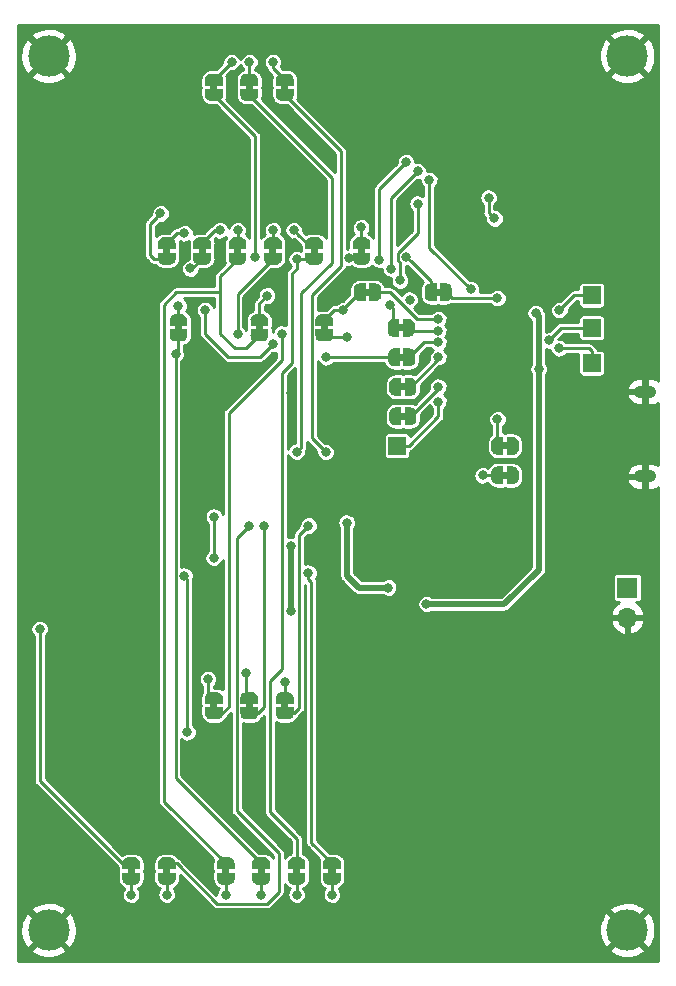
<source format=gbr>
G04 #@! TF.GenerationSoftware,KiCad,Pcbnew,5.99.0-unknown-38f13ef~100~ubuntu18.04.1*
G04 #@! TF.CreationDate,2020-02-03T12:08:33-08:00*
G04 #@! TF.ProjectId,board_esp32,626f6172-645f-4657-9370-33322e6b6963,rev?*
G04 #@! TF.SameCoordinates,Original*
G04 #@! TF.FileFunction,Copper,L2,Bot*
G04 #@! TF.FilePolarity,Positive*
%FSLAX46Y46*%
G04 Gerber Fmt 4.6, Leading zero omitted, Abs format (unit mm)*
G04 Created by KiCad (PCBNEW 5.99.0-unknown-38f13ef~100~ubuntu18.04.1) date 2020-02-03 12:08:33*
%MOMM*%
%LPD*%
G04 APERTURE LIST*
%ADD10C,3.500000*%
%ADD11R,1.500000X1.500000*%
%ADD12O,1.700000X1.700000*%
%ADD13R,1.700000X1.700000*%
%ADD14O,1.900000X1.050000*%
%ADD15C,0.800000*%
%ADD16C,0.500000*%
%ADD17C,0.250000*%
%ADD18C,0.254000*%
G04 APERTURE END LIST*
G36*
X28300000Y-82250000D02*
G01*
X27700000Y-82250000D01*
X27700000Y-81750000D01*
X28300000Y-81750000D01*
X28300000Y-82250000D01*
G37*
G36*
X23300000Y-82250000D02*
G01*
X22700000Y-82250000D01*
X22700000Y-81750000D01*
X23300000Y-81750000D01*
X23300000Y-82250000D01*
G37*
G36*
X27300000Y-68250000D02*
G01*
X26700000Y-68250000D01*
X26700000Y-67750000D01*
X27300000Y-67750000D01*
X27300000Y-68250000D01*
G37*
G36*
X20300000Y-82250000D02*
G01*
X19700000Y-82250000D01*
X19700000Y-81750000D01*
X20300000Y-81750000D01*
X20300000Y-82250000D01*
G37*
G36*
X29300000Y-29750000D02*
G01*
X28700000Y-29750000D01*
X28700000Y-29250000D01*
X29300000Y-29250000D01*
X29300000Y-29750000D01*
G37*
G36*
X26300000Y-29750000D02*
G01*
X25700000Y-29750000D01*
X25700000Y-29250000D01*
X26300000Y-29250000D01*
X26300000Y-29750000D01*
G37*
G36*
X27300000Y-15900000D02*
G01*
X26700000Y-15900000D01*
X26700000Y-15400000D01*
X27300000Y-15400000D01*
X27300000Y-15900000D01*
G37*
G36*
X23300000Y-29750000D02*
G01*
X22700000Y-29750000D01*
X22700000Y-29250000D01*
X23300000Y-29250000D01*
X23300000Y-29750000D01*
G37*
G36*
X37300000Y-82250000D02*
G01*
X36700000Y-82250000D01*
X36700000Y-81750000D01*
X37300000Y-81750000D01*
X37300000Y-82250000D01*
G37*
G36*
X34300000Y-82250000D02*
G01*
X33700000Y-82250000D01*
X33700000Y-81750000D01*
X34300000Y-81750000D01*
X34300000Y-82250000D01*
G37*
G36*
X31300000Y-82250000D02*
G01*
X30700000Y-82250000D01*
X30700000Y-81750000D01*
X31300000Y-81750000D01*
X31300000Y-82250000D01*
G37*
G36*
X30300000Y-68250000D02*
G01*
X29700000Y-68250000D01*
X29700000Y-67750000D01*
X30300000Y-67750000D01*
X30300000Y-68250000D01*
G37*
G36*
X33300000Y-68250000D02*
G01*
X32700000Y-68250000D01*
X32700000Y-67750000D01*
X33300000Y-67750000D01*
X33300000Y-68250000D01*
G37*
G36*
X39800000Y-29750000D02*
G01*
X39200000Y-29750000D01*
X39200000Y-29250000D01*
X39800000Y-29250000D01*
X39800000Y-29750000D01*
G37*
G36*
X35800000Y-29750000D02*
G01*
X35200000Y-29750000D01*
X35200000Y-29250000D01*
X35800000Y-29250000D01*
X35800000Y-29750000D01*
G37*
G36*
X32300000Y-29750000D02*
G01*
X31700000Y-29750000D01*
X31700000Y-29250000D01*
X32300000Y-29250000D01*
X32300000Y-29750000D01*
G37*
G36*
X30300000Y-15900000D02*
G01*
X29700000Y-15900000D01*
X29700000Y-15400000D01*
X30300000Y-15400000D01*
X30300000Y-15900000D01*
G37*
G36*
X33300000Y-15900000D02*
G01*
X32700000Y-15900000D01*
X32700000Y-15400000D01*
X33300000Y-15400000D01*
X33300000Y-15900000D01*
G37*
G36*
X24300000Y-36250000D02*
G01*
X23700000Y-36250000D01*
X23700000Y-35750000D01*
X24300000Y-35750000D01*
X24300000Y-36250000D01*
G37*
G36*
X31150000Y-36250000D02*
G01*
X30550000Y-36250000D01*
X30550000Y-35750000D01*
X31150000Y-35750000D01*
X31150000Y-36250000D01*
G37*
G36*
X36650000Y-36250000D02*
G01*
X36050000Y-36250000D01*
X36050000Y-35750000D01*
X36650000Y-35750000D01*
X36650000Y-36250000D01*
G37*
G36*
X43250000Y-41300000D02*
G01*
X42750000Y-41300000D01*
X42750000Y-40700000D01*
X43250000Y-40700000D01*
X43250000Y-41300000D01*
G37*
G36*
X51900000Y-48800000D02*
G01*
X51400000Y-48800000D01*
X51400000Y-48200000D01*
X51900000Y-48200000D01*
X51900000Y-48800000D01*
G37*
G36*
X51900000Y-46300000D02*
G01*
X51400000Y-46300000D01*
X51400000Y-45700000D01*
X51900000Y-45700000D01*
X51900000Y-46300000D01*
G37*
G36*
X40250000Y-33300000D02*
G01*
X39750000Y-33300000D01*
X39750000Y-32700000D01*
X40250000Y-32700000D01*
X40250000Y-33300000D01*
G37*
G36*
X43250000Y-43800000D02*
G01*
X42750000Y-43800000D01*
X42750000Y-43200000D01*
X43250000Y-43200000D01*
X43250000Y-43800000D01*
G37*
G36*
X43100000Y-36300000D02*
G01*
X42600000Y-36300000D01*
X42600000Y-35700000D01*
X43100000Y-35700000D01*
X43100000Y-36300000D01*
G37*
G36*
X43150000Y-38800000D02*
G01*
X42650000Y-38800000D01*
X42650000Y-38200000D01*
X43150000Y-38200000D01*
X43150000Y-38800000D01*
G37*
G36*
X46250000Y-33300000D02*
G01*
X45750000Y-33300000D01*
X45750000Y-32700000D01*
X46250000Y-32700000D01*
X46250000Y-33300000D01*
G37*
D10*
X62000000Y-13000000D03*
X13000000Y-87000000D03*
X62000000Y-87000000D03*
X13000000Y-13000000D03*
D11*
X59000000Y-33250000D03*
X42500000Y-46000000D03*
X59000000Y-39000000D03*
X59000000Y-36000000D03*
G04 #@! TA.AperFunction,SMDPad,CuDef*
G36*
X27250000Y-82612576D02*
G01*
X27250000Y-82150000D01*
X27678257Y-82150000D01*
X27678390Y-82149961D01*
X27681582Y-82150000D01*
X28178256Y-82150000D01*
X28178389Y-82149961D01*
X28181581Y-82150000D01*
X28750000Y-82150001D01*
X28750000Y-82618665D01*
X28755056Y-82659257D01*
X28732158Y-82800637D01*
X28670499Y-82929908D01*
X28575036Y-83036677D01*
X28453444Y-83112361D01*
X28315496Y-83150877D01*
X28243726Y-83150000D01*
X27818638Y-83150000D01*
X27815497Y-83150877D01*
X27672285Y-83149127D01*
X27535320Y-83107253D01*
X27415614Y-83028619D01*
X27322788Y-82919550D01*
X27264306Y-82788811D01*
X27244868Y-82646914D01*
X27250000Y-82612576D01*
G37*
G04 #@! TD.AperFunction*
G04 #@! TA.AperFunction,SMDPad,CuDef*
G36*
X27266038Y-81205265D02*
G01*
X27326113Y-81075250D01*
X27420264Y-80967323D01*
X27540923Y-80890159D01*
X27678390Y-80849961D01*
X27750001Y-80850836D01*
X27750001Y-80850000D01*
X28178256Y-80850000D01*
X28178389Y-80849961D01*
X28181581Y-80850000D01*
X28250000Y-80850000D01*
X28250000Y-80850836D01*
X28333807Y-80851860D01*
X28470250Y-80895404D01*
X28588987Y-80975494D01*
X28680473Y-81085690D01*
X28737354Y-81217133D01*
X28755056Y-81359257D01*
X28750000Y-81390474D01*
X28750000Y-81850000D01*
X28318637Y-81850000D01*
X28315496Y-81850877D01*
X28243726Y-81850000D01*
X27818638Y-81850000D01*
X27815497Y-81850877D01*
X27743727Y-81850000D01*
X27250000Y-81849999D01*
X27250000Y-81384377D01*
X27244868Y-81346914D01*
X27266038Y-81205265D01*
G37*
G04 #@! TD.AperFunction*
G04 #@! TA.AperFunction,SMDPad,CuDef*
G36*
X22250000Y-82612576D02*
G01*
X22250000Y-82150000D01*
X22678257Y-82150000D01*
X22678390Y-82149961D01*
X22681582Y-82150000D01*
X23178256Y-82150000D01*
X23178389Y-82149961D01*
X23181581Y-82150000D01*
X23750000Y-82150001D01*
X23750000Y-82618665D01*
X23755056Y-82659257D01*
X23732158Y-82800637D01*
X23670499Y-82929908D01*
X23575036Y-83036677D01*
X23453444Y-83112361D01*
X23315496Y-83150877D01*
X23243726Y-83150000D01*
X22818638Y-83150000D01*
X22815497Y-83150877D01*
X22672285Y-83149127D01*
X22535320Y-83107253D01*
X22415614Y-83028619D01*
X22322788Y-82919550D01*
X22264306Y-82788811D01*
X22244868Y-82646914D01*
X22250000Y-82612576D01*
G37*
G04 #@! TD.AperFunction*
G04 #@! TA.AperFunction,SMDPad,CuDef*
G36*
X22266038Y-81205265D02*
G01*
X22326113Y-81075250D01*
X22420264Y-80967323D01*
X22540923Y-80890159D01*
X22678390Y-80849961D01*
X22750001Y-80850836D01*
X22750001Y-80850000D01*
X23178256Y-80850000D01*
X23178389Y-80849961D01*
X23181581Y-80850000D01*
X23250000Y-80850000D01*
X23250000Y-80850836D01*
X23333807Y-80851860D01*
X23470250Y-80895404D01*
X23588987Y-80975494D01*
X23680473Y-81085690D01*
X23737354Y-81217133D01*
X23755056Y-81359257D01*
X23750000Y-81390474D01*
X23750000Y-81850000D01*
X23318637Y-81850000D01*
X23315496Y-81850877D01*
X23243726Y-81850000D01*
X22818638Y-81850000D01*
X22815497Y-81850877D01*
X22743727Y-81850000D01*
X22250000Y-81849999D01*
X22250000Y-81384377D01*
X22244868Y-81346914D01*
X22266038Y-81205265D01*
G37*
G04 #@! TD.AperFunction*
G04 #@! TA.AperFunction,SMDPad,CuDef*
G36*
X27750000Y-67387424D02*
G01*
X27749999Y-67850000D01*
X27321743Y-67850000D01*
X27321610Y-67850039D01*
X27318418Y-67850000D01*
X26821744Y-67849999D01*
X26821611Y-67850038D01*
X26818419Y-67849999D01*
X26250000Y-67849999D01*
X26250000Y-67381335D01*
X26244944Y-67340743D01*
X26267842Y-67199363D01*
X26329501Y-67070092D01*
X26424965Y-66963323D01*
X26546557Y-66887639D01*
X26684504Y-66849123D01*
X26756274Y-66850000D01*
X27181362Y-66850001D01*
X27184503Y-66849124D01*
X27327715Y-66850874D01*
X27464680Y-66892748D01*
X27584386Y-66971381D01*
X27677212Y-67080450D01*
X27735694Y-67211189D01*
X27755132Y-67353086D01*
X27750000Y-67387424D01*
G37*
G04 #@! TD.AperFunction*
G04 #@! TA.AperFunction,SMDPad,CuDef*
G36*
X27733962Y-68794735D02*
G01*
X27673887Y-68924750D01*
X27579735Y-69032677D01*
X27459076Y-69109841D01*
X27321610Y-69150039D01*
X27249999Y-69149164D01*
X27249999Y-69150000D01*
X26821744Y-69149999D01*
X26821611Y-69150038D01*
X26818419Y-69149999D01*
X26750000Y-69149999D01*
X26750000Y-69149163D01*
X26666193Y-69148139D01*
X26529750Y-69104595D01*
X26411013Y-69024506D01*
X26319527Y-68914310D01*
X26262646Y-68782867D01*
X26244944Y-68640743D01*
X26250000Y-68609526D01*
X26250001Y-68150000D01*
X26681363Y-68150000D01*
X26684504Y-68149123D01*
X26756274Y-68150000D01*
X27181362Y-68150001D01*
X27184503Y-68149124D01*
X27256273Y-68150001D01*
X27750000Y-68150001D01*
X27750000Y-68615623D01*
X27755132Y-68653086D01*
X27733962Y-68794735D01*
G37*
G04 #@! TD.AperFunction*
G04 #@! TA.AperFunction,SMDPad,CuDef*
G36*
X19250000Y-82612576D02*
G01*
X19250000Y-82150000D01*
X19678257Y-82150000D01*
X19678390Y-82149961D01*
X19681582Y-82150000D01*
X20178256Y-82150000D01*
X20178389Y-82149961D01*
X20181581Y-82150000D01*
X20750000Y-82150001D01*
X20750000Y-82618665D01*
X20755056Y-82659257D01*
X20732158Y-82800637D01*
X20670499Y-82929908D01*
X20575036Y-83036677D01*
X20453444Y-83112361D01*
X20315496Y-83150877D01*
X20243726Y-83150000D01*
X19818638Y-83150000D01*
X19815497Y-83150877D01*
X19672285Y-83149127D01*
X19535320Y-83107253D01*
X19415614Y-83028619D01*
X19322788Y-82919550D01*
X19264306Y-82788811D01*
X19244868Y-82646914D01*
X19250000Y-82612576D01*
G37*
G04 #@! TD.AperFunction*
G04 #@! TA.AperFunction,SMDPad,CuDef*
G36*
X19266038Y-81205265D02*
G01*
X19326113Y-81075250D01*
X19420264Y-80967323D01*
X19540923Y-80890159D01*
X19678390Y-80849961D01*
X19750001Y-80850836D01*
X19750001Y-80850000D01*
X20178256Y-80850000D01*
X20178389Y-80849961D01*
X20181581Y-80850000D01*
X20250000Y-80850000D01*
X20250000Y-80850836D01*
X20333807Y-80851860D01*
X20470250Y-80895404D01*
X20588987Y-80975494D01*
X20680473Y-81085690D01*
X20737354Y-81217133D01*
X20755056Y-81359257D01*
X20750000Y-81390474D01*
X20750000Y-81850000D01*
X20318637Y-81850000D01*
X20315496Y-81850877D01*
X20243726Y-81850000D01*
X19818638Y-81850000D01*
X19815497Y-81850877D01*
X19743727Y-81850000D01*
X19250000Y-81849999D01*
X19250000Y-81384377D01*
X19244868Y-81346914D01*
X19266038Y-81205265D01*
G37*
G04 #@! TD.AperFunction*
G04 #@! TA.AperFunction,SMDPad,CuDef*
G36*
X29750000Y-28887424D02*
G01*
X29749999Y-29350000D01*
X29321743Y-29350000D01*
X29321610Y-29350039D01*
X29318418Y-29350000D01*
X28821744Y-29349999D01*
X28821611Y-29350038D01*
X28818419Y-29349999D01*
X28250000Y-29349999D01*
X28250000Y-28881335D01*
X28244944Y-28840743D01*
X28267842Y-28699363D01*
X28329501Y-28570092D01*
X28424965Y-28463323D01*
X28546557Y-28387639D01*
X28684504Y-28349123D01*
X28756274Y-28350000D01*
X29181362Y-28350001D01*
X29184503Y-28349124D01*
X29327715Y-28350874D01*
X29464680Y-28392748D01*
X29584386Y-28471381D01*
X29677212Y-28580450D01*
X29735694Y-28711189D01*
X29755132Y-28853086D01*
X29750000Y-28887424D01*
G37*
G04 #@! TD.AperFunction*
G04 #@! TA.AperFunction,SMDPad,CuDef*
G36*
X29733962Y-30294735D02*
G01*
X29673887Y-30424750D01*
X29579735Y-30532677D01*
X29459076Y-30609841D01*
X29321610Y-30650039D01*
X29249999Y-30649164D01*
X29249999Y-30650000D01*
X28821744Y-30649999D01*
X28821611Y-30650038D01*
X28818419Y-30649999D01*
X28750000Y-30649999D01*
X28750000Y-30649163D01*
X28666193Y-30648139D01*
X28529750Y-30604595D01*
X28411013Y-30524506D01*
X28319527Y-30414310D01*
X28262646Y-30282867D01*
X28244944Y-30140743D01*
X28250000Y-30109526D01*
X28250001Y-29650000D01*
X28681363Y-29650000D01*
X28684504Y-29649123D01*
X28756274Y-29650000D01*
X29181362Y-29650001D01*
X29184503Y-29649124D01*
X29256273Y-29650001D01*
X29750000Y-29650001D01*
X29750000Y-30115623D01*
X29755132Y-30153086D01*
X29733962Y-30294735D01*
G37*
G04 #@! TD.AperFunction*
G04 #@! TA.AperFunction,SMDPad,CuDef*
G36*
X26750000Y-28887424D02*
G01*
X26749999Y-29350000D01*
X26321743Y-29350000D01*
X26321610Y-29350039D01*
X26318418Y-29350000D01*
X25821744Y-29349999D01*
X25821611Y-29350038D01*
X25818419Y-29349999D01*
X25250000Y-29349999D01*
X25250000Y-28881335D01*
X25244944Y-28840743D01*
X25267842Y-28699363D01*
X25329501Y-28570092D01*
X25424965Y-28463323D01*
X25546557Y-28387639D01*
X25684504Y-28349123D01*
X25756274Y-28350000D01*
X26181362Y-28350001D01*
X26184503Y-28349124D01*
X26327715Y-28350874D01*
X26464680Y-28392748D01*
X26584386Y-28471381D01*
X26677212Y-28580450D01*
X26735694Y-28711189D01*
X26755132Y-28853086D01*
X26750000Y-28887424D01*
G37*
G04 #@! TD.AperFunction*
G04 #@! TA.AperFunction,SMDPad,CuDef*
G36*
X26733962Y-30294735D02*
G01*
X26673887Y-30424750D01*
X26579735Y-30532677D01*
X26459076Y-30609841D01*
X26321610Y-30650039D01*
X26249999Y-30649164D01*
X26249999Y-30650000D01*
X25821744Y-30649999D01*
X25821611Y-30650038D01*
X25818419Y-30649999D01*
X25750000Y-30649999D01*
X25750000Y-30649163D01*
X25666193Y-30648139D01*
X25529750Y-30604595D01*
X25411013Y-30524506D01*
X25319527Y-30414310D01*
X25262646Y-30282867D01*
X25244944Y-30140743D01*
X25250000Y-30109526D01*
X25250001Y-29650000D01*
X25681363Y-29650000D01*
X25684504Y-29649123D01*
X25756274Y-29650000D01*
X26181362Y-29650001D01*
X26184503Y-29649124D01*
X26256273Y-29650001D01*
X26750000Y-29650001D01*
X26750000Y-30115623D01*
X26755132Y-30153086D01*
X26733962Y-30294735D01*
G37*
G04 #@! TD.AperFunction*
G04 #@! TA.AperFunction,SMDPad,CuDef*
G36*
X27750000Y-15037424D02*
G01*
X27749999Y-15500000D01*
X27321743Y-15500000D01*
X27321610Y-15500039D01*
X27318418Y-15500000D01*
X26821744Y-15499999D01*
X26821611Y-15500038D01*
X26818419Y-15499999D01*
X26250000Y-15499999D01*
X26250000Y-15031335D01*
X26244944Y-14990743D01*
X26267842Y-14849363D01*
X26329501Y-14720092D01*
X26424965Y-14613323D01*
X26546557Y-14537639D01*
X26684504Y-14499123D01*
X26756274Y-14500000D01*
X27181362Y-14500001D01*
X27184503Y-14499124D01*
X27327715Y-14500874D01*
X27464680Y-14542748D01*
X27584386Y-14621381D01*
X27677212Y-14730450D01*
X27735694Y-14861189D01*
X27755132Y-15003086D01*
X27750000Y-15037424D01*
G37*
G04 #@! TD.AperFunction*
G04 #@! TA.AperFunction,SMDPad,CuDef*
G36*
X27733962Y-16444735D02*
G01*
X27673887Y-16574750D01*
X27579735Y-16682677D01*
X27459076Y-16759841D01*
X27321610Y-16800039D01*
X27249999Y-16799164D01*
X27249999Y-16800000D01*
X26821744Y-16799999D01*
X26821611Y-16800038D01*
X26818419Y-16799999D01*
X26750000Y-16799999D01*
X26750000Y-16799163D01*
X26666193Y-16798139D01*
X26529750Y-16754595D01*
X26411013Y-16674506D01*
X26319527Y-16564310D01*
X26262646Y-16432867D01*
X26244944Y-16290743D01*
X26250000Y-16259526D01*
X26250001Y-15800000D01*
X26681363Y-15800000D01*
X26684504Y-15799123D01*
X26756274Y-15800000D01*
X27181362Y-15800001D01*
X27184503Y-15799124D01*
X27256273Y-15800001D01*
X27750000Y-15800001D01*
X27750000Y-16265623D01*
X27755132Y-16303086D01*
X27733962Y-16444735D01*
G37*
G04 #@! TD.AperFunction*
G04 #@! TA.AperFunction,SMDPad,CuDef*
G36*
X23750000Y-28887424D02*
G01*
X23749999Y-29350000D01*
X23321743Y-29350000D01*
X23321610Y-29350039D01*
X23318418Y-29350000D01*
X22821744Y-29349999D01*
X22821611Y-29350038D01*
X22818419Y-29349999D01*
X22250000Y-29349999D01*
X22250000Y-28881335D01*
X22244944Y-28840743D01*
X22267842Y-28699363D01*
X22329501Y-28570092D01*
X22424965Y-28463323D01*
X22546557Y-28387639D01*
X22684504Y-28349123D01*
X22756274Y-28350000D01*
X23181362Y-28350001D01*
X23184503Y-28349124D01*
X23327715Y-28350874D01*
X23464680Y-28392748D01*
X23584386Y-28471381D01*
X23677212Y-28580450D01*
X23735694Y-28711189D01*
X23755132Y-28853086D01*
X23750000Y-28887424D01*
G37*
G04 #@! TD.AperFunction*
G04 #@! TA.AperFunction,SMDPad,CuDef*
G36*
X23733962Y-30294735D02*
G01*
X23673887Y-30424750D01*
X23579735Y-30532677D01*
X23459076Y-30609841D01*
X23321610Y-30650039D01*
X23249999Y-30649164D01*
X23249999Y-30650000D01*
X22821744Y-30649999D01*
X22821611Y-30650038D01*
X22818419Y-30649999D01*
X22750000Y-30649999D01*
X22750000Y-30649163D01*
X22666193Y-30648139D01*
X22529750Y-30604595D01*
X22411013Y-30524506D01*
X22319527Y-30414310D01*
X22262646Y-30282867D01*
X22244944Y-30140743D01*
X22250000Y-30109526D01*
X22250001Y-29650000D01*
X22681363Y-29650000D01*
X22684504Y-29649123D01*
X22756274Y-29650000D01*
X23181362Y-29650001D01*
X23184503Y-29649124D01*
X23256273Y-29650001D01*
X23750000Y-29650001D01*
X23750000Y-30115623D01*
X23755132Y-30153086D01*
X23733962Y-30294735D01*
G37*
G04 #@! TD.AperFunction*
G04 #@! TA.AperFunction,SMDPad,CuDef*
G36*
X37750000Y-81387424D02*
G01*
X37749999Y-81850000D01*
X37321743Y-81850000D01*
X37321610Y-81850039D01*
X37318418Y-81850000D01*
X36821744Y-81849999D01*
X36821611Y-81850038D01*
X36818419Y-81849999D01*
X36250000Y-81849999D01*
X36250000Y-81381335D01*
X36244944Y-81340743D01*
X36267842Y-81199363D01*
X36329501Y-81070092D01*
X36424965Y-80963323D01*
X36546557Y-80887639D01*
X36684504Y-80849123D01*
X36756274Y-80850000D01*
X37181362Y-80850001D01*
X37184503Y-80849124D01*
X37327715Y-80850874D01*
X37464680Y-80892748D01*
X37584386Y-80971381D01*
X37677212Y-81080450D01*
X37735694Y-81211189D01*
X37755132Y-81353086D01*
X37750000Y-81387424D01*
G37*
G04 #@! TD.AperFunction*
G04 #@! TA.AperFunction,SMDPad,CuDef*
G36*
X37733962Y-82794735D02*
G01*
X37673887Y-82924750D01*
X37579735Y-83032677D01*
X37459076Y-83109841D01*
X37321610Y-83150039D01*
X37249999Y-83149164D01*
X37249999Y-83150000D01*
X36821744Y-83149999D01*
X36821611Y-83150038D01*
X36818419Y-83149999D01*
X36750000Y-83149999D01*
X36750000Y-83149163D01*
X36666193Y-83148139D01*
X36529750Y-83104595D01*
X36411013Y-83024506D01*
X36319527Y-82914310D01*
X36262646Y-82782867D01*
X36244944Y-82640743D01*
X36250000Y-82609526D01*
X36250001Y-82150000D01*
X36681363Y-82150000D01*
X36684504Y-82149123D01*
X36756274Y-82150000D01*
X37181362Y-82150001D01*
X37184503Y-82149124D01*
X37256273Y-82150001D01*
X37750000Y-82150001D01*
X37750000Y-82615623D01*
X37755132Y-82653086D01*
X37733962Y-82794735D01*
G37*
G04 #@! TD.AperFunction*
G04 #@! TA.AperFunction,SMDPad,CuDef*
G36*
X34750000Y-81387424D02*
G01*
X34749999Y-81850000D01*
X34321743Y-81850000D01*
X34321610Y-81850039D01*
X34318418Y-81850000D01*
X33821744Y-81849999D01*
X33821611Y-81850038D01*
X33818419Y-81849999D01*
X33250000Y-81849999D01*
X33250000Y-81381335D01*
X33244944Y-81340743D01*
X33267842Y-81199363D01*
X33329501Y-81070092D01*
X33424965Y-80963323D01*
X33546557Y-80887639D01*
X33684504Y-80849123D01*
X33756274Y-80850000D01*
X34181362Y-80850001D01*
X34184503Y-80849124D01*
X34327715Y-80850874D01*
X34464680Y-80892748D01*
X34584386Y-80971381D01*
X34677212Y-81080450D01*
X34735694Y-81211189D01*
X34755132Y-81353086D01*
X34750000Y-81387424D01*
G37*
G04 #@! TD.AperFunction*
G04 #@! TA.AperFunction,SMDPad,CuDef*
G36*
X34733962Y-82794735D02*
G01*
X34673887Y-82924750D01*
X34579735Y-83032677D01*
X34459076Y-83109841D01*
X34321610Y-83150039D01*
X34249999Y-83149164D01*
X34249999Y-83150000D01*
X33821744Y-83149999D01*
X33821611Y-83150038D01*
X33818419Y-83149999D01*
X33750000Y-83149999D01*
X33750000Y-83149163D01*
X33666193Y-83148139D01*
X33529750Y-83104595D01*
X33411013Y-83024506D01*
X33319527Y-82914310D01*
X33262646Y-82782867D01*
X33244944Y-82640743D01*
X33250000Y-82609526D01*
X33250001Y-82150000D01*
X33681363Y-82150000D01*
X33684504Y-82149123D01*
X33756274Y-82150000D01*
X34181362Y-82150001D01*
X34184503Y-82149124D01*
X34256273Y-82150001D01*
X34750000Y-82150001D01*
X34750000Y-82615623D01*
X34755132Y-82653086D01*
X34733962Y-82794735D01*
G37*
G04 #@! TD.AperFunction*
G04 #@! TA.AperFunction,SMDPad,CuDef*
G36*
X31750000Y-81387424D02*
G01*
X31749999Y-81850000D01*
X31321743Y-81850000D01*
X31321610Y-81850039D01*
X31318418Y-81850000D01*
X30821744Y-81849999D01*
X30821611Y-81850038D01*
X30818419Y-81849999D01*
X30250000Y-81849999D01*
X30250000Y-81381335D01*
X30244944Y-81340743D01*
X30267842Y-81199363D01*
X30329501Y-81070092D01*
X30424965Y-80963323D01*
X30546557Y-80887639D01*
X30684504Y-80849123D01*
X30756274Y-80850000D01*
X31181362Y-80850001D01*
X31184503Y-80849124D01*
X31327715Y-80850874D01*
X31464680Y-80892748D01*
X31584386Y-80971381D01*
X31677212Y-81080450D01*
X31735694Y-81211189D01*
X31755132Y-81353086D01*
X31750000Y-81387424D01*
G37*
G04 #@! TD.AperFunction*
G04 #@! TA.AperFunction,SMDPad,CuDef*
G36*
X31733962Y-82794735D02*
G01*
X31673887Y-82924750D01*
X31579735Y-83032677D01*
X31459076Y-83109841D01*
X31321610Y-83150039D01*
X31249999Y-83149164D01*
X31249999Y-83150000D01*
X30821744Y-83149999D01*
X30821611Y-83150038D01*
X30818419Y-83149999D01*
X30750000Y-83149999D01*
X30750000Y-83149163D01*
X30666193Y-83148139D01*
X30529750Y-83104595D01*
X30411013Y-83024506D01*
X30319527Y-82914310D01*
X30262646Y-82782867D01*
X30244944Y-82640743D01*
X30250000Y-82609526D01*
X30250001Y-82150000D01*
X30681363Y-82150000D01*
X30684504Y-82149123D01*
X30756274Y-82150000D01*
X31181362Y-82150001D01*
X31184503Y-82149124D01*
X31256273Y-82150001D01*
X31750000Y-82150001D01*
X31750000Y-82615623D01*
X31755132Y-82653086D01*
X31733962Y-82794735D01*
G37*
G04 #@! TD.AperFunction*
G04 #@! TA.AperFunction,SMDPad,CuDef*
G36*
X29250000Y-68612576D02*
G01*
X29250000Y-68150000D01*
X29678257Y-68150000D01*
X29678390Y-68149961D01*
X29681582Y-68150000D01*
X30178256Y-68150000D01*
X30178389Y-68149961D01*
X30181581Y-68150000D01*
X30750000Y-68150001D01*
X30750000Y-68618665D01*
X30755056Y-68659257D01*
X30732158Y-68800637D01*
X30670499Y-68929908D01*
X30575036Y-69036677D01*
X30453444Y-69112361D01*
X30315496Y-69150877D01*
X30243726Y-69150000D01*
X29818638Y-69150000D01*
X29815497Y-69150877D01*
X29672285Y-69149127D01*
X29535320Y-69107253D01*
X29415614Y-69028619D01*
X29322788Y-68919550D01*
X29264306Y-68788811D01*
X29244868Y-68646914D01*
X29250000Y-68612576D01*
G37*
G04 #@! TD.AperFunction*
G04 #@! TA.AperFunction,SMDPad,CuDef*
G36*
X29266038Y-67205265D02*
G01*
X29326113Y-67075250D01*
X29420264Y-66967323D01*
X29540923Y-66890159D01*
X29678390Y-66849961D01*
X29750001Y-66850836D01*
X29750001Y-66850000D01*
X30178256Y-66850000D01*
X30178389Y-66849961D01*
X30181581Y-66850000D01*
X30250000Y-66850000D01*
X30250000Y-66850836D01*
X30333807Y-66851860D01*
X30470250Y-66895404D01*
X30588987Y-66975494D01*
X30680473Y-67085690D01*
X30737354Y-67217133D01*
X30755056Y-67359257D01*
X30750000Y-67390474D01*
X30750000Y-67850000D01*
X30318637Y-67850000D01*
X30315496Y-67850877D01*
X30243726Y-67850000D01*
X29818638Y-67850000D01*
X29815497Y-67850877D01*
X29743727Y-67850000D01*
X29250000Y-67849999D01*
X29250000Y-67384377D01*
X29244868Y-67346914D01*
X29266038Y-67205265D01*
G37*
G04 #@! TD.AperFunction*
G04 #@! TA.AperFunction,SMDPad,CuDef*
G36*
X32250000Y-68612576D02*
G01*
X32250000Y-68150000D01*
X32678257Y-68150000D01*
X32678390Y-68149961D01*
X32681582Y-68150000D01*
X33178256Y-68150000D01*
X33178389Y-68149961D01*
X33181581Y-68150000D01*
X33750000Y-68150001D01*
X33750000Y-68618665D01*
X33755056Y-68659257D01*
X33732158Y-68800637D01*
X33670499Y-68929908D01*
X33575036Y-69036677D01*
X33453444Y-69112361D01*
X33315496Y-69150877D01*
X33243726Y-69150000D01*
X32818638Y-69150000D01*
X32815497Y-69150877D01*
X32672285Y-69149127D01*
X32535320Y-69107253D01*
X32415614Y-69028619D01*
X32322788Y-68919550D01*
X32264306Y-68788811D01*
X32244868Y-68646914D01*
X32250000Y-68612576D01*
G37*
G04 #@! TD.AperFunction*
G04 #@! TA.AperFunction,SMDPad,CuDef*
G36*
X32266038Y-67205265D02*
G01*
X32326113Y-67075250D01*
X32420264Y-66967323D01*
X32540923Y-66890159D01*
X32678390Y-66849961D01*
X32750001Y-66850836D01*
X32750001Y-66850000D01*
X33178256Y-66850000D01*
X33178389Y-66849961D01*
X33181581Y-66850000D01*
X33250000Y-66850000D01*
X33250000Y-66850836D01*
X33333807Y-66851860D01*
X33470250Y-66895404D01*
X33588987Y-66975494D01*
X33680473Y-67085690D01*
X33737354Y-67217133D01*
X33755056Y-67359257D01*
X33750000Y-67390474D01*
X33750000Y-67850000D01*
X33318637Y-67850000D01*
X33315496Y-67850877D01*
X33243726Y-67850000D01*
X32818638Y-67850000D01*
X32815497Y-67850877D01*
X32743727Y-67850000D01*
X32250000Y-67849999D01*
X32250000Y-67384377D01*
X32244868Y-67346914D01*
X32266038Y-67205265D01*
G37*
G04 #@! TD.AperFunction*
G04 #@! TA.AperFunction,SMDPad,CuDef*
G36*
X38750000Y-30112576D02*
G01*
X38750000Y-29650000D01*
X39178257Y-29650000D01*
X39178390Y-29649961D01*
X39181582Y-29650000D01*
X39678256Y-29650000D01*
X39678389Y-29649961D01*
X39681581Y-29650000D01*
X40250000Y-29650001D01*
X40250000Y-30118665D01*
X40255056Y-30159257D01*
X40232158Y-30300637D01*
X40170499Y-30429908D01*
X40075036Y-30536677D01*
X39953444Y-30612361D01*
X39815496Y-30650877D01*
X39743726Y-30650000D01*
X39318638Y-30650000D01*
X39315497Y-30650877D01*
X39172285Y-30649127D01*
X39035320Y-30607253D01*
X38915614Y-30528619D01*
X38822788Y-30419550D01*
X38764306Y-30288811D01*
X38744868Y-30146914D01*
X38750000Y-30112576D01*
G37*
G04 #@! TD.AperFunction*
G04 #@! TA.AperFunction,SMDPad,CuDef*
G36*
X38766038Y-28705265D02*
G01*
X38826113Y-28575250D01*
X38920264Y-28467323D01*
X39040923Y-28390159D01*
X39178390Y-28349961D01*
X39250001Y-28350836D01*
X39250001Y-28350000D01*
X39678256Y-28350000D01*
X39678389Y-28349961D01*
X39681581Y-28350000D01*
X39750000Y-28350000D01*
X39750000Y-28350836D01*
X39833807Y-28351860D01*
X39970250Y-28395404D01*
X40088987Y-28475494D01*
X40180473Y-28585690D01*
X40237354Y-28717133D01*
X40255056Y-28859257D01*
X40250000Y-28890474D01*
X40250000Y-29350000D01*
X39818637Y-29350000D01*
X39815496Y-29350877D01*
X39743726Y-29350000D01*
X39318638Y-29350000D01*
X39315497Y-29350877D01*
X39243727Y-29350000D01*
X38750000Y-29349999D01*
X38750000Y-28884377D01*
X38744868Y-28846914D01*
X38766038Y-28705265D01*
G37*
G04 #@! TD.AperFunction*
G04 #@! TA.AperFunction,SMDPad,CuDef*
G36*
X34750000Y-30112576D02*
G01*
X34750000Y-29650000D01*
X35178257Y-29650000D01*
X35178390Y-29649961D01*
X35181582Y-29650000D01*
X35678256Y-29650000D01*
X35678389Y-29649961D01*
X35681581Y-29650000D01*
X36250000Y-29650001D01*
X36250000Y-30118665D01*
X36255056Y-30159257D01*
X36232158Y-30300637D01*
X36170499Y-30429908D01*
X36075036Y-30536677D01*
X35953444Y-30612361D01*
X35815496Y-30650877D01*
X35743726Y-30650000D01*
X35318638Y-30650000D01*
X35315497Y-30650877D01*
X35172285Y-30649127D01*
X35035320Y-30607253D01*
X34915614Y-30528619D01*
X34822788Y-30419550D01*
X34764306Y-30288811D01*
X34744868Y-30146914D01*
X34750000Y-30112576D01*
G37*
G04 #@! TD.AperFunction*
G04 #@! TA.AperFunction,SMDPad,CuDef*
G36*
X34766038Y-28705265D02*
G01*
X34826113Y-28575250D01*
X34920264Y-28467323D01*
X35040923Y-28390159D01*
X35178390Y-28349961D01*
X35250001Y-28350836D01*
X35250001Y-28350000D01*
X35678256Y-28350000D01*
X35678389Y-28349961D01*
X35681581Y-28350000D01*
X35750000Y-28350000D01*
X35750000Y-28350836D01*
X35833807Y-28351860D01*
X35970250Y-28395404D01*
X36088987Y-28475494D01*
X36180473Y-28585690D01*
X36237354Y-28717133D01*
X36255056Y-28859257D01*
X36250000Y-28890474D01*
X36250000Y-29350000D01*
X35818637Y-29350000D01*
X35815496Y-29350877D01*
X35743726Y-29350000D01*
X35318638Y-29350000D01*
X35315497Y-29350877D01*
X35243727Y-29350000D01*
X34750000Y-29349999D01*
X34750000Y-28884377D01*
X34744868Y-28846914D01*
X34766038Y-28705265D01*
G37*
G04 #@! TD.AperFunction*
G04 #@! TA.AperFunction,SMDPad,CuDef*
G36*
X31250000Y-30112576D02*
G01*
X31250000Y-29650000D01*
X31678257Y-29650000D01*
X31678390Y-29649961D01*
X31681582Y-29650000D01*
X32178256Y-29650000D01*
X32178389Y-29649961D01*
X32181581Y-29650000D01*
X32750000Y-29650001D01*
X32750000Y-30118665D01*
X32755056Y-30159257D01*
X32732158Y-30300637D01*
X32670499Y-30429908D01*
X32575036Y-30536677D01*
X32453444Y-30612361D01*
X32315496Y-30650877D01*
X32243726Y-30650000D01*
X31818638Y-30650000D01*
X31815497Y-30650877D01*
X31672285Y-30649127D01*
X31535320Y-30607253D01*
X31415614Y-30528619D01*
X31322788Y-30419550D01*
X31264306Y-30288811D01*
X31244868Y-30146914D01*
X31250000Y-30112576D01*
G37*
G04 #@! TD.AperFunction*
G04 #@! TA.AperFunction,SMDPad,CuDef*
G36*
X31266038Y-28705265D02*
G01*
X31326113Y-28575250D01*
X31420264Y-28467323D01*
X31540923Y-28390159D01*
X31678390Y-28349961D01*
X31750001Y-28350836D01*
X31750001Y-28350000D01*
X32178256Y-28350000D01*
X32178389Y-28349961D01*
X32181581Y-28350000D01*
X32250000Y-28350000D01*
X32250000Y-28350836D01*
X32333807Y-28351860D01*
X32470250Y-28395404D01*
X32588987Y-28475494D01*
X32680473Y-28585690D01*
X32737354Y-28717133D01*
X32755056Y-28859257D01*
X32750000Y-28890474D01*
X32750000Y-29350000D01*
X32318637Y-29350000D01*
X32315496Y-29350877D01*
X32243726Y-29350000D01*
X31818638Y-29350000D01*
X31815497Y-29350877D01*
X31743727Y-29350000D01*
X31250000Y-29349999D01*
X31250000Y-28884377D01*
X31244868Y-28846914D01*
X31266038Y-28705265D01*
G37*
G04 #@! TD.AperFunction*
G04 #@! TA.AperFunction,SMDPad,CuDef*
G36*
X29250000Y-16262576D02*
G01*
X29250000Y-15800000D01*
X29678257Y-15800000D01*
X29678390Y-15799961D01*
X29681582Y-15800000D01*
X30178256Y-15800000D01*
X30178389Y-15799961D01*
X30181581Y-15800000D01*
X30750000Y-15800001D01*
X30750000Y-16268665D01*
X30755056Y-16309257D01*
X30732158Y-16450637D01*
X30670499Y-16579908D01*
X30575036Y-16686677D01*
X30453444Y-16762361D01*
X30315496Y-16800877D01*
X30243726Y-16800000D01*
X29818638Y-16800000D01*
X29815497Y-16800877D01*
X29672285Y-16799127D01*
X29535320Y-16757253D01*
X29415614Y-16678619D01*
X29322788Y-16569550D01*
X29264306Y-16438811D01*
X29244868Y-16296914D01*
X29250000Y-16262576D01*
G37*
G04 #@! TD.AperFunction*
G04 #@! TA.AperFunction,SMDPad,CuDef*
G36*
X29266038Y-14855265D02*
G01*
X29326113Y-14725250D01*
X29420264Y-14617323D01*
X29540923Y-14540159D01*
X29678390Y-14499961D01*
X29750001Y-14500836D01*
X29750001Y-14500000D01*
X30178256Y-14500000D01*
X30178389Y-14499961D01*
X30181581Y-14500000D01*
X30250000Y-14500000D01*
X30250000Y-14500836D01*
X30333807Y-14501860D01*
X30470250Y-14545404D01*
X30588987Y-14625494D01*
X30680473Y-14735690D01*
X30737354Y-14867133D01*
X30755056Y-15009257D01*
X30750000Y-15040474D01*
X30750000Y-15500000D01*
X30318637Y-15500000D01*
X30315496Y-15500877D01*
X30243726Y-15500000D01*
X29818638Y-15500000D01*
X29815497Y-15500877D01*
X29743727Y-15500000D01*
X29250000Y-15499999D01*
X29250000Y-15034377D01*
X29244868Y-14996914D01*
X29266038Y-14855265D01*
G37*
G04 #@! TD.AperFunction*
G04 #@! TA.AperFunction,SMDPad,CuDef*
G36*
X32250000Y-16262576D02*
G01*
X32250000Y-15800000D01*
X32678257Y-15800000D01*
X32678390Y-15799961D01*
X32681582Y-15800000D01*
X33178256Y-15800000D01*
X33178389Y-15799961D01*
X33181581Y-15800000D01*
X33750000Y-15800001D01*
X33750000Y-16268665D01*
X33755056Y-16309257D01*
X33732158Y-16450637D01*
X33670499Y-16579908D01*
X33575036Y-16686677D01*
X33453444Y-16762361D01*
X33315496Y-16800877D01*
X33243726Y-16800000D01*
X32818638Y-16800000D01*
X32815497Y-16800877D01*
X32672285Y-16799127D01*
X32535320Y-16757253D01*
X32415614Y-16678619D01*
X32322788Y-16569550D01*
X32264306Y-16438811D01*
X32244868Y-16296914D01*
X32250000Y-16262576D01*
G37*
G04 #@! TD.AperFunction*
G04 #@! TA.AperFunction,SMDPad,CuDef*
G36*
X32266038Y-14855265D02*
G01*
X32326113Y-14725250D01*
X32420264Y-14617323D01*
X32540923Y-14540159D01*
X32678390Y-14499961D01*
X32750001Y-14500836D01*
X32750001Y-14500000D01*
X33178256Y-14500000D01*
X33178389Y-14499961D01*
X33181581Y-14500000D01*
X33250000Y-14500000D01*
X33250000Y-14500836D01*
X33333807Y-14501860D01*
X33470250Y-14545404D01*
X33588987Y-14625494D01*
X33680473Y-14735690D01*
X33737354Y-14867133D01*
X33755056Y-15009257D01*
X33750000Y-15040474D01*
X33750000Y-15500000D01*
X33318637Y-15500000D01*
X33315496Y-15500877D01*
X33243726Y-15500000D01*
X32818638Y-15500000D01*
X32815497Y-15500877D01*
X32743727Y-15500000D01*
X32250000Y-15499999D01*
X32250000Y-15034377D01*
X32244868Y-14996914D01*
X32266038Y-14855265D01*
G37*
G04 #@! TD.AperFunction*
G04 #@! TA.AperFunction,SMDPad,CuDef*
G36*
X24750000Y-35387424D02*
G01*
X24749999Y-35850000D01*
X24321743Y-35850000D01*
X24321610Y-35850039D01*
X24318418Y-35850000D01*
X23821744Y-35849999D01*
X23821611Y-35850038D01*
X23818419Y-35849999D01*
X23250000Y-35849999D01*
X23250000Y-35381335D01*
X23244944Y-35340743D01*
X23267842Y-35199363D01*
X23329501Y-35070092D01*
X23424965Y-34963323D01*
X23546557Y-34887639D01*
X23684504Y-34849123D01*
X23756274Y-34850000D01*
X24181362Y-34850001D01*
X24184503Y-34849124D01*
X24327715Y-34850874D01*
X24464680Y-34892748D01*
X24584386Y-34971381D01*
X24677212Y-35080450D01*
X24735694Y-35211189D01*
X24755132Y-35353086D01*
X24750000Y-35387424D01*
G37*
G04 #@! TD.AperFunction*
G04 #@! TA.AperFunction,SMDPad,CuDef*
G36*
X24733962Y-36794735D02*
G01*
X24673887Y-36924750D01*
X24579735Y-37032677D01*
X24459076Y-37109841D01*
X24321610Y-37150039D01*
X24249999Y-37149164D01*
X24249999Y-37150000D01*
X23821744Y-37149999D01*
X23821611Y-37150038D01*
X23818419Y-37149999D01*
X23750000Y-37149999D01*
X23750000Y-37149163D01*
X23666193Y-37148139D01*
X23529750Y-37104595D01*
X23411013Y-37024506D01*
X23319527Y-36914310D01*
X23262646Y-36782867D01*
X23244944Y-36640743D01*
X23250000Y-36609526D01*
X23250001Y-36150000D01*
X23681363Y-36150000D01*
X23684504Y-36149123D01*
X23756274Y-36150000D01*
X24181362Y-36150001D01*
X24184503Y-36149124D01*
X24256273Y-36150001D01*
X24750000Y-36150001D01*
X24750000Y-36615623D01*
X24755132Y-36653086D01*
X24733962Y-36794735D01*
G37*
G04 #@! TD.AperFunction*
G04 #@! TA.AperFunction,SMDPad,CuDef*
G36*
X31600000Y-35387424D02*
G01*
X31599999Y-35850000D01*
X31171743Y-35850000D01*
X31171610Y-35850039D01*
X31168418Y-35850000D01*
X30671744Y-35849999D01*
X30671611Y-35850038D01*
X30668419Y-35849999D01*
X30100000Y-35849999D01*
X30100000Y-35381335D01*
X30094944Y-35340743D01*
X30117842Y-35199363D01*
X30179501Y-35070092D01*
X30274965Y-34963323D01*
X30396557Y-34887639D01*
X30534504Y-34849123D01*
X30606274Y-34850000D01*
X31031362Y-34850001D01*
X31034503Y-34849124D01*
X31177715Y-34850874D01*
X31314680Y-34892748D01*
X31434386Y-34971381D01*
X31527212Y-35080450D01*
X31585694Y-35211189D01*
X31605132Y-35353086D01*
X31600000Y-35387424D01*
G37*
G04 #@! TD.AperFunction*
G04 #@! TA.AperFunction,SMDPad,CuDef*
G36*
X31583962Y-36794735D02*
G01*
X31523887Y-36924750D01*
X31429735Y-37032677D01*
X31309076Y-37109841D01*
X31171610Y-37150039D01*
X31099999Y-37149164D01*
X31099999Y-37150000D01*
X30671744Y-37149999D01*
X30671611Y-37150038D01*
X30668419Y-37149999D01*
X30600000Y-37149999D01*
X30600000Y-37149163D01*
X30516193Y-37148139D01*
X30379750Y-37104595D01*
X30261013Y-37024506D01*
X30169527Y-36914310D01*
X30112646Y-36782867D01*
X30094944Y-36640743D01*
X30100000Y-36609526D01*
X30100001Y-36150000D01*
X30531363Y-36150000D01*
X30534504Y-36149123D01*
X30606274Y-36150000D01*
X31031362Y-36150001D01*
X31034503Y-36149124D01*
X31106273Y-36150001D01*
X31600000Y-36150001D01*
X31600000Y-36615623D01*
X31605132Y-36653086D01*
X31583962Y-36794735D01*
G37*
G04 #@! TD.AperFunction*
G04 #@! TA.AperFunction,SMDPad,CuDef*
G36*
X35600000Y-36612576D02*
G01*
X35600000Y-36150000D01*
X36028257Y-36150000D01*
X36028390Y-36149961D01*
X36031582Y-36150000D01*
X36528256Y-36150000D01*
X36528389Y-36149961D01*
X36531581Y-36150000D01*
X37100000Y-36150001D01*
X37100000Y-36618665D01*
X37105056Y-36659257D01*
X37082158Y-36800637D01*
X37020499Y-36929908D01*
X36925036Y-37036677D01*
X36803444Y-37112361D01*
X36665496Y-37150877D01*
X36593726Y-37150000D01*
X36168638Y-37150000D01*
X36165497Y-37150877D01*
X36022285Y-37149127D01*
X35885320Y-37107253D01*
X35765614Y-37028619D01*
X35672788Y-36919550D01*
X35614306Y-36788811D01*
X35594868Y-36646914D01*
X35600000Y-36612576D01*
G37*
G04 #@! TD.AperFunction*
G04 #@! TA.AperFunction,SMDPad,CuDef*
G36*
X35616038Y-35205265D02*
G01*
X35676113Y-35075250D01*
X35770264Y-34967323D01*
X35890923Y-34890159D01*
X36028390Y-34849961D01*
X36100001Y-34850836D01*
X36100001Y-34850000D01*
X36528256Y-34850000D01*
X36528389Y-34849961D01*
X36531581Y-34850000D01*
X36600000Y-34850000D01*
X36600000Y-34850836D01*
X36683807Y-34851860D01*
X36820250Y-34895404D01*
X36938987Y-34975494D01*
X37030473Y-35085690D01*
X37087354Y-35217133D01*
X37105056Y-35359257D01*
X37100000Y-35390474D01*
X37100000Y-35850000D01*
X36668637Y-35850000D01*
X36665496Y-35850877D01*
X36593726Y-35850000D01*
X36168638Y-35850000D01*
X36165497Y-35850877D01*
X36093727Y-35850000D01*
X35600000Y-35849999D01*
X35600000Y-35384377D01*
X35594868Y-35346914D01*
X35616038Y-35205265D01*
G37*
G04 #@! TD.AperFunction*
G04 #@! TA.AperFunction,SMDPad,CuDef*
G36*
X43612576Y-41750000D02*
G01*
X43150000Y-41749999D01*
X43150000Y-41321743D01*
X43149961Y-41321610D01*
X43150000Y-41318418D01*
X43150000Y-40821744D01*
X43149961Y-40821611D01*
X43150000Y-40818419D01*
X43150001Y-40250000D01*
X43618665Y-40250000D01*
X43659257Y-40244944D01*
X43800637Y-40267842D01*
X43929908Y-40329501D01*
X44036677Y-40424964D01*
X44112361Y-40546557D01*
X44150877Y-40684504D01*
X44150000Y-40756274D01*
X44150000Y-41181362D01*
X44150877Y-41184503D01*
X44149126Y-41327715D01*
X44107252Y-41464680D01*
X44028619Y-41584386D01*
X43919550Y-41677212D01*
X43788811Y-41735694D01*
X43646914Y-41755132D01*
X43612576Y-41750000D01*
G37*
G04 #@! TD.AperFunction*
G04 #@! TA.AperFunction,SMDPad,CuDef*
G36*
X42205265Y-41733962D02*
G01*
X42075250Y-41673887D01*
X41967323Y-41579736D01*
X41890159Y-41459076D01*
X41849961Y-41321610D01*
X41850836Y-41249999D01*
X41850000Y-41249999D01*
X41850000Y-40821744D01*
X41849961Y-40821611D01*
X41850000Y-40818419D01*
X41850001Y-40750000D01*
X41850837Y-40750000D01*
X41851861Y-40666193D01*
X41895405Y-40529750D01*
X41975494Y-40411013D01*
X42085690Y-40319527D01*
X42217133Y-40262646D01*
X42359257Y-40244944D01*
X42390474Y-40250000D01*
X42850000Y-40250001D01*
X42850000Y-40681363D01*
X42850877Y-40684504D01*
X42850000Y-40756274D01*
X42850000Y-41181362D01*
X42850877Y-41184503D01*
X42849999Y-41256273D01*
X42849999Y-41750000D01*
X42384377Y-41750000D01*
X42346914Y-41755132D01*
X42205265Y-41733962D01*
G37*
G04 #@! TD.AperFunction*
G04 #@! TA.AperFunction,SMDPad,CuDef*
G36*
X51037424Y-47750000D02*
G01*
X51500000Y-47750000D01*
X51500000Y-48178256D01*
X51500039Y-48178389D01*
X51500000Y-48181581D01*
X51500000Y-48678256D01*
X51500039Y-48678389D01*
X51500000Y-48681581D01*
X51500000Y-49250000D01*
X51031336Y-49250000D01*
X50990743Y-49255056D01*
X50849363Y-49232158D01*
X50720092Y-49170499D01*
X50613323Y-49075036D01*
X50537639Y-48953444D01*
X50499123Y-48815497D01*
X50500000Y-48743727D01*
X50500000Y-48318638D01*
X50499123Y-48315497D01*
X50500873Y-48172285D01*
X50542747Y-48035320D01*
X50621380Y-47915614D01*
X50730449Y-47822788D01*
X50861188Y-47764306D01*
X51003086Y-47744868D01*
X51037424Y-47750000D01*
G37*
G04 #@! TD.AperFunction*
G04 #@! TA.AperFunction,SMDPad,CuDef*
G36*
X52444735Y-47766038D02*
G01*
X52574750Y-47826113D01*
X52682677Y-47920264D01*
X52759841Y-48040923D01*
X52800039Y-48178389D01*
X52799164Y-48250000D01*
X52800000Y-48250000D01*
X52800000Y-48678256D01*
X52800039Y-48678389D01*
X52800000Y-48681581D01*
X52800000Y-48750000D01*
X52799164Y-48750000D01*
X52798140Y-48833807D01*
X52754596Y-48970250D01*
X52674507Y-49088987D01*
X52564311Y-49180473D01*
X52432868Y-49237354D01*
X52290743Y-49255056D01*
X52259526Y-49250000D01*
X51800000Y-49250000D01*
X51800000Y-48818638D01*
X51799123Y-48815497D01*
X51800000Y-48743727D01*
X51800000Y-48318638D01*
X51799123Y-48315497D01*
X51800000Y-48243727D01*
X51800000Y-47750000D01*
X52265622Y-47750000D01*
X52303086Y-47744868D01*
X52444735Y-47766038D01*
G37*
G04 #@! TD.AperFunction*
G04 #@! TA.AperFunction,SMDPad,CuDef*
G36*
X51037424Y-45250000D02*
G01*
X51500000Y-45250000D01*
X51500000Y-45678256D01*
X51500039Y-45678389D01*
X51500000Y-45681581D01*
X51500000Y-46178256D01*
X51500039Y-46178389D01*
X51500000Y-46181581D01*
X51500000Y-46750000D01*
X51031336Y-46750000D01*
X50990743Y-46755056D01*
X50849363Y-46732158D01*
X50720092Y-46670499D01*
X50613323Y-46575036D01*
X50537639Y-46453444D01*
X50499123Y-46315497D01*
X50500000Y-46243727D01*
X50500000Y-45818638D01*
X50499123Y-45815497D01*
X50500873Y-45672285D01*
X50542747Y-45535320D01*
X50621380Y-45415614D01*
X50730449Y-45322788D01*
X50861188Y-45264306D01*
X51003086Y-45244868D01*
X51037424Y-45250000D01*
G37*
G04 #@! TD.AperFunction*
G04 #@! TA.AperFunction,SMDPad,CuDef*
G36*
X52444735Y-45266038D02*
G01*
X52574750Y-45326113D01*
X52682677Y-45420264D01*
X52759841Y-45540923D01*
X52800039Y-45678389D01*
X52799164Y-45750000D01*
X52800000Y-45750000D01*
X52800000Y-46178256D01*
X52800039Y-46178389D01*
X52800000Y-46181581D01*
X52800000Y-46250000D01*
X52799164Y-46250000D01*
X52798140Y-46333807D01*
X52754596Y-46470250D01*
X52674507Y-46588987D01*
X52564311Y-46680473D01*
X52432868Y-46737354D01*
X52290743Y-46755056D01*
X52259526Y-46750000D01*
X51800000Y-46750000D01*
X51800000Y-46318638D01*
X51799123Y-46315497D01*
X51800000Y-46243727D01*
X51800000Y-45818638D01*
X51799123Y-45815497D01*
X51800000Y-45743727D01*
X51800000Y-45250000D01*
X52265622Y-45250000D01*
X52303086Y-45244868D01*
X52444735Y-45266038D01*
G37*
G04 #@! TD.AperFunction*
G04 #@! TA.AperFunction,SMDPad,CuDef*
G36*
X40612576Y-33750000D02*
G01*
X40150000Y-33749999D01*
X40150000Y-33321743D01*
X40149961Y-33321610D01*
X40150000Y-33318418D01*
X40150000Y-32821744D01*
X40149961Y-32821611D01*
X40150000Y-32818419D01*
X40150001Y-32250000D01*
X40618665Y-32250000D01*
X40659257Y-32244944D01*
X40800637Y-32267842D01*
X40929908Y-32329501D01*
X41036677Y-32424964D01*
X41112361Y-32546557D01*
X41150877Y-32684504D01*
X41150000Y-32756274D01*
X41150000Y-33181362D01*
X41150877Y-33184503D01*
X41149126Y-33327715D01*
X41107252Y-33464680D01*
X41028619Y-33584386D01*
X40919550Y-33677212D01*
X40788811Y-33735694D01*
X40646914Y-33755132D01*
X40612576Y-33750000D01*
G37*
G04 #@! TD.AperFunction*
G04 #@! TA.AperFunction,SMDPad,CuDef*
G36*
X39205265Y-33733962D02*
G01*
X39075250Y-33673887D01*
X38967323Y-33579736D01*
X38890159Y-33459076D01*
X38849961Y-33321610D01*
X38850836Y-33249999D01*
X38850000Y-33249999D01*
X38850000Y-32821744D01*
X38849961Y-32821611D01*
X38850000Y-32818419D01*
X38850001Y-32750000D01*
X38850837Y-32750000D01*
X38851861Y-32666193D01*
X38895405Y-32529750D01*
X38975494Y-32411013D01*
X39085690Y-32319527D01*
X39217133Y-32262646D01*
X39359257Y-32244944D01*
X39390474Y-32250000D01*
X39850000Y-32250001D01*
X39850000Y-32681363D01*
X39850877Y-32684504D01*
X39850000Y-32756274D01*
X39850000Y-33181362D01*
X39850877Y-33184503D01*
X39849999Y-33256273D01*
X39849999Y-33750000D01*
X39384377Y-33750000D01*
X39346914Y-33755132D01*
X39205265Y-33733962D01*
G37*
G04 #@! TD.AperFunction*
G04 #@! TA.AperFunction,SMDPad,CuDef*
G36*
X43612576Y-44250000D02*
G01*
X43150000Y-44249999D01*
X43150000Y-43821743D01*
X43149961Y-43821610D01*
X43150000Y-43818418D01*
X43150000Y-43321744D01*
X43149961Y-43321611D01*
X43150000Y-43318419D01*
X43150001Y-42750000D01*
X43618665Y-42750000D01*
X43659257Y-42744944D01*
X43800637Y-42767842D01*
X43929908Y-42829501D01*
X44036677Y-42924964D01*
X44112361Y-43046557D01*
X44150877Y-43184504D01*
X44150000Y-43256274D01*
X44150000Y-43681362D01*
X44150877Y-43684503D01*
X44149126Y-43827715D01*
X44107252Y-43964680D01*
X44028619Y-44084386D01*
X43919550Y-44177212D01*
X43788811Y-44235694D01*
X43646914Y-44255132D01*
X43612576Y-44250000D01*
G37*
G04 #@! TD.AperFunction*
G04 #@! TA.AperFunction,SMDPad,CuDef*
G36*
X42205265Y-44233962D02*
G01*
X42075250Y-44173887D01*
X41967323Y-44079736D01*
X41890159Y-43959076D01*
X41849961Y-43821610D01*
X41850836Y-43749999D01*
X41850000Y-43749999D01*
X41850000Y-43321744D01*
X41849961Y-43321611D01*
X41850000Y-43318419D01*
X41850001Y-43250000D01*
X41850837Y-43250000D01*
X41851861Y-43166193D01*
X41895405Y-43029750D01*
X41975494Y-42911013D01*
X42085690Y-42819527D01*
X42217133Y-42762646D01*
X42359257Y-42744944D01*
X42390474Y-42750000D01*
X42850000Y-42750001D01*
X42850000Y-43181363D01*
X42850877Y-43184504D01*
X42850000Y-43256274D01*
X42850000Y-43681362D01*
X42850877Y-43684503D01*
X42849999Y-43756273D01*
X42849999Y-44250000D01*
X42384377Y-44250000D01*
X42346914Y-44255132D01*
X42205265Y-44233962D01*
G37*
G04 #@! TD.AperFunction*
G04 #@! TA.AperFunction,SMDPad,CuDef*
G36*
X43462576Y-36750000D02*
G01*
X43000000Y-36749999D01*
X43000000Y-36321743D01*
X42999961Y-36321610D01*
X43000000Y-36318418D01*
X43000000Y-35821744D01*
X42999961Y-35821611D01*
X43000000Y-35818419D01*
X43000001Y-35250000D01*
X43468665Y-35250000D01*
X43509257Y-35244944D01*
X43650637Y-35267842D01*
X43779908Y-35329501D01*
X43886677Y-35424964D01*
X43962361Y-35546557D01*
X44000877Y-35684504D01*
X44000000Y-35756274D01*
X44000000Y-36181362D01*
X44000877Y-36184503D01*
X43999126Y-36327715D01*
X43957252Y-36464680D01*
X43878619Y-36584386D01*
X43769550Y-36677212D01*
X43638811Y-36735694D01*
X43496914Y-36755132D01*
X43462576Y-36750000D01*
G37*
G04 #@! TD.AperFunction*
G04 #@! TA.AperFunction,SMDPad,CuDef*
G36*
X42055265Y-36733962D02*
G01*
X41925250Y-36673887D01*
X41817323Y-36579736D01*
X41740159Y-36459076D01*
X41699961Y-36321610D01*
X41700836Y-36249999D01*
X41700000Y-36249999D01*
X41700000Y-35821744D01*
X41699961Y-35821611D01*
X41700000Y-35818419D01*
X41700001Y-35750000D01*
X41700837Y-35750000D01*
X41701861Y-35666193D01*
X41745405Y-35529750D01*
X41825494Y-35411013D01*
X41935690Y-35319527D01*
X42067133Y-35262646D01*
X42209257Y-35244944D01*
X42240474Y-35250000D01*
X42700000Y-35250001D01*
X42700000Y-35681363D01*
X42700877Y-35684504D01*
X42700000Y-35756274D01*
X42700000Y-36181362D01*
X42700877Y-36184503D01*
X42699999Y-36256273D01*
X42699999Y-36750000D01*
X42234377Y-36750000D01*
X42196914Y-36755132D01*
X42055265Y-36733962D01*
G37*
G04 #@! TD.AperFunction*
G04 #@! TA.AperFunction,SMDPad,CuDef*
G36*
X43512576Y-39250000D02*
G01*
X43050000Y-39249999D01*
X43050000Y-38821743D01*
X43049961Y-38821610D01*
X43050000Y-38818418D01*
X43050000Y-38321744D01*
X43049961Y-38321611D01*
X43050000Y-38318419D01*
X43050001Y-37750000D01*
X43518665Y-37750000D01*
X43559257Y-37744944D01*
X43700637Y-37767842D01*
X43829908Y-37829501D01*
X43936677Y-37924964D01*
X44012361Y-38046557D01*
X44050877Y-38184504D01*
X44050000Y-38256274D01*
X44050000Y-38681362D01*
X44050877Y-38684503D01*
X44049126Y-38827715D01*
X44007252Y-38964680D01*
X43928619Y-39084386D01*
X43819550Y-39177212D01*
X43688811Y-39235694D01*
X43546914Y-39255132D01*
X43512576Y-39250000D01*
G37*
G04 #@! TD.AperFunction*
G04 #@! TA.AperFunction,SMDPad,CuDef*
G36*
X42105265Y-39233962D02*
G01*
X41975250Y-39173887D01*
X41867323Y-39079736D01*
X41790159Y-38959076D01*
X41749961Y-38821610D01*
X41750836Y-38749999D01*
X41750000Y-38749999D01*
X41750000Y-38321744D01*
X41749961Y-38321611D01*
X41750000Y-38318419D01*
X41750001Y-38250000D01*
X41750837Y-38250000D01*
X41751861Y-38166193D01*
X41795405Y-38029750D01*
X41875494Y-37911013D01*
X41985690Y-37819527D01*
X42117133Y-37762646D01*
X42259257Y-37744944D01*
X42290474Y-37750000D01*
X42750000Y-37750001D01*
X42750000Y-38181363D01*
X42750877Y-38184504D01*
X42750000Y-38256274D01*
X42750000Y-38681362D01*
X42750877Y-38684503D01*
X42749999Y-38756273D01*
X42749999Y-39250000D01*
X42284377Y-39250000D01*
X42246914Y-39255132D01*
X42105265Y-39233962D01*
G37*
G04 #@! TD.AperFunction*
G04 #@! TA.AperFunction,SMDPad,CuDef*
G36*
X46612576Y-33750000D02*
G01*
X46150000Y-33749999D01*
X46150000Y-33321743D01*
X46149961Y-33321610D01*
X46150000Y-33318418D01*
X46150000Y-32821744D01*
X46149961Y-32821611D01*
X46150000Y-32818419D01*
X46150001Y-32250000D01*
X46618665Y-32250000D01*
X46659257Y-32244944D01*
X46800637Y-32267842D01*
X46929908Y-32329501D01*
X47036677Y-32424964D01*
X47112361Y-32546557D01*
X47150877Y-32684504D01*
X47150000Y-32756274D01*
X47150000Y-33181362D01*
X47150877Y-33184503D01*
X47149126Y-33327715D01*
X47107252Y-33464680D01*
X47028619Y-33584386D01*
X46919550Y-33677212D01*
X46788811Y-33735694D01*
X46646914Y-33755132D01*
X46612576Y-33750000D01*
G37*
G04 #@! TD.AperFunction*
G04 #@! TA.AperFunction,SMDPad,CuDef*
G36*
X45205265Y-33733962D02*
G01*
X45075250Y-33673887D01*
X44967323Y-33579736D01*
X44890159Y-33459076D01*
X44849961Y-33321610D01*
X44850836Y-33249999D01*
X44850000Y-33249999D01*
X44850000Y-32821744D01*
X44849961Y-32821611D01*
X44850000Y-32818419D01*
X44850001Y-32750000D01*
X44850837Y-32750000D01*
X44851861Y-32666193D01*
X44895405Y-32529750D01*
X44975494Y-32411013D01*
X45085690Y-32319527D01*
X45217133Y-32262646D01*
X45359257Y-32244944D01*
X45390474Y-32250000D01*
X45850000Y-32250001D01*
X45850000Y-32681363D01*
X45850877Y-32684504D01*
X45850000Y-32756274D01*
X45850000Y-33181362D01*
X45850877Y-33184503D01*
X45849999Y-33256273D01*
X45849999Y-33750000D01*
X45384377Y-33750000D01*
X45346914Y-33755132D01*
X45205265Y-33733962D01*
G37*
G04 #@! TD.AperFunction*
D12*
X62000000Y-60540000D03*
D13*
X62000000Y-58000000D03*
D14*
X63500000Y-41425000D03*
X63500000Y-48575000D03*
D15*
X45000000Y-59399990D03*
X33500000Y-60000000D03*
X25750000Y-61000000D03*
X41000000Y-68000000D03*
X54500000Y-72750000D03*
X54750000Y-67750000D03*
X38425010Y-30059500D03*
X43263648Y-29986352D03*
X21500000Y-32500000D03*
X22000000Y-51250000D03*
X22000000Y-53000000D03*
X17500000Y-60000000D03*
X20500000Y-59000000D03*
X22000000Y-57500000D03*
X19500000Y-61000000D03*
X37500000Y-65000000D03*
X59500000Y-43000000D03*
X57250000Y-35000000D03*
X60750000Y-33750000D03*
X60250000Y-18250000D03*
X22000000Y-13750000D03*
X25000000Y-13750000D03*
X26250000Y-13750000D03*
X25000000Y-24250000D03*
X17500000Y-25000000D03*
X17250000Y-19000000D03*
X24500000Y-57000000D03*
X24750000Y-70250000D03*
X52000000Y-62500000D03*
X43250000Y-62250000D03*
X52000000Y-87750000D03*
X43000000Y-87750000D03*
X44500000Y-12000000D03*
X39000000Y-12000000D03*
X35500000Y-12000000D03*
X54250000Y-34750000D03*
X51500000Y-38500000D03*
X56251812Y-37747214D03*
X55350010Y-37072490D03*
X54500000Y-39500000D03*
X41750000Y-58000000D03*
X57500000Y-40250000D03*
X57500000Y-39000000D03*
X33500000Y-54500000D03*
X35000000Y-56750000D03*
X38250000Y-52500000D03*
X26985000Y-55485000D03*
X27000000Y-52000000D03*
X37954423Y-34494936D03*
X32024990Y-37362340D03*
X32750000Y-36500000D03*
X28500000Y-13500000D03*
X30000000Y-13500000D03*
X32000000Y-13500000D03*
X34000000Y-46500000D03*
X39475010Y-27512660D03*
X31500000Y-33274990D03*
X22470773Y-26328270D03*
X36500000Y-38500000D03*
X29750000Y-65250000D03*
X41000000Y-30250000D03*
X42000000Y-31000000D03*
X38250000Y-36750000D03*
X42750000Y-32000000D03*
X12250000Y-61500000D03*
X41947986Y-34052014D03*
X46000000Y-36250000D03*
X51000000Y-43750000D03*
X43250000Y-22000000D03*
X44250000Y-22750000D03*
X43000000Y-28000000D03*
X56250000Y-46250000D03*
X58500000Y-49500000D03*
X56000000Y-43000000D03*
X58500000Y-42000000D03*
X24500000Y-28000000D03*
X27500000Y-27750000D03*
X28999999Y-27750001D03*
X32000000Y-27750000D03*
X33750000Y-27750000D03*
X36460000Y-46540000D03*
X34419261Y-51935895D03*
X35000000Y-52750000D03*
X31250000Y-52750000D03*
X30012660Y-52750000D03*
X26500000Y-65750000D03*
X33000000Y-66000000D03*
X27999999Y-83999999D03*
X31000000Y-84000000D03*
X33999999Y-83999999D03*
X37000000Y-84000000D03*
X22999999Y-83999999D03*
X20000000Y-84000000D03*
X56250000Y-34500000D03*
X51000000Y-33500000D03*
X48750000Y-32750000D03*
X47000000Y-26000000D03*
X50750000Y-23000000D03*
X44250000Y-25500000D03*
X45237340Y-23487340D03*
X50250000Y-25000000D03*
X50750000Y-26750000D03*
X26250000Y-34500000D03*
X23750000Y-38250000D03*
X29000794Y-36500794D03*
X24000000Y-34133485D03*
X25000000Y-30980979D03*
X30500000Y-30000000D03*
X34000000Y-30194998D03*
X41750000Y-47750000D03*
X46000000Y-37250000D03*
X46000000Y-38500000D03*
X46000000Y-39750000D03*
X46000000Y-41000000D03*
X46000000Y-42250000D03*
X46000000Y-35250000D03*
X43572854Y-33626243D03*
X49750000Y-48500000D03*
X56250000Y-77750000D03*
X41250000Y-77250000D03*
X26250000Y-73000000D03*
X30250000Y-73000000D03*
X34000000Y-73000000D03*
X25250000Y-40500000D03*
X25250000Y-44750000D03*
X33500000Y-41500000D03*
X37250000Y-43750000D03*
X47000000Y-47000000D03*
X49750000Y-51500000D03*
X47000000Y-57000000D03*
X47000000Y-51750000D03*
X62250000Y-52500000D03*
X58000000Y-52250000D03*
X62250000Y-38500000D03*
X62750000Y-77750000D03*
X62750000Y-65250000D03*
X13000000Y-81750000D03*
X15000000Y-65250000D03*
X19250000Y-72250000D03*
X32000000Y-21250000D03*
X34750000Y-19750000D03*
X39250000Y-17500000D03*
X56000000Y-12500000D03*
X57250000Y-24750000D03*
X62750000Y-25250000D03*
X57250000Y-30250000D03*
X47500000Y-67000000D03*
X48000000Y-76750000D03*
D16*
X54500000Y-39500000D02*
X54500000Y-56500000D01*
X51600010Y-59399990D02*
X45000000Y-59399990D01*
X54500000Y-56500000D02*
X51600010Y-59399990D01*
X33500000Y-54500000D02*
X33500000Y-60000000D01*
D17*
X35250000Y-79600000D02*
X35250000Y-57565685D01*
X37000000Y-81350000D02*
X35250000Y-79600000D01*
X35000000Y-57315685D02*
X35000000Y-56750000D01*
X35250000Y-57565685D02*
X35000000Y-57315685D01*
X39500000Y-30150000D02*
X38515510Y-30150000D01*
X35269861Y-45349861D02*
X36060001Y-46140001D01*
X38515510Y-30150000D02*
X38425010Y-30059500D01*
X36060001Y-46140001D02*
X36460000Y-46540000D01*
X33000000Y-16300000D02*
X37750000Y-21050000D01*
X35269861Y-33230139D02*
X35269861Y-45349861D01*
X37750000Y-21050000D02*
X37750000Y-30750000D01*
X37750000Y-30750000D02*
X35269861Y-33230139D01*
X42750000Y-32000000D02*
X42750000Y-30471708D01*
X42750000Y-30471708D02*
X42588646Y-30310354D01*
X42588646Y-29662350D02*
X44250000Y-28000996D01*
X42588646Y-30310354D02*
X42588646Y-29662350D01*
X44250000Y-28000996D02*
X44250000Y-26065685D01*
X43663647Y-30386351D02*
X43263648Y-29986352D01*
X45350000Y-33000000D02*
X45350000Y-32072704D01*
X45350000Y-32072704D02*
X43663647Y-30386351D01*
X44250000Y-26065685D02*
X44250000Y-25500000D01*
X21900000Y-30150000D02*
X21621723Y-29871723D01*
X22070774Y-26728269D02*
X22470773Y-26328270D01*
X23000000Y-30150000D02*
X21900000Y-30150000D01*
X21621723Y-29871723D02*
X21621723Y-27177320D01*
X21621723Y-27177320D02*
X22070774Y-26728269D01*
X32750000Y-39823002D02*
X33600001Y-38973001D01*
X33600001Y-38973001D02*
X33600001Y-31399999D01*
X31750000Y-65926998D02*
X32750000Y-64926998D01*
X31750000Y-77000000D02*
X31750000Y-65926998D01*
X34000000Y-81350000D02*
X34000000Y-79250000D01*
X32750000Y-64926998D02*
X32750000Y-39823002D01*
X34000000Y-79250000D02*
X31750000Y-77000000D01*
X33600001Y-31399999D02*
X34000000Y-31000000D01*
X34000000Y-31000000D02*
X34000000Y-30194998D01*
X37000000Y-23300000D02*
X37000000Y-30500000D01*
X30000000Y-16300000D02*
X37000000Y-23300000D01*
X37000000Y-30500000D02*
X34399999Y-33100001D01*
X34399999Y-33100001D02*
X34399999Y-46100001D01*
X34399999Y-46100001D02*
X34000000Y-46500000D01*
X24750000Y-70250000D02*
X24750000Y-57250000D01*
X24750000Y-57250000D02*
X24500000Y-57000000D01*
D16*
X54500000Y-39500000D02*
X54500000Y-35000000D01*
X54500000Y-35000000D02*
X54250000Y-34750000D01*
D17*
X56817497Y-37747214D02*
X56251812Y-37747214D01*
X58747214Y-37747214D02*
X56817497Y-37747214D01*
X59000000Y-38000000D02*
X58747214Y-37747214D01*
X59000000Y-39000000D02*
X59000000Y-38000000D01*
X59000000Y-36000000D02*
X56422500Y-36000000D01*
X56422500Y-36000000D02*
X55350010Y-37072490D01*
D16*
X38250000Y-57000000D02*
X39250000Y-58000000D01*
X38250000Y-52500000D02*
X38250000Y-57000000D01*
X39250000Y-58000000D02*
X41750000Y-58000000D01*
D17*
X33000000Y-68650000D02*
X33753848Y-68650000D01*
X34600001Y-53149999D02*
X35000000Y-52750000D01*
X33753848Y-68650000D02*
X34225001Y-68178847D01*
X34225001Y-53524999D02*
X34600001Y-53149999D01*
X34225001Y-68178847D02*
X34225001Y-53524999D01*
X27000000Y-52000000D02*
X27000000Y-55470000D01*
X27000000Y-55470000D02*
X26985000Y-55485000D01*
X37954423Y-34395577D02*
X37954423Y-34494936D01*
X39350000Y-33000000D02*
X37954423Y-34395577D01*
X37205064Y-34494936D02*
X37954423Y-34494936D01*
X36350000Y-35350000D02*
X37205064Y-34494936D01*
X28500000Y-13500000D02*
X27000000Y-15000000D01*
X30000000Y-13500000D02*
X30000000Y-15000000D01*
X32000000Y-14000000D02*
X33000000Y-15000000D01*
X32000000Y-13500000D02*
X32000000Y-14000000D01*
X39500000Y-29000000D02*
X39475010Y-28975010D01*
X39475010Y-28975010D02*
X39475010Y-28078345D01*
X39475010Y-28078345D02*
X39475010Y-27512660D01*
X30850000Y-35350000D02*
X30850000Y-33924990D01*
X30850000Y-33924990D02*
X31500000Y-33274990D01*
X36250000Y-38500000D02*
X36500000Y-38500000D01*
X42250000Y-38500000D02*
X36500000Y-38500000D01*
X29750000Y-67100000D02*
X30000000Y-67350000D01*
X29750000Y-65250000D02*
X29750000Y-67100000D01*
X36450000Y-36750000D02*
X36350000Y-36650000D01*
X38250000Y-36750000D02*
X36450000Y-36750000D01*
X19245352Y-81350000D02*
X12250000Y-74354648D01*
X20000000Y-81350000D02*
X19245352Y-81350000D01*
X12250000Y-74354648D02*
X12250000Y-61500000D01*
X42200000Y-36000000D02*
X42200000Y-34304028D01*
X42200000Y-34304028D02*
X41947986Y-34052014D01*
X43750000Y-36250000D02*
X43500000Y-36000000D01*
X46000000Y-36250000D02*
X43750000Y-36250000D01*
X51000000Y-43750000D02*
X51000000Y-46000000D01*
X41000000Y-24250000D02*
X41000000Y-30250000D01*
X43250000Y-22000000D02*
X41000000Y-24250000D01*
X42000000Y-25000000D02*
X42000000Y-31000000D01*
X44250000Y-22750000D02*
X42000000Y-25000000D01*
X23850000Y-28000000D02*
X24500000Y-28000000D01*
X23000000Y-28850000D02*
X23850000Y-28000000D01*
X27100000Y-27750000D02*
X27500000Y-27750000D01*
X26000000Y-28850000D02*
X27100000Y-27750000D01*
X29000000Y-28850000D02*
X28999999Y-28315686D01*
X28999999Y-28315686D02*
X28999999Y-27750001D01*
X32000000Y-28850000D02*
X32000000Y-27750000D01*
X35000000Y-28850000D02*
X34850000Y-28850000D01*
X34850000Y-28850000D02*
X34149999Y-28149999D01*
X34149999Y-28149999D02*
X33750000Y-27750000D01*
X31250000Y-68153848D02*
X31250000Y-53315685D01*
X31250000Y-53315685D02*
X31250000Y-52750000D01*
X30753848Y-68650000D02*
X31250000Y-68153848D01*
X30000000Y-68650000D02*
X30753848Y-68650000D01*
X26500000Y-66850000D02*
X26500000Y-66315685D01*
X26500000Y-66315685D02*
X26500000Y-65750000D01*
X27000000Y-67350000D02*
X26500000Y-66850000D01*
X32750000Y-37065685D02*
X32750000Y-36500000D01*
X28250000Y-43250000D02*
X32750000Y-38750000D01*
X32750000Y-38750000D02*
X32750000Y-37065685D01*
X28250000Y-68113589D02*
X28250000Y-43250000D01*
X27000000Y-68650000D02*
X27713589Y-68650000D01*
X27713589Y-68650000D02*
X28250000Y-68113589D01*
X33000000Y-67350000D02*
X33000000Y-66000000D01*
X28000000Y-82650000D02*
X27999999Y-83434314D01*
X27999999Y-83434314D02*
X27999999Y-83999999D01*
X31000000Y-82650000D02*
X31000000Y-84000000D01*
X33999999Y-83434314D02*
X33999999Y-83999999D01*
X34000000Y-82650000D02*
X33999999Y-83434314D01*
X37000000Y-82650000D02*
X37000000Y-84000000D01*
X29612661Y-53149999D02*
X30012660Y-52750000D01*
X28919861Y-76906272D02*
X28919861Y-53842799D01*
X23850000Y-81350000D02*
X27250000Y-84750000D01*
X23000000Y-81350000D02*
X23850000Y-81350000D01*
X31500000Y-84750000D02*
X32500000Y-83750000D01*
X27250000Y-84750000D02*
X31500000Y-84750000D01*
X28919861Y-53842799D02*
X29612661Y-53149999D01*
X32500000Y-83750000D02*
X32500000Y-80486411D01*
X32500000Y-80486411D02*
X28919861Y-76906272D01*
X23000000Y-82650000D02*
X22999999Y-83434314D01*
X22999999Y-83434314D02*
X22999999Y-83999999D01*
X20000000Y-82650000D02*
X20000000Y-84000000D01*
X57500000Y-33250000D02*
X59000000Y-33250000D01*
X56250000Y-34500000D02*
X57500000Y-33250000D01*
X47150000Y-33500000D02*
X46650000Y-33000000D01*
X51000000Y-33500000D02*
X47150000Y-33500000D01*
X45237340Y-29237340D02*
X45237340Y-24053025D01*
X45237340Y-24053025D02*
X45237340Y-23487340D01*
X48750000Y-32750000D02*
X45237340Y-29237340D01*
X50250000Y-25000000D02*
X50250000Y-26250000D01*
X50350001Y-26350001D02*
X50750000Y-26750000D01*
X50250000Y-26250000D02*
X50350001Y-26350001D01*
X27500000Y-31650000D02*
X27500000Y-33000000D01*
X29000000Y-30150000D02*
X27500000Y-31650000D01*
X22774998Y-76124998D02*
X28000000Y-81350000D01*
X22774998Y-34045482D02*
X22774998Y-76124998D01*
X27500000Y-33000000D02*
X23820480Y-33000000D01*
X23820480Y-33000000D02*
X22774998Y-34045482D01*
X24000000Y-38000000D02*
X23750000Y-38250000D01*
X24000000Y-36650000D02*
X24000000Y-38000000D01*
X23750000Y-74100000D02*
X23750000Y-38815685D01*
X31000000Y-81350000D02*
X23750000Y-74100000D01*
X23750000Y-38815685D02*
X23750000Y-38250000D01*
X26250000Y-36500000D02*
X26250000Y-35065685D01*
X26250000Y-35065685D02*
X26250000Y-34500000D01*
X28225002Y-38475002D02*
X26250000Y-36500000D01*
X32024990Y-37362340D02*
X30912328Y-38475002D01*
X30912328Y-38475002D02*
X28225002Y-38475002D01*
X27500000Y-36500000D02*
X27500000Y-33000000D01*
X28750000Y-37750000D02*
X27500000Y-36500000D01*
X30850000Y-36650000D02*
X29750000Y-37750000D01*
X29750000Y-37750000D02*
X28750000Y-37750000D01*
X32000000Y-30150000D02*
X29000794Y-33149206D01*
X29000794Y-33149206D02*
X29000794Y-35935109D01*
X29000794Y-35935109D02*
X29000794Y-36500794D01*
X24000000Y-35350000D02*
X24000000Y-34133485D01*
X26000000Y-30150000D02*
X25169021Y-30980979D01*
X25169021Y-30980979D02*
X25000000Y-30980979D01*
X30500000Y-19800000D02*
X30500000Y-29434315D01*
X30500000Y-29434315D02*
X30500000Y-30000000D01*
X27000000Y-16300000D02*
X30500000Y-19800000D01*
X34565685Y-30194998D02*
X34000000Y-30194998D01*
X35000000Y-30150000D02*
X34955002Y-30194998D01*
X34955002Y-30194998D02*
X34565685Y-30194998D01*
X44800000Y-37250000D02*
X46000000Y-37250000D01*
X43550000Y-38500000D02*
X44800000Y-37250000D01*
X43650000Y-41000000D02*
X46000000Y-38650000D01*
X46000000Y-38650000D02*
X46000000Y-38500000D01*
X46000000Y-41150000D02*
X46000000Y-41000000D01*
X43650000Y-43500000D02*
X46000000Y-41150000D01*
X43500000Y-46000000D02*
X46000000Y-43500000D01*
X46000000Y-42815685D02*
X46000000Y-42250000D01*
X42500000Y-46000000D02*
X43500000Y-46000000D01*
X46000000Y-43500000D02*
X46000000Y-42815685D01*
X41921292Y-33000000D02*
X44171292Y-35250000D01*
X40650000Y-33000000D02*
X41921292Y-33000000D01*
X45434315Y-35250000D02*
X46000000Y-35250000D01*
X44171292Y-35250000D02*
X45434315Y-35250000D01*
X51000000Y-48500000D02*
X49750000Y-48500000D01*
G36*
X64620000Y-40495150D02*
G01*
X64582962Y-40464071D01*
X64383786Y-40354573D01*
X64166711Y-40285713D01*
X63979155Y-40266000D01*
X63628000Y-40266000D01*
X63627999Y-41297001D01*
X63628000Y-41297001D01*
X63627999Y-42584000D01*
X63982135Y-42584000D01*
X64151206Y-42567422D01*
X64368795Y-42501729D01*
X64569481Y-42395022D01*
X64620000Y-42353820D01*
X64620000Y-47645150D01*
X64582962Y-47614071D01*
X64383786Y-47504573D01*
X64166711Y-47435713D01*
X63979155Y-47416000D01*
X63628000Y-47416000D01*
X63627999Y-48447001D01*
X63628000Y-48447001D01*
X63627999Y-49734000D01*
X63982135Y-49734000D01*
X64151206Y-49717422D01*
X64368795Y-49651729D01*
X64569481Y-49545022D01*
X64620000Y-49503820D01*
X64620001Y-89620000D01*
X10380000Y-89620000D01*
X10380000Y-88773881D01*
X11407138Y-88773881D01*
X11522420Y-88877673D01*
X11783732Y-89056598D01*
X12066414Y-89199390D01*
X12365498Y-89303543D01*
X12675730Y-89367224D01*
X12991659Y-89389316D01*
X13307735Y-89369430D01*
X13618404Y-89307916D01*
X13918209Y-89205855D01*
X14201881Y-89065039D01*
X14464438Y-88887942D01*
X14592883Y-88773902D01*
X14592862Y-88773881D01*
X60407138Y-88773881D01*
X60522420Y-88877673D01*
X60783732Y-89056598D01*
X61066414Y-89199390D01*
X61365498Y-89303543D01*
X61675730Y-89367224D01*
X61991659Y-89389316D01*
X62307735Y-89369430D01*
X62618404Y-89307916D01*
X62918209Y-89205855D01*
X63201881Y-89065039D01*
X63464438Y-88887942D01*
X63592883Y-88773902D01*
X62000000Y-87181019D01*
X60407138Y-88773881D01*
X14592862Y-88773881D01*
X13000000Y-87181019D01*
X11407138Y-88773881D01*
X10380000Y-88773881D01*
X10380000Y-86941624D01*
X10611383Y-86941624D01*
X10624645Y-87258046D01*
X10679639Y-87569935D01*
X10775399Y-87871812D01*
X10910244Y-88158371D01*
X11081804Y-88424578D01*
X11225527Y-88593454D01*
X12818981Y-87000000D01*
X13181019Y-87000000D01*
X14774200Y-88593181D01*
X14908204Y-88437935D01*
X15081618Y-88172931D01*
X15218460Y-87887320D01*
X15316325Y-87586121D01*
X15373775Y-87273101D01*
X15381876Y-86941624D01*
X59611383Y-86941624D01*
X59624645Y-87258046D01*
X59679639Y-87569935D01*
X59775399Y-87871812D01*
X59910244Y-88158371D01*
X60081804Y-88424578D01*
X60225527Y-88593454D01*
X61818981Y-87000000D01*
X62181019Y-87000000D01*
X63774200Y-88593181D01*
X63908204Y-88437935D01*
X64081618Y-88172931D01*
X64218460Y-87887320D01*
X64316325Y-87586121D01*
X64373775Y-87273101D01*
X64384283Y-86843184D01*
X64342192Y-86527731D01*
X64259157Y-86222110D01*
X64136430Y-85930155D01*
X63976169Y-85656997D01*
X63777854Y-85403165D01*
X62181019Y-87000000D01*
X61818981Y-87000000D01*
X60215731Y-85396751D01*
X59969326Y-85740928D01*
X59820644Y-86020558D01*
X59710250Y-86317396D01*
X59640086Y-86626227D01*
X59611383Y-86941624D01*
X15381876Y-86941624D01*
X15384283Y-86843184D01*
X15342192Y-86527731D01*
X15259157Y-86222110D01*
X15136430Y-85930155D01*
X14976169Y-85656997D01*
X14777854Y-85403165D01*
X13181019Y-87000000D01*
X12818981Y-87000000D01*
X11215731Y-85396751D01*
X10969326Y-85740928D01*
X10820644Y-86020558D01*
X10710250Y-86317396D01*
X10640086Y-86626227D01*
X10611383Y-86941624D01*
X10380000Y-86941624D01*
X10380000Y-85224213D01*
X11405232Y-85224213D01*
X13000000Y-86818981D01*
X14599659Y-85219321D01*
X14301323Y-84996139D01*
X14024868Y-84841633D01*
X13730407Y-84725048D01*
X13423114Y-84648431D01*
X13108387Y-84613129D01*
X12791756Y-84619762D01*
X12478783Y-84668213D01*
X12174969Y-84757630D01*
X11885648Y-84886443D01*
X11615905Y-85052391D01*
X11405232Y-85224213D01*
X10380000Y-85224213D01*
X10380000Y-61493805D01*
X11461221Y-61493805D01*
X11494269Y-61726012D01*
X11594134Y-61938235D01*
X11745001Y-62104036D01*
X11745000Y-74304910D01*
X11735106Y-74354648D01*
X11745000Y-74404385D01*
X11774301Y-74551687D01*
X11885915Y-74718733D01*
X11928086Y-74746910D01*
X18853092Y-81671917D01*
X18865024Y-81689775D01*
X18865024Y-81862409D01*
X18892047Y-81998267D01*
X18893205Y-82000000D01*
X18892047Y-82001732D01*
X18865024Y-82137590D01*
X18865024Y-82583967D01*
X18862794Y-82598887D01*
X18862235Y-82690267D01*
X18884110Y-82849953D01*
X18909222Y-82937814D01*
X18975034Y-83084940D01*
X19023797Y-83162226D01*
X19128259Y-83284968D01*
X19196749Y-83345456D01*
X19331460Y-83433946D01*
X19414180Y-83472783D01*
X19422613Y-83475361D01*
X19351098Y-83551517D01*
X19247913Y-83762146D01*
X19211221Y-83993805D01*
X19244269Y-84226012D01*
X19344134Y-84438235D01*
X19501986Y-84611714D01*
X19703871Y-84731107D01*
X19931937Y-84785861D01*
X20166020Y-84771134D01*
X20385426Y-84688228D01*
X20570755Y-84544472D01*
X20705619Y-84352578D01*
X20778254Y-84129030D01*
X20780186Y-83883211D01*
X20711071Y-83658549D01*
X20584566Y-83472404D01*
X20649258Y-83443939D01*
X20786092Y-83358768D01*
X20856043Y-83299968D01*
X20963472Y-83179816D01*
X21014108Y-83103747D01*
X21083496Y-82958271D01*
X21110747Y-82871047D01*
X21136515Y-82711944D01*
X21138189Y-82620583D01*
X21134976Y-82594784D01*
X21134976Y-82137591D01*
X21107953Y-82001733D01*
X21106795Y-82000000D01*
X21107953Y-81998268D01*
X21134976Y-81862410D01*
X21134976Y-81421448D01*
X21136515Y-81411945D01*
X21138189Y-81320583D01*
X21118268Y-81160643D01*
X21094232Y-81072478D01*
X21030221Y-80924557D01*
X20982407Y-80846687D01*
X20879454Y-80722677D01*
X20811704Y-80661353D01*
X20678083Y-80571225D01*
X20595846Y-80531381D01*
X20441931Y-80482261D01*
X20347873Y-80467027D01*
X20304256Y-80466494D01*
X20304256Y-80465024D01*
X20183989Y-80465024D01*
X20173704Y-80464899D01*
X20172794Y-80465024D01*
X19737594Y-80465024D01*
X19734491Y-80465641D01*
X19673730Y-80464899D01*
X19579326Y-80477832D01*
X19424258Y-80523177D01*
X19341073Y-80560999D01*
X19237051Y-80627522D01*
X12755000Y-74145472D01*
X12755000Y-62095477D01*
X12820755Y-62044472D01*
X12955619Y-61852578D01*
X13028254Y-61629030D01*
X13030186Y-61383211D01*
X12961071Y-61158549D01*
X12829235Y-60964560D01*
X12646189Y-60817912D01*
X12428113Y-60731569D01*
X12194289Y-60713167D01*
X11965391Y-60764332D01*
X11761656Y-60880540D01*
X11601098Y-61051517D01*
X11497913Y-61262146D01*
X11461221Y-61493805D01*
X10380000Y-61493805D01*
X10380000Y-27177320D01*
X21106829Y-27177320D01*
X21116724Y-27227063D01*
X21116723Y-29821985D01*
X21106829Y-29871723D01*
X21116723Y-29921460D01*
X21146024Y-30068762D01*
X21257637Y-30235807D01*
X21299808Y-30263985D01*
X21507740Y-30471917D01*
X21535915Y-30514085D01*
X21702959Y-30625699D01*
X21838090Y-30652579D01*
X21899999Y-30664894D01*
X21949737Y-30655000D01*
X22018994Y-30655000D01*
X22120546Y-30777322D01*
X22188296Y-30838646D01*
X22321917Y-30928774D01*
X22404154Y-30968618D01*
X22558069Y-31017738D01*
X22652126Y-31032972D01*
X22695744Y-31033506D01*
X22695744Y-31034976D01*
X22816011Y-31034976D01*
X22826296Y-31035101D01*
X22827206Y-31034976D01*
X23262406Y-31034976D01*
X23265509Y-31034359D01*
X23326270Y-31035101D01*
X23420674Y-31022168D01*
X23575742Y-30976823D01*
X23658926Y-30939001D01*
X23794710Y-30852165D01*
X23863937Y-30792516D01*
X23969891Y-30671060D01*
X24019594Y-30594376D01*
X24087200Y-30448064D01*
X24113382Y-30360517D01*
X24137206Y-30201113D01*
X24137765Y-30109733D01*
X24134976Y-30089376D01*
X24134976Y-29637591D01*
X24107953Y-29501732D01*
X24106795Y-29499999D01*
X24107952Y-29498268D01*
X24134975Y-29362410D01*
X24134976Y-28916033D01*
X24137206Y-28901113D01*
X24137765Y-28809733D01*
X24120217Y-28681635D01*
X24203871Y-28731107D01*
X24431937Y-28785861D01*
X24666020Y-28771134D01*
X24879277Y-28690552D01*
X24863485Y-28788056D01*
X24861811Y-28879417D01*
X24865024Y-28905216D01*
X24865024Y-29362409D01*
X24892047Y-29498268D01*
X24893205Y-29500001D01*
X24892048Y-29501732D01*
X24865025Y-29637590D01*
X24865024Y-30078552D01*
X24863485Y-30088055D01*
X24861811Y-30179417D01*
X24865830Y-30211684D01*
X24715391Y-30245311D01*
X24511656Y-30361519D01*
X24351098Y-30532496D01*
X24247913Y-30743125D01*
X24211221Y-30974784D01*
X24244269Y-31206991D01*
X24344134Y-31419214D01*
X24501986Y-31592693D01*
X24703871Y-31712086D01*
X24931937Y-31766840D01*
X25166020Y-31752113D01*
X25385426Y-31669207D01*
X25570755Y-31525451D01*
X25705619Y-31333557D01*
X25778254Y-31110008D01*
X25778445Y-31085731D01*
X25829200Y-31034976D01*
X26262406Y-31034976D01*
X26265509Y-31034359D01*
X26326270Y-31035101D01*
X26420674Y-31022168D01*
X26575742Y-30976823D01*
X26658926Y-30939001D01*
X26794710Y-30852165D01*
X26863937Y-30792516D01*
X26969891Y-30671060D01*
X27019594Y-30594376D01*
X27087200Y-30448064D01*
X27113382Y-30360517D01*
X27137206Y-30201113D01*
X27137765Y-30109733D01*
X27134976Y-30089376D01*
X27134976Y-29637591D01*
X27107953Y-29501732D01*
X27106795Y-29499999D01*
X27107952Y-29498268D01*
X27134975Y-29362410D01*
X27134976Y-28916033D01*
X27137206Y-28901113D01*
X27137765Y-28809733D01*
X27115890Y-28650047D01*
X27090778Y-28562186D01*
X27063337Y-28500839D01*
X27127961Y-28436215D01*
X27203871Y-28481107D01*
X27431937Y-28535861D01*
X27666020Y-28521134D01*
X27885426Y-28438228D01*
X28035378Y-28321913D01*
X27985893Y-28396253D01*
X27916504Y-28541728D01*
X27889253Y-28628953D01*
X27863485Y-28788056D01*
X27861811Y-28879417D01*
X27865024Y-28905216D01*
X27865024Y-29362409D01*
X27892047Y-29498268D01*
X27893205Y-29500001D01*
X27892048Y-29501732D01*
X27865025Y-29637590D01*
X27865024Y-30078552D01*
X27863485Y-30088055D01*
X27861811Y-30179417D01*
X27881732Y-30339357D01*
X27905768Y-30427522D01*
X27936736Y-30499086D01*
X27178083Y-31257740D01*
X27135915Y-31285915D01*
X27024301Y-31452961D01*
X26997421Y-31588090D01*
X26985106Y-31650000D01*
X26995000Y-31699738D01*
X26995001Y-32495000D01*
X23870218Y-32495000D01*
X23820480Y-32485106D01*
X23770742Y-32495000D01*
X23623439Y-32524301D01*
X23456395Y-32635915D01*
X23428220Y-32678083D01*
X22453084Y-33653220D01*
X22410913Y-33681397D01*
X22299299Y-33848443D01*
X22274041Y-33975418D01*
X22260104Y-34045482D01*
X22269998Y-34095220D01*
X22269999Y-76075255D01*
X22260104Y-76124998D01*
X22299300Y-76322039D01*
X22410914Y-76489083D01*
X22453082Y-76517258D01*
X26936490Y-81000667D01*
X26912800Y-81051936D01*
X26886618Y-81139483D01*
X26862794Y-81298887D01*
X26862235Y-81390267D01*
X26865024Y-81410624D01*
X26865024Y-81862409D01*
X26892047Y-81998267D01*
X26893205Y-82000000D01*
X26892047Y-82001732D01*
X26865024Y-82137590D01*
X26865024Y-82583967D01*
X26862794Y-82598887D01*
X26862235Y-82690267D01*
X26884110Y-82849953D01*
X26909222Y-82937814D01*
X26975034Y-83084940D01*
X27023797Y-83162226D01*
X27128259Y-83284968D01*
X27196749Y-83345456D01*
X27331460Y-83433946D01*
X27414180Y-83472783D01*
X27422612Y-83475361D01*
X27351097Y-83551516D01*
X27247912Y-83762145D01*
X27211220Y-83993804D01*
X27211757Y-83997581D01*
X24242262Y-81028086D01*
X24214085Y-80985915D01*
X24047040Y-80874301D01*
X23992729Y-80863498D01*
X23982407Y-80846687D01*
X23879454Y-80722677D01*
X23811704Y-80661353D01*
X23678083Y-80571225D01*
X23595846Y-80531381D01*
X23441931Y-80482261D01*
X23347873Y-80467027D01*
X23304256Y-80466494D01*
X23304256Y-80465024D01*
X23183989Y-80465024D01*
X23173704Y-80464899D01*
X23172794Y-80465024D01*
X22737594Y-80465024D01*
X22734491Y-80465641D01*
X22673730Y-80464899D01*
X22579326Y-80477832D01*
X22424258Y-80523177D01*
X22341073Y-80560999D01*
X22205289Y-80647835D01*
X22136062Y-80707484D01*
X22030108Y-80828940D01*
X21980405Y-80905624D01*
X21912800Y-81051936D01*
X21886618Y-81139483D01*
X21862794Y-81298887D01*
X21862235Y-81390267D01*
X21865024Y-81410624D01*
X21865024Y-81862409D01*
X21892047Y-81998267D01*
X21893205Y-82000000D01*
X21892047Y-82001732D01*
X21865024Y-82137590D01*
X21865024Y-82583967D01*
X21862794Y-82598887D01*
X21862235Y-82690267D01*
X21884110Y-82849953D01*
X21909222Y-82937814D01*
X21975034Y-83084940D01*
X22023797Y-83162226D01*
X22128259Y-83284968D01*
X22196749Y-83345456D01*
X22331460Y-83433946D01*
X22414180Y-83472783D01*
X22422612Y-83475361D01*
X22351097Y-83551516D01*
X22247912Y-83762145D01*
X22211220Y-83993804D01*
X22244268Y-84226011D01*
X22344133Y-84438234D01*
X22501985Y-84611713D01*
X22703870Y-84731106D01*
X22931936Y-84785860D01*
X23166019Y-84771133D01*
X23385425Y-84688227D01*
X23570754Y-84544471D01*
X23705618Y-84352577D01*
X23778253Y-84129029D01*
X23780185Y-83883210D01*
X23711070Y-83658548D01*
X23584566Y-83472404D01*
X23649258Y-83443939D01*
X23786092Y-83358768D01*
X23856043Y-83299968D01*
X23963472Y-83179816D01*
X24014108Y-83103747D01*
X24083496Y-82958271D01*
X24110747Y-82871047D01*
X24136515Y-82711944D01*
X24138189Y-82620583D01*
X24134976Y-82594784D01*
X24134976Y-82349152D01*
X26857740Y-85071917D01*
X26885915Y-85114085D01*
X27052959Y-85225699D01*
X27188090Y-85252579D01*
X27249999Y-85264894D01*
X27299737Y-85255000D01*
X31450262Y-85255000D01*
X31500000Y-85264894D01*
X31549738Y-85255000D01*
X31697041Y-85225699D01*
X31699264Y-85224213D01*
X60405232Y-85224213D01*
X62000000Y-86818981D01*
X63599659Y-85219321D01*
X63301323Y-84996139D01*
X63024868Y-84841633D01*
X62730407Y-84725048D01*
X62423114Y-84648431D01*
X62108387Y-84613129D01*
X61791756Y-84619762D01*
X61478783Y-84668213D01*
X61174969Y-84757630D01*
X60885648Y-84886443D01*
X60615905Y-85052391D01*
X60405232Y-85224213D01*
X31699264Y-85224213D01*
X31864085Y-85114085D01*
X31892262Y-85071914D01*
X32821915Y-84142261D01*
X32864084Y-84114086D01*
X32918111Y-84033229D01*
X32975699Y-83947041D01*
X33014893Y-83750000D01*
X33005000Y-83700263D01*
X33005000Y-83132804D01*
X33017593Y-83153313D01*
X33120546Y-83277322D01*
X33188296Y-83338646D01*
X33321917Y-83428774D01*
X33404154Y-83468618D01*
X33423227Y-83474705D01*
X33351097Y-83551516D01*
X33247912Y-83762145D01*
X33211220Y-83993804D01*
X33244268Y-84226011D01*
X33344133Y-84438234D01*
X33501985Y-84611713D01*
X33703870Y-84731106D01*
X33931936Y-84785860D01*
X34166019Y-84771133D01*
X34385425Y-84688227D01*
X34570754Y-84544471D01*
X34705618Y-84352577D01*
X34778253Y-84129029D01*
X34780185Y-83883210D01*
X34711070Y-83658548D01*
X34584777Y-83472715D01*
X34658926Y-83439001D01*
X34794710Y-83352165D01*
X34863937Y-83292516D01*
X34969891Y-83171060D01*
X35019594Y-83094376D01*
X35087200Y-82948064D01*
X35113382Y-82860517D01*
X35137206Y-82701113D01*
X35137765Y-82609733D01*
X35134976Y-82589376D01*
X35134976Y-82137591D01*
X35107953Y-82001732D01*
X35106795Y-81999999D01*
X35107952Y-81998268D01*
X35134975Y-81862410D01*
X35134976Y-81416033D01*
X35137206Y-81401113D01*
X35137765Y-81309733D01*
X35115890Y-81150047D01*
X35090778Y-81062186D01*
X35024966Y-80915060D01*
X34976203Y-80837774D01*
X34871741Y-80715032D01*
X34803251Y-80654545D01*
X34668540Y-80566055D01*
X34585820Y-80527218D01*
X34505000Y-80502509D01*
X34505000Y-79299737D01*
X34514893Y-79250000D01*
X34475699Y-79052958D01*
X34399153Y-78938399D01*
X34364085Y-78885915D01*
X34321917Y-78857740D01*
X32255000Y-76790824D01*
X32255000Y-69383720D01*
X32331460Y-69433946D01*
X32414180Y-69472783D01*
X32568313Y-69519906D01*
X32658605Y-69533965D01*
X32819770Y-69535934D01*
X32827096Y-69534976D01*
X33241314Y-69534976D01*
X33319769Y-69535934D01*
X33410379Y-69524085D01*
X33565618Y-69480741D01*
X33649258Y-69443939D01*
X33786092Y-69358768D01*
X33856043Y-69299968D01*
X33963472Y-69179816D01*
X34014108Y-69103747D01*
X34028313Y-69073967D01*
X34117933Y-69014085D01*
X34146108Y-68971917D01*
X34546921Y-68571105D01*
X34589086Y-68542932D01*
X34700700Y-68375888D01*
X34727580Y-68240756D01*
X34739895Y-68178847D01*
X34730001Y-68129109D01*
X34730001Y-57759863D01*
X34745001Y-57774863D01*
X34745000Y-79550262D01*
X34735106Y-79600000D01*
X34745000Y-79649737D01*
X34774301Y-79797039D01*
X34885915Y-79964085D01*
X34928086Y-79992262D01*
X35936219Y-81000396D01*
X35916504Y-81041728D01*
X35889253Y-81128953D01*
X35863485Y-81288056D01*
X35861811Y-81379417D01*
X35865024Y-81405216D01*
X35865024Y-81862409D01*
X35892047Y-81998268D01*
X35893205Y-82000001D01*
X35892048Y-82001732D01*
X35865025Y-82137590D01*
X35865024Y-82578552D01*
X35863485Y-82588055D01*
X35861811Y-82679417D01*
X35881732Y-82839357D01*
X35905768Y-82927522D01*
X35969779Y-83075443D01*
X36017593Y-83153313D01*
X36120546Y-83277322D01*
X36188296Y-83338646D01*
X36321917Y-83428774D01*
X36404154Y-83468618D01*
X36423229Y-83474706D01*
X36351098Y-83551517D01*
X36247913Y-83762146D01*
X36211221Y-83993805D01*
X36244269Y-84226012D01*
X36344134Y-84438235D01*
X36501986Y-84611714D01*
X36703871Y-84731107D01*
X36931937Y-84785861D01*
X37166020Y-84771134D01*
X37385426Y-84688228D01*
X37570755Y-84544472D01*
X37705619Y-84352578D01*
X37778254Y-84129030D01*
X37780186Y-83883211D01*
X37711071Y-83658549D01*
X37584777Y-83472715D01*
X37658926Y-83439001D01*
X37794710Y-83352165D01*
X37863937Y-83292516D01*
X37969891Y-83171060D01*
X38019594Y-83094376D01*
X38087200Y-82948064D01*
X38113382Y-82860517D01*
X38137206Y-82701113D01*
X38137765Y-82609733D01*
X38134976Y-82589376D01*
X38134976Y-82137591D01*
X38107953Y-82001732D01*
X38106795Y-81999999D01*
X38107952Y-81998268D01*
X38134975Y-81862410D01*
X38134976Y-81416033D01*
X38137206Y-81401113D01*
X38137765Y-81309733D01*
X38115890Y-81150047D01*
X38090778Y-81062186D01*
X38024966Y-80915060D01*
X37976203Y-80837774D01*
X37871741Y-80715032D01*
X37803251Y-80654545D01*
X37668540Y-80566055D01*
X37585820Y-80527218D01*
X37431687Y-80480095D01*
X37341395Y-80466036D01*
X37180231Y-80464066D01*
X37172905Y-80465024D01*
X36829201Y-80465024D01*
X35755000Y-79390824D01*
X35755000Y-60668000D01*
X60502453Y-60668000D01*
X60590516Y-61021201D01*
X60691744Y-61251804D01*
X60830378Y-61462055D01*
X61002457Y-61645942D01*
X61203058Y-61798206D01*
X61426446Y-61914494D01*
X61666233Y-61991482D01*
X61872000Y-62020765D01*
X61872000Y-60668000D01*
X62128000Y-60668000D01*
X62128000Y-62027789D01*
X62414270Y-61970587D01*
X62649387Y-61880334D01*
X62865934Y-61751757D01*
X63057723Y-61588533D01*
X63219268Y-61395327D01*
X63345949Y-61177666D01*
X63434148Y-60941771D01*
X63486373Y-60668000D01*
X62128000Y-60668000D01*
X61872000Y-60668000D01*
X60502453Y-60668000D01*
X35755000Y-60668000D01*
X35755000Y-60412000D01*
X60497435Y-60412000D01*
X63483674Y-60412000D01*
X63441596Y-60165835D01*
X63357944Y-59928291D01*
X63235463Y-59708237D01*
X63077658Y-59511966D01*
X62889038Y-59345089D01*
X62711442Y-59234976D01*
X62862410Y-59234976D01*
X62998269Y-59207953D01*
X63123965Y-59123965D01*
X63207953Y-58998269D01*
X63234976Y-58862410D01*
X63234976Y-57137590D01*
X63207953Y-57001731D01*
X63123965Y-56876035D01*
X62998269Y-56792047D01*
X62862410Y-56765024D01*
X61137590Y-56765024D01*
X61001731Y-56792047D01*
X60876035Y-56876035D01*
X60792047Y-57001731D01*
X60765024Y-57137590D01*
X60765024Y-58862410D01*
X60792047Y-58998269D01*
X60876035Y-59123965D01*
X61001731Y-59207953D01*
X61137590Y-59234976D01*
X61291321Y-59234976D01*
X61227359Y-59266727D01*
X61023872Y-59415113D01*
X60848296Y-59595661D01*
X60705650Y-59803212D01*
X60600014Y-60031829D01*
X60497435Y-60412000D01*
X35755000Y-60412000D01*
X35755000Y-59393795D01*
X44211221Y-59393795D01*
X44244269Y-59626002D01*
X44344134Y-59838225D01*
X44501986Y-60011704D01*
X44703871Y-60131097D01*
X44931937Y-60185851D01*
X45166020Y-60171124D01*
X45385426Y-60088218D01*
X45460493Y-60029990D01*
X51572504Y-60029990D01*
X51655764Y-60037274D01*
X51736489Y-60015644D01*
X51818807Y-60001129D01*
X51843181Y-59987056D01*
X51870366Y-59979772D01*
X51938821Y-59931839D01*
X52011214Y-59890042D01*
X52064952Y-59826000D01*
X54926017Y-56964936D01*
X54990053Y-56911204D01*
X55031842Y-56838821D01*
X55079781Y-56770358D01*
X55087066Y-56743172D01*
X55101139Y-56718796D01*
X55115655Y-56636478D01*
X55137284Y-56555755D01*
X55130000Y-56472495D01*
X55130000Y-48702999D01*
X61904471Y-48702999D01*
X61995200Y-49011268D01*
X62100502Y-49212694D01*
X62242924Y-49389829D01*
X62417038Y-49535929D01*
X62616214Y-49645427D01*
X62833289Y-49714287D01*
X63020845Y-49734000D01*
X63372000Y-49734000D01*
X63372001Y-48703000D01*
X61904471Y-48702999D01*
X55130000Y-48702999D01*
X55130000Y-48447000D01*
X61901318Y-48447000D01*
X63372000Y-48447001D01*
X63372001Y-47416000D01*
X63017865Y-47416000D01*
X62848794Y-47432578D01*
X62631205Y-47498271D01*
X62430519Y-47604978D01*
X62254381Y-47748632D01*
X62109501Y-47923763D01*
X62001396Y-48123699D01*
X61901318Y-48447000D01*
X55130000Y-48447000D01*
X55130000Y-41552999D01*
X61904471Y-41552999D01*
X61995200Y-41861268D01*
X62100502Y-42062694D01*
X62242924Y-42239829D01*
X62417038Y-42385929D01*
X62616214Y-42495427D01*
X62833289Y-42564287D01*
X63020845Y-42584000D01*
X63372000Y-42584000D01*
X63372001Y-41553000D01*
X61904471Y-41552999D01*
X55130000Y-41552999D01*
X55130000Y-41297000D01*
X61901318Y-41297000D01*
X63372000Y-41297001D01*
X63372001Y-40266000D01*
X63017865Y-40266000D01*
X62848794Y-40282578D01*
X62631205Y-40348271D01*
X62430519Y-40454978D01*
X62254381Y-40598632D01*
X62109501Y-40773763D01*
X62001396Y-40973699D01*
X61901318Y-41297000D01*
X55130000Y-41297000D01*
X55130000Y-39960174D01*
X55205619Y-39852578D01*
X55278254Y-39629030D01*
X55280186Y-39383211D01*
X55211071Y-39158549D01*
X55130000Y-39039257D01*
X55130000Y-37821872D01*
X55281947Y-37858351D01*
X55477977Y-37846018D01*
X55496081Y-37973226D01*
X55595946Y-38185449D01*
X55753798Y-38358928D01*
X55955683Y-38478321D01*
X56183749Y-38533075D01*
X56417832Y-38518348D01*
X56637238Y-38435442D01*
X56822567Y-38291686D01*
X56850308Y-38252214D01*
X57865024Y-38252214D01*
X57865024Y-39762410D01*
X57892047Y-39898269D01*
X57976035Y-40023965D01*
X58101731Y-40107953D01*
X58237590Y-40134976D01*
X59762410Y-40134976D01*
X59898269Y-40107953D01*
X60023965Y-40023965D01*
X60107953Y-39898269D01*
X60134976Y-39762410D01*
X60134976Y-38237590D01*
X60107953Y-38101731D01*
X60023965Y-37976035D01*
X59898269Y-37892047D01*
X59762410Y-37865024D01*
X59488045Y-37865024D01*
X59475699Y-37802959D01*
X59364085Y-37635915D01*
X59321917Y-37607740D01*
X59139476Y-37425299D01*
X59111298Y-37383128D01*
X58944255Y-37271515D01*
X58796952Y-37242214D01*
X58747214Y-37232320D01*
X58697476Y-37242214D01*
X56851734Y-37242214D01*
X56831047Y-37211774D01*
X56648001Y-37065126D01*
X56429925Y-36978783D01*
X56196101Y-36960381D01*
X56170595Y-36966082D01*
X56631678Y-36505000D01*
X57865024Y-36505000D01*
X57865024Y-36762410D01*
X57892047Y-36898269D01*
X57976035Y-37023965D01*
X58101731Y-37107953D01*
X58237590Y-37134976D01*
X59762410Y-37134976D01*
X59898269Y-37107953D01*
X60023965Y-37023965D01*
X60107953Y-36898269D01*
X60134976Y-36762410D01*
X60134976Y-35237590D01*
X60107953Y-35101731D01*
X60023965Y-34976035D01*
X59898269Y-34892047D01*
X59762410Y-34865024D01*
X58237590Y-34865024D01*
X58101731Y-34892047D01*
X57976035Y-34976035D01*
X57892047Y-35101731D01*
X57865024Y-35237590D01*
X57865024Y-35495000D01*
X56472238Y-35495000D01*
X56422500Y-35485106D01*
X56372762Y-35495000D01*
X56225459Y-35524301D01*
X56058415Y-35635915D01*
X56030240Y-35678083D01*
X55413301Y-36295022D01*
X55294299Y-36285657D01*
X55130000Y-36322382D01*
X55130000Y-35027490D01*
X55137284Y-34944246D01*
X55115655Y-34863522D01*
X55101139Y-34781204D01*
X55087066Y-34756828D01*
X55079781Y-34729641D01*
X55031844Y-34661181D01*
X55029991Y-34657973D01*
X55030186Y-34633211D01*
X54987300Y-34493805D01*
X55461221Y-34493805D01*
X55494269Y-34726012D01*
X55594134Y-34938235D01*
X55751986Y-35111714D01*
X55953871Y-35231107D01*
X56181937Y-35285861D01*
X56416020Y-35271134D01*
X56635426Y-35188228D01*
X56820755Y-35044472D01*
X56955619Y-34852578D01*
X57028254Y-34629030D01*
X57029784Y-34434393D01*
X57709178Y-33755000D01*
X57865024Y-33755000D01*
X57865024Y-34012410D01*
X57892047Y-34148269D01*
X57976035Y-34273965D01*
X58101731Y-34357953D01*
X58237590Y-34384976D01*
X59762410Y-34384976D01*
X59898269Y-34357953D01*
X60023965Y-34273965D01*
X60107953Y-34148269D01*
X60134976Y-34012410D01*
X60134976Y-32487590D01*
X60107953Y-32351731D01*
X60023965Y-32226035D01*
X59898269Y-32142047D01*
X59762410Y-32115024D01*
X58237590Y-32115024D01*
X58101731Y-32142047D01*
X57976035Y-32226035D01*
X57892047Y-32351731D01*
X57865024Y-32487590D01*
X57865024Y-32745000D01*
X57549738Y-32745000D01*
X57500000Y-32735106D01*
X57450262Y-32745000D01*
X57302959Y-32774301D01*
X57135915Y-32885915D01*
X57107742Y-32928080D01*
X56313291Y-33722532D01*
X56194289Y-33713167D01*
X55965391Y-33764332D01*
X55761656Y-33880540D01*
X55601098Y-34051517D01*
X55497913Y-34262146D01*
X55461221Y-34493805D01*
X54987300Y-34493805D01*
X54961071Y-34408549D01*
X54829235Y-34214560D01*
X54646189Y-34067912D01*
X54428113Y-33981569D01*
X54194289Y-33963167D01*
X53965391Y-34014332D01*
X53761656Y-34130540D01*
X53601098Y-34301517D01*
X53497913Y-34512146D01*
X53461221Y-34743805D01*
X53494269Y-34976012D01*
X53594134Y-35188235D01*
X53751986Y-35361714D01*
X53870001Y-35431508D01*
X53870000Y-39031389D01*
X53851098Y-39051517D01*
X53747913Y-39262146D01*
X53711221Y-39493805D01*
X53744269Y-39726012D01*
X53844134Y-39938235D01*
X53870000Y-39966662D01*
X53870001Y-56239046D01*
X51339058Y-58769990D01*
X45461205Y-58769990D01*
X45396189Y-58717902D01*
X45178113Y-58631559D01*
X44944289Y-58613157D01*
X44715391Y-58664322D01*
X44511656Y-58780530D01*
X44351098Y-58951507D01*
X44247913Y-59162136D01*
X44211221Y-59393795D01*
X35755000Y-59393795D01*
X35755000Y-57615422D01*
X35764894Y-57565684D01*
X35747734Y-57479418D01*
X35725699Y-57368644D01*
X35624778Y-57217604D01*
X35705619Y-57102578D01*
X35778254Y-56879030D01*
X35780186Y-56633211D01*
X35711071Y-56408549D01*
X35579235Y-56214560D01*
X35396189Y-56067912D01*
X35178113Y-55981569D01*
X34944289Y-55963167D01*
X34730001Y-56011066D01*
X34730001Y-53734176D01*
X34929018Y-53535160D01*
X34931937Y-53535861D01*
X35166020Y-53521134D01*
X35385426Y-53438228D01*
X35570755Y-53294472D01*
X35705619Y-53102578D01*
X35778254Y-52879030D01*
X35780186Y-52633211D01*
X35737300Y-52493805D01*
X37461221Y-52493805D01*
X37494269Y-52726012D01*
X37594134Y-52938235D01*
X37620000Y-52966662D01*
X37620001Y-56972483D01*
X37612716Y-57055754D01*
X37634349Y-57136491D01*
X37648862Y-57218796D01*
X37662933Y-57243169D01*
X37670219Y-57270357D01*
X37718160Y-57338823D01*
X37759948Y-57411204D01*
X37823978Y-57464931D01*
X38785075Y-58426030D01*
X38838796Y-58490052D01*
X38911172Y-58531839D01*
X38979642Y-58579781D01*
X39006828Y-58587066D01*
X39031204Y-58601139D01*
X39113522Y-58615655D01*
X39194245Y-58637284D01*
X39277508Y-58630000D01*
X41282908Y-58630000D01*
X41453871Y-58731107D01*
X41681937Y-58785861D01*
X41916020Y-58771134D01*
X42135426Y-58688228D01*
X42320755Y-58544472D01*
X42455619Y-58352578D01*
X42528254Y-58129030D01*
X42530186Y-57883211D01*
X42461071Y-57658549D01*
X42329235Y-57464560D01*
X42146189Y-57317912D01*
X41928113Y-57231569D01*
X41694289Y-57213167D01*
X41465391Y-57264332D01*
X41280136Y-57370000D01*
X39510955Y-57370000D01*
X38880000Y-56739047D01*
X38880000Y-52960174D01*
X38955619Y-52852578D01*
X39028254Y-52629030D01*
X39030186Y-52383211D01*
X38961071Y-52158549D01*
X38829235Y-51964560D01*
X38646189Y-51817912D01*
X38428113Y-51731569D01*
X38194289Y-51713167D01*
X37965391Y-51764332D01*
X37761656Y-51880540D01*
X37601098Y-52051517D01*
X37497913Y-52262146D01*
X37461221Y-52493805D01*
X35737300Y-52493805D01*
X35711071Y-52408549D01*
X35579235Y-52214560D01*
X35396189Y-52067912D01*
X35178113Y-51981569D01*
X34944289Y-51963167D01*
X34715391Y-52014332D01*
X34511656Y-52130540D01*
X34351098Y-52301517D01*
X34247913Y-52512146D01*
X34211221Y-52743805D01*
X34221287Y-52814535D01*
X33903082Y-53132741D01*
X33860917Y-53160914D01*
X33825848Y-53213400D01*
X33749303Y-53327958D01*
X33710107Y-53524999D01*
X33720002Y-53574742D01*
X33720002Y-53748154D01*
X33678113Y-53731569D01*
X33444289Y-53713167D01*
X33255000Y-53755478D01*
X33255000Y-48493805D01*
X48961221Y-48493805D01*
X48994269Y-48726012D01*
X49094134Y-48938235D01*
X49251986Y-49111714D01*
X49453871Y-49231107D01*
X49681937Y-49285861D01*
X49916020Y-49271134D01*
X50135426Y-49188228D01*
X50200871Y-49137463D01*
X50206061Y-49149258D01*
X50291232Y-49286092D01*
X50350032Y-49356043D01*
X50470184Y-49463472D01*
X50546253Y-49514108D01*
X50691729Y-49583496D01*
X50778953Y-49610747D01*
X50938056Y-49636515D01*
X51029418Y-49638189D01*
X51055217Y-49634976D01*
X51512410Y-49634976D01*
X51648268Y-49607953D01*
X51650000Y-49606796D01*
X51651732Y-49607953D01*
X51787590Y-49634976D01*
X52228552Y-49634976D01*
X52238055Y-49636515D01*
X52329418Y-49638189D01*
X52489358Y-49618268D01*
X52577523Y-49594232D01*
X52725444Y-49530221D01*
X52803314Y-49482407D01*
X52927323Y-49379454D01*
X52988647Y-49311704D01*
X53078775Y-49178083D01*
X53118619Y-49095846D01*
X53167739Y-48941931D01*
X53182973Y-48847873D01*
X53183506Y-48804256D01*
X53184976Y-48804256D01*
X53184976Y-48683989D01*
X53185101Y-48673704D01*
X53184976Y-48672794D01*
X53184976Y-48237593D01*
X53184359Y-48234490D01*
X53185101Y-48173729D01*
X53172168Y-48079325D01*
X53126823Y-47924257D01*
X53089001Y-47841073D01*
X53002165Y-47705289D01*
X52942516Y-47636062D01*
X52821060Y-47530108D01*
X52744376Y-47480405D01*
X52598064Y-47412800D01*
X52510517Y-47386618D01*
X52351113Y-47362794D01*
X52259732Y-47362235D01*
X52239375Y-47365024D01*
X51787590Y-47365024D01*
X51651732Y-47392047D01*
X51650000Y-47393204D01*
X51648268Y-47392047D01*
X51512410Y-47365024D01*
X51066033Y-47365024D01*
X51051113Y-47362794D01*
X50959732Y-47362235D01*
X50800046Y-47384110D01*
X50712185Y-47409222D01*
X50565059Y-47475034D01*
X50487773Y-47523797D01*
X50365031Y-47628259D01*
X50304544Y-47696749D01*
X50216054Y-47831460D01*
X50201580Y-47862289D01*
X50146189Y-47817912D01*
X49928113Y-47731569D01*
X49694289Y-47713167D01*
X49465391Y-47764332D01*
X49261656Y-47880540D01*
X49101098Y-48051517D01*
X48997913Y-48262146D01*
X48961221Y-48493805D01*
X33255000Y-48493805D01*
X33255000Y-46748816D01*
X33344134Y-46938235D01*
X33501986Y-47111714D01*
X33703871Y-47231107D01*
X33931937Y-47285861D01*
X34166020Y-47271134D01*
X34385426Y-47188228D01*
X34570755Y-47044472D01*
X34705619Y-46852578D01*
X34778254Y-46629030D01*
X34779734Y-46440663D01*
X34875698Y-46297042D01*
X34902578Y-46161911D01*
X34914893Y-46100002D01*
X34904999Y-46050264D01*
X34904999Y-45712782D01*
X34905777Y-45713946D01*
X34947942Y-45742119D01*
X35680574Y-46474752D01*
X35671221Y-46533805D01*
X35704269Y-46766012D01*
X35804134Y-46978235D01*
X35961986Y-47151714D01*
X36163871Y-47271107D01*
X36391937Y-47325861D01*
X36626020Y-47311134D01*
X36845426Y-47228228D01*
X37030755Y-47084472D01*
X37165619Y-46892578D01*
X37238254Y-46669030D01*
X37240186Y-46423211D01*
X37171071Y-46198549D01*
X37039235Y-46004560D01*
X36856189Y-45857912D01*
X36638113Y-45771569D01*
X36404288Y-45753167D01*
X36390440Y-45756262D01*
X35871768Y-45237590D01*
X41365024Y-45237590D01*
X41365024Y-46762410D01*
X41392047Y-46898269D01*
X41476035Y-47023965D01*
X41601731Y-47107953D01*
X41737590Y-47134976D01*
X43262410Y-47134976D01*
X43398269Y-47107953D01*
X43523965Y-47023965D01*
X43607953Y-46898269D01*
X43634976Y-46762410D01*
X43634976Y-46488045D01*
X43697041Y-46475699D01*
X43864085Y-46364085D01*
X43892262Y-46321914D01*
X44394406Y-45819770D01*
X50114066Y-45819770D01*
X50115024Y-45827096D01*
X50115024Y-46241315D01*
X50114066Y-46319770D01*
X50125915Y-46410380D01*
X50169259Y-46565619D01*
X50206061Y-46649258D01*
X50291232Y-46786092D01*
X50350032Y-46856043D01*
X50470184Y-46963472D01*
X50546253Y-47014108D01*
X50691729Y-47083496D01*
X50778953Y-47110747D01*
X50938056Y-47136515D01*
X51029418Y-47138189D01*
X51055217Y-47134976D01*
X51512410Y-47134976D01*
X51648268Y-47107953D01*
X51650000Y-47106796D01*
X51651732Y-47107953D01*
X51787590Y-47134976D01*
X52228552Y-47134976D01*
X52238055Y-47136515D01*
X52329418Y-47138189D01*
X52489358Y-47118268D01*
X52577523Y-47094232D01*
X52725444Y-47030221D01*
X52803314Y-46982407D01*
X52927323Y-46879454D01*
X52988647Y-46811704D01*
X53078775Y-46678083D01*
X53118619Y-46595846D01*
X53167739Y-46441931D01*
X53182973Y-46347873D01*
X53183506Y-46304256D01*
X53184976Y-46304256D01*
X53184976Y-46183989D01*
X53185101Y-46173704D01*
X53184976Y-46172794D01*
X53184976Y-45737593D01*
X53184359Y-45734490D01*
X53185101Y-45673729D01*
X53172168Y-45579325D01*
X53126823Y-45424257D01*
X53089001Y-45341073D01*
X53002165Y-45205289D01*
X52942516Y-45136062D01*
X52821060Y-45030108D01*
X52744376Y-44980405D01*
X52598064Y-44912800D01*
X52510517Y-44886618D01*
X52351113Y-44862794D01*
X52259732Y-44862235D01*
X52239375Y-44865024D01*
X51787590Y-44865024D01*
X51651732Y-44892047D01*
X51650000Y-44893204D01*
X51648268Y-44892047D01*
X51512410Y-44865024D01*
X51505000Y-44865024D01*
X51505000Y-44345477D01*
X51570755Y-44294472D01*
X51705619Y-44102578D01*
X51778254Y-43879030D01*
X51780186Y-43633211D01*
X51711071Y-43408549D01*
X51579235Y-43214560D01*
X51396189Y-43067912D01*
X51178113Y-42981569D01*
X50944289Y-42963167D01*
X50715391Y-43014332D01*
X50511656Y-43130540D01*
X50351098Y-43301517D01*
X50247913Y-43512146D01*
X50211221Y-43743805D01*
X50244269Y-43976012D01*
X50344134Y-44188235D01*
X50495000Y-44354036D01*
X50495001Y-45019237D01*
X50487773Y-45023797D01*
X50365031Y-45128259D01*
X50304544Y-45196749D01*
X50216054Y-45331460D01*
X50177217Y-45414180D01*
X50130094Y-45568313D01*
X50116035Y-45658605D01*
X50114066Y-45819770D01*
X44394406Y-45819770D01*
X46321916Y-43892261D01*
X46364085Y-43864085D01*
X46475699Y-43697041D01*
X46502579Y-43561909D01*
X46514894Y-43500000D01*
X46505000Y-43450262D01*
X46505000Y-42845477D01*
X46570755Y-42794472D01*
X46705619Y-42602578D01*
X46778254Y-42379030D01*
X46780186Y-42133211D01*
X46711071Y-41908549D01*
X46579235Y-41714560D01*
X46467197Y-41624800D01*
X46570755Y-41544472D01*
X46705619Y-41352578D01*
X46778254Y-41129030D01*
X46780186Y-40883211D01*
X46711071Y-40658549D01*
X46579235Y-40464560D01*
X46396189Y-40317912D01*
X46178113Y-40231569D01*
X45944289Y-40213167D01*
X45715391Y-40264332D01*
X45511656Y-40380540D01*
X45351098Y-40551517D01*
X45247913Y-40762146D01*
X45211221Y-40993805D01*
X45239976Y-41195848D01*
X43999604Y-42436219D01*
X43958271Y-42416504D01*
X43871047Y-42389253D01*
X43711944Y-42363485D01*
X43620583Y-42361811D01*
X43594784Y-42365024D01*
X43137591Y-42365024D01*
X43001732Y-42392047D01*
X42999999Y-42393205D01*
X42998268Y-42392048D01*
X42862410Y-42365025D01*
X42421448Y-42365024D01*
X42411945Y-42363485D01*
X42320583Y-42361811D01*
X42160643Y-42381732D01*
X42072478Y-42405768D01*
X41924557Y-42469779D01*
X41846687Y-42517593D01*
X41722678Y-42620546D01*
X41661354Y-42688296D01*
X41571226Y-42821917D01*
X41531382Y-42904154D01*
X41482261Y-43058069D01*
X41467027Y-43152127D01*
X41466494Y-43195744D01*
X41465024Y-43195744D01*
X41465024Y-43316011D01*
X41464899Y-43326296D01*
X41465024Y-43327206D01*
X41465024Y-43762406D01*
X41465641Y-43765509D01*
X41464899Y-43826270D01*
X41477832Y-43920674D01*
X41523177Y-44075742D01*
X41560999Y-44158926D01*
X41647835Y-44294710D01*
X41707483Y-44363937D01*
X41828940Y-44469892D01*
X41905624Y-44519595D01*
X42051936Y-44587200D01*
X42139483Y-44613382D01*
X42298887Y-44637206D01*
X42390267Y-44637765D01*
X42410624Y-44634976D01*
X42862409Y-44634976D01*
X42998268Y-44607953D01*
X43000001Y-44606795D01*
X43001732Y-44607952D01*
X43137590Y-44634975D01*
X43583967Y-44634976D01*
X43598887Y-44637206D01*
X43690267Y-44637765D01*
X43849953Y-44615890D01*
X43937814Y-44590778D01*
X44084940Y-44524966D01*
X44162226Y-44476203D01*
X44284968Y-44371741D01*
X44345455Y-44303251D01*
X44433945Y-44168540D01*
X44472782Y-44085821D01*
X44519906Y-43931687D01*
X44533965Y-43841395D01*
X44535934Y-43680230D01*
X44534976Y-43672904D01*
X44534976Y-43329200D01*
X45290314Y-42573862D01*
X45344134Y-42688235D01*
X45495000Y-42854035D01*
X45495000Y-42865488D01*
X45495001Y-42865493D01*
X45495000Y-43290823D01*
X43620585Y-45165239D01*
X43607953Y-45101731D01*
X43523965Y-44976035D01*
X43398269Y-44892047D01*
X43262410Y-44865024D01*
X41737590Y-44865024D01*
X41601731Y-44892047D01*
X41476035Y-44976035D01*
X41392047Y-45101731D01*
X41365024Y-45237590D01*
X35871768Y-45237590D01*
X35774861Y-45140684D01*
X35774861Y-38791023D01*
X35844134Y-38938235D01*
X36001986Y-39111714D01*
X36203871Y-39231107D01*
X36431937Y-39285861D01*
X36666020Y-39271134D01*
X36885426Y-39188228D01*
X37070755Y-39044472D01*
X37098496Y-39005000D01*
X41402490Y-39005000D01*
X41423177Y-39075742D01*
X41460999Y-39158926D01*
X41547835Y-39294710D01*
X41607483Y-39363937D01*
X41728940Y-39469892D01*
X41805624Y-39519595D01*
X41951936Y-39587200D01*
X42039483Y-39613382D01*
X42198887Y-39637206D01*
X42290267Y-39637765D01*
X42310624Y-39634976D01*
X42762409Y-39634976D01*
X42898268Y-39607953D01*
X42900001Y-39606795D01*
X42901732Y-39607952D01*
X43037590Y-39634975D01*
X43483967Y-39634976D01*
X43498887Y-39637206D01*
X43590267Y-39637765D01*
X43749953Y-39615890D01*
X43837814Y-39590778D01*
X43984940Y-39524966D01*
X44062226Y-39476203D01*
X44184968Y-39371741D01*
X44245455Y-39303251D01*
X44333945Y-39168540D01*
X44372782Y-39085821D01*
X44419906Y-38931687D01*
X44433965Y-38841395D01*
X44435934Y-38680230D01*
X44434976Y-38672904D01*
X44434976Y-38329201D01*
X45009178Y-37755000D01*
X45404885Y-37755000D01*
X45501987Y-37861714D01*
X45522939Y-37874105D01*
X45511656Y-37880540D01*
X45351098Y-38051517D01*
X45247913Y-38262146D01*
X45211221Y-38493805D01*
X45239976Y-38695848D01*
X43999604Y-39936219D01*
X43958271Y-39916504D01*
X43871047Y-39889253D01*
X43711944Y-39863485D01*
X43620583Y-39861811D01*
X43594784Y-39865024D01*
X43137591Y-39865024D01*
X43001732Y-39892047D01*
X42999999Y-39893205D01*
X42998268Y-39892048D01*
X42862410Y-39865025D01*
X42421448Y-39865024D01*
X42411945Y-39863485D01*
X42320583Y-39861811D01*
X42160643Y-39881732D01*
X42072478Y-39905768D01*
X41924557Y-39969779D01*
X41846687Y-40017593D01*
X41722678Y-40120546D01*
X41661354Y-40188296D01*
X41571226Y-40321917D01*
X41531382Y-40404154D01*
X41482261Y-40558069D01*
X41467027Y-40652127D01*
X41466494Y-40695744D01*
X41465024Y-40695744D01*
X41465024Y-40816011D01*
X41464899Y-40826296D01*
X41465024Y-40827206D01*
X41465024Y-41262406D01*
X41465641Y-41265509D01*
X41464899Y-41326270D01*
X41477832Y-41420674D01*
X41523177Y-41575742D01*
X41560999Y-41658926D01*
X41647835Y-41794710D01*
X41707483Y-41863937D01*
X41828940Y-41969892D01*
X41905624Y-42019595D01*
X42051936Y-42087200D01*
X42139483Y-42113382D01*
X42298887Y-42137206D01*
X42390267Y-42137765D01*
X42410624Y-42134976D01*
X42862409Y-42134976D01*
X42998268Y-42107953D01*
X43000001Y-42106795D01*
X43001732Y-42107952D01*
X43137590Y-42134975D01*
X43583967Y-42134976D01*
X43598887Y-42137206D01*
X43690267Y-42137765D01*
X43849953Y-42115890D01*
X43937814Y-42090778D01*
X44084940Y-42024966D01*
X44162226Y-41976203D01*
X44284968Y-41871741D01*
X44345455Y-41803251D01*
X44433945Y-41668540D01*
X44472782Y-41585821D01*
X44519906Y-41431687D01*
X44533965Y-41341395D01*
X44535934Y-41180230D01*
X44534976Y-41172904D01*
X44534976Y-40829200D01*
X46088143Y-39276033D01*
X46166020Y-39271134D01*
X46385426Y-39188228D01*
X46570755Y-39044472D01*
X46705619Y-38852578D01*
X46778254Y-38629030D01*
X46780186Y-38383211D01*
X46711071Y-38158549D01*
X46579235Y-37964560D01*
X46467197Y-37874800D01*
X46570755Y-37794472D01*
X46705619Y-37602578D01*
X46778254Y-37379030D01*
X46780186Y-37133211D01*
X46711071Y-36908549D01*
X46602676Y-36749052D01*
X46705619Y-36602578D01*
X46778254Y-36379030D01*
X46780186Y-36133211D01*
X46711071Y-35908549D01*
X46602676Y-35749052D01*
X46705619Y-35602578D01*
X46778254Y-35379030D01*
X46780186Y-35133211D01*
X46711071Y-34908549D01*
X46579235Y-34714560D01*
X46396189Y-34567912D01*
X46178113Y-34481569D01*
X45944289Y-34463167D01*
X45715391Y-34514332D01*
X45511656Y-34630540D01*
X45404172Y-34745000D01*
X44380470Y-34745000D01*
X43952227Y-34316758D01*
X43958280Y-34314471D01*
X44143609Y-34170715D01*
X44278473Y-33978821D01*
X44351108Y-33755273D01*
X44353040Y-33509454D01*
X44283925Y-33284792D01*
X44152089Y-33090803D01*
X43969043Y-32944155D01*
X43750967Y-32857812D01*
X43517143Y-32839410D01*
X43288245Y-32890575D01*
X43084510Y-33006783D01*
X42923952Y-33177760D01*
X42887545Y-33252077D01*
X42313554Y-32678086D01*
X42285377Y-32635915D01*
X42118333Y-32524301D01*
X41971030Y-32495000D01*
X41921292Y-32485106D01*
X41871554Y-32495000D01*
X41497666Y-32495000D01*
X41480741Y-32434382D01*
X41443939Y-32350743D01*
X41358768Y-32213909D01*
X41299968Y-32143958D01*
X41179816Y-32036528D01*
X41103747Y-31985892D01*
X40958271Y-31916504D01*
X40871047Y-31889253D01*
X40711944Y-31863485D01*
X40620583Y-31861811D01*
X40594784Y-31865024D01*
X40137591Y-31865024D01*
X40001732Y-31892047D01*
X39999999Y-31893205D01*
X39998268Y-31892048D01*
X39862410Y-31865025D01*
X39421448Y-31865024D01*
X39411945Y-31863485D01*
X39320583Y-31861811D01*
X39160643Y-31881732D01*
X39072478Y-31905768D01*
X38924557Y-31969779D01*
X38846687Y-32017593D01*
X38722678Y-32120546D01*
X38661354Y-32188296D01*
X38571226Y-32321917D01*
X38531382Y-32404154D01*
X38482261Y-32558069D01*
X38467027Y-32652127D01*
X38466494Y-32695744D01*
X38465024Y-32695744D01*
X38465024Y-32816011D01*
X38464899Y-32826296D01*
X38465024Y-32827206D01*
X38465024Y-33170799D01*
X37925604Y-33710219D01*
X37898712Y-33708103D01*
X37669814Y-33759268D01*
X37466079Y-33875476D01*
X37358595Y-33989936D01*
X37254801Y-33989936D01*
X37205063Y-33980042D01*
X37143154Y-33992357D01*
X37008023Y-34019237D01*
X36840979Y-34130851D01*
X36812804Y-34173019D01*
X36520799Y-34465024D01*
X36087594Y-34465024D01*
X36084491Y-34465641D01*
X36023730Y-34464899D01*
X35929326Y-34477832D01*
X35774861Y-34523001D01*
X35774861Y-33439315D01*
X38071917Y-31142260D01*
X38114085Y-31114085D01*
X38225699Y-30947041D01*
X38250985Y-30819922D01*
X38356947Y-30845361D01*
X38591030Y-30830634D01*
X38653317Y-30807098D01*
X38696749Y-30845456D01*
X38831460Y-30933946D01*
X38914180Y-30972783D01*
X39068313Y-31019906D01*
X39158605Y-31033965D01*
X39319770Y-31035934D01*
X39327096Y-31034976D01*
X39741314Y-31034976D01*
X39819769Y-31035934D01*
X39910379Y-31024085D01*
X40065618Y-30980741D01*
X40149258Y-30943939D01*
X40286092Y-30858768D01*
X40356043Y-30799968D01*
X40400529Y-30750213D01*
X40501986Y-30861714D01*
X40703871Y-30981107D01*
X40931937Y-31035861D01*
X41166020Y-31021134D01*
X41212605Y-31003531D01*
X41244269Y-31226012D01*
X41344134Y-31438235D01*
X41501986Y-31611714D01*
X41703871Y-31731107D01*
X41931937Y-31785861D01*
X41994783Y-31781907D01*
X41961221Y-31993805D01*
X41994269Y-32226012D01*
X42094134Y-32438235D01*
X42251986Y-32611714D01*
X42453871Y-32731107D01*
X42681937Y-32785861D01*
X42916020Y-32771134D01*
X43135426Y-32688228D01*
X43320755Y-32544472D01*
X43455619Y-32352578D01*
X43528254Y-32129030D01*
X43530186Y-31883211D01*
X43461071Y-31658549D01*
X43329235Y-31464560D01*
X43255000Y-31405086D01*
X43255000Y-30768475D01*
X43327060Y-30763941D01*
X43341775Y-30778657D01*
X43341781Y-30778661D01*
X44704143Y-32141024D01*
X44661354Y-32188296D01*
X44571226Y-32321917D01*
X44531382Y-32404154D01*
X44482261Y-32558069D01*
X44467027Y-32652127D01*
X44466494Y-32695744D01*
X44465024Y-32695744D01*
X44465024Y-32816011D01*
X44464899Y-32826296D01*
X44465024Y-32827206D01*
X44465024Y-33262406D01*
X44465641Y-33265509D01*
X44464899Y-33326270D01*
X44477832Y-33420674D01*
X44523177Y-33575742D01*
X44560999Y-33658926D01*
X44647835Y-33794710D01*
X44707483Y-33863937D01*
X44828940Y-33969892D01*
X44905624Y-34019595D01*
X45051936Y-34087200D01*
X45139483Y-34113382D01*
X45298887Y-34137206D01*
X45390267Y-34137765D01*
X45410624Y-34134976D01*
X45862409Y-34134976D01*
X45998268Y-34107953D01*
X46000001Y-34106795D01*
X46001732Y-34107952D01*
X46137590Y-34134975D01*
X46583967Y-34134976D01*
X46598887Y-34137206D01*
X46690267Y-34137765D01*
X46849953Y-34115890D01*
X46937814Y-34090778D01*
X47084940Y-34024966D01*
X47112672Y-34007469D01*
X47150000Y-34014894D01*
X47199738Y-34005000D01*
X50404885Y-34005000D01*
X50501987Y-34111714D01*
X50703871Y-34231107D01*
X50931937Y-34285861D01*
X51166020Y-34271134D01*
X51385426Y-34188228D01*
X51570755Y-34044472D01*
X51705619Y-33852578D01*
X51778254Y-33629030D01*
X51780186Y-33383211D01*
X51711071Y-33158549D01*
X51579235Y-32964560D01*
X51396189Y-32817912D01*
X51178113Y-32731569D01*
X50944289Y-32713167D01*
X50715391Y-32764332D01*
X50511656Y-32880540D01*
X50404172Y-32995000D01*
X49490573Y-32995000D01*
X49528254Y-32879030D01*
X49530186Y-32633211D01*
X49461071Y-32408549D01*
X49329235Y-32214560D01*
X49146189Y-32067912D01*
X48928113Y-31981569D01*
X48694288Y-31963167D01*
X48680440Y-31966263D01*
X45742340Y-29028164D01*
X45742340Y-24993805D01*
X49461221Y-24993805D01*
X49494269Y-25226012D01*
X49594134Y-25438235D01*
X49745000Y-25604036D01*
X49745001Y-26200257D01*
X49735106Y-26250000D01*
X49774302Y-26447041D01*
X49885916Y-26614085D01*
X49928084Y-26642260D01*
X49970574Y-26684750D01*
X49961221Y-26743805D01*
X49994269Y-26976012D01*
X50094134Y-27188235D01*
X50251986Y-27361714D01*
X50453871Y-27481107D01*
X50681937Y-27535861D01*
X50916020Y-27521134D01*
X51135426Y-27438228D01*
X51320755Y-27294472D01*
X51455619Y-27102578D01*
X51528254Y-26879030D01*
X51530186Y-26633211D01*
X51461071Y-26408549D01*
X51329235Y-26214560D01*
X51146189Y-26067912D01*
X50928113Y-25981569D01*
X50755000Y-25967945D01*
X50755000Y-25595477D01*
X50820755Y-25544472D01*
X50955619Y-25352578D01*
X51028254Y-25129030D01*
X51030186Y-24883211D01*
X50961071Y-24658549D01*
X50829235Y-24464560D01*
X50646189Y-24317912D01*
X50428113Y-24231569D01*
X50194289Y-24213167D01*
X49965391Y-24264332D01*
X49761656Y-24380540D01*
X49601098Y-24551517D01*
X49497913Y-24762146D01*
X49461221Y-24993805D01*
X45742340Y-24993805D01*
X45742340Y-24082817D01*
X45808095Y-24031812D01*
X45942959Y-23839918D01*
X46015594Y-23616370D01*
X46017526Y-23370551D01*
X45948411Y-23145889D01*
X45816575Y-22951900D01*
X45633529Y-22805252D01*
X45415453Y-22718909D01*
X45181629Y-22700507D01*
X45029390Y-22734537D01*
X45030186Y-22633211D01*
X44961071Y-22408549D01*
X44829235Y-22214560D01*
X44646189Y-22067912D01*
X44428113Y-21981569D01*
X44194289Y-21963167D01*
X44029268Y-22000054D01*
X44030186Y-21883211D01*
X43961071Y-21658549D01*
X43829235Y-21464560D01*
X43646189Y-21317912D01*
X43428113Y-21231569D01*
X43194289Y-21213167D01*
X42965391Y-21264332D01*
X42761656Y-21380540D01*
X42601098Y-21551517D01*
X42497913Y-21762146D01*
X42461221Y-21993805D01*
X42471287Y-22064536D01*
X40678086Y-23857738D01*
X40635915Y-23885915D01*
X40524301Y-24052961D01*
X40499762Y-24176321D01*
X40485106Y-24250000D01*
X40495000Y-24299738D01*
X40495001Y-28367197D01*
X40482407Y-28346687D01*
X40379454Y-28222677D01*
X40311704Y-28161353D01*
X40178083Y-28071225D01*
X40095846Y-28031381D01*
X40069722Y-28023044D01*
X40180629Y-27865238D01*
X40253264Y-27641690D01*
X40255196Y-27395871D01*
X40186081Y-27171209D01*
X40054245Y-26977220D01*
X39871199Y-26830572D01*
X39653123Y-26744229D01*
X39419299Y-26725827D01*
X39190401Y-26776992D01*
X38986666Y-26893200D01*
X38826108Y-27064177D01*
X38722923Y-27274806D01*
X38686231Y-27506465D01*
X38719279Y-27738672D01*
X38819144Y-27950895D01*
X38896429Y-28035830D01*
X38841073Y-28060999D01*
X38705289Y-28147835D01*
X38636062Y-28207484D01*
X38530108Y-28328940D01*
X38480405Y-28405624D01*
X38412800Y-28551936D01*
X38386618Y-28639483D01*
X38362794Y-28798887D01*
X38362235Y-28890267D01*
X38365024Y-28910624D01*
X38365024Y-29273623D01*
X38255000Y-29298216D01*
X38255000Y-21099737D01*
X38264894Y-21049999D01*
X38252579Y-20988090D01*
X38225699Y-20852959D01*
X38114085Y-20685915D01*
X38071916Y-20657739D01*
X34063781Y-16649604D01*
X34083496Y-16608271D01*
X34110747Y-16521047D01*
X34136515Y-16361944D01*
X34138189Y-16270583D01*
X34134976Y-16244784D01*
X34134976Y-15787591D01*
X34107953Y-15651733D01*
X34106795Y-15650000D01*
X34107953Y-15648268D01*
X34134976Y-15512410D01*
X34134976Y-15071448D01*
X34136515Y-15061945D01*
X34138189Y-14970583D01*
X34118268Y-14810643D01*
X34108246Y-14773881D01*
X60407138Y-14773881D01*
X60522420Y-14877673D01*
X60783732Y-15056598D01*
X61066414Y-15199390D01*
X61365498Y-15303543D01*
X61675730Y-15367224D01*
X61991659Y-15389316D01*
X62307735Y-15369430D01*
X62618404Y-15307916D01*
X62918209Y-15205855D01*
X63201881Y-15065039D01*
X63464438Y-14887942D01*
X63592883Y-14773902D01*
X62000000Y-13181019D01*
X60407138Y-14773881D01*
X34108246Y-14773881D01*
X34094232Y-14722478D01*
X34030221Y-14574557D01*
X33982407Y-14496687D01*
X33879454Y-14372677D01*
X33811704Y-14311353D01*
X33678083Y-14221225D01*
X33595846Y-14181381D01*
X33441931Y-14132261D01*
X33347873Y-14117027D01*
X33304256Y-14116494D01*
X33304256Y-14115024D01*
X33183989Y-14115024D01*
X33173704Y-14114899D01*
X33172794Y-14115024D01*
X32829202Y-14115024D01*
X32648305Y-13934128D01*
X32705619Y-13852578D01*
X32778254Y-13629030D01*
X32780186Y-13383211D01*
X32711071Y-13158549D01*
X32579235Y-12964560D01*
X32550607Y-12941624D01*
X59611383Y-12941624D01*
X59624645Y-13258046D01*
X59679639Y-13569935D01*
X59775399Y-13871812D01*
X59910244Y-14158371D01*
X60081804Y-14424578D01*
X60225527Y-14593454D01*
X61818981Y-13000000D01*
X62181019Y-13000000D01*
X63774200Y-14593181D01*
X63908204Y-14437935D01*
X64081618Y-14172931D01*
X64218460Y-13887320D01*
X64316325Y-13586121D01*
X64373775Y-13273101D01*
X64384283Y-12843184D01*
X64342192Y-12527731D01*
X64259157Y-12222110D01*
X64136430Y-11930155D01*
X63976169Y-11656997D01*
X63777854Y-11403165D01*
X62181019Y-13000000D01*
X61818981Y-13000000D01*
X60215731Y-11396751D01*
X59969326Y-11740928D01*
X59820644Y-12020558D01*
X59710250Y-12317396D01*
X59640086Y-12626227D01*
X59611383Y-12941624D01*
X32550607Y-12941624D01*
X32396189Y-12817912D01*
X32178113Y-12731569D01*
X31944289Y-12713167D01*
X31715391Y-12764332D01*
X31511656Y-12880540D01*
X31351098Y-13051517D01*
X31247913Y-13262146D01*
X31211221Y-13493805D01*
X31244269Y-13726012D01*
X31344134Y-13938235D01*
X31501987Y-14111714D01*
X31508041Y-14115294D01*
X31524302Y-14197041D01*
X31600463Y-14311024D01*
X31635915Y-14364085D01*
X31678081Y-14392258D01*
X31936489Y-14650667D01*
X31912800Y-14701936D01*
X31886618Y-14789483D01*
X31862794Y-14948887D01*
X31862235Y-15040267D01*
X31865024Y-15060624D01*
X31865024Y-15512409D01*
X31892047Y-15648267D01*
X31893205Y-15650000D01*
X31892047Y-15651732D01*
X31865024Y-15787590D01*
X31865024Y-16233967D01*
X31862794Y-16248887D01*
X31862235Y-16340267D01*
X31884110Y-16499953D01*
X31909222Y-16587814D01*
X31975034Y-16734940D01*
X32023797Y-16812226D01*
X32128259Y-16934968D01*
X32196749Y-16995456D01*
X32331460Y-17083946D01*
X32414180Y-17122783D01*
X32568313Y-17169906D01*
X32658605Y-17183965D01*
X32819770Y-17185934D01*
X32827096Y-17184976D01*
X33170800Y-17184976D01*
X37245000Y-21259177D01*
X37245000Y-22830823D01*
X31063781Y-16649604D01*
X31083496Y-16608271D01*
X31110747Y-16521047D01*
X31136515Y-16361944D01*
X31138189Y-16270583D01*
X31134976Y-16244784D01*
X31134976Y-15787591D01*
X31107953Y-15651733D01*
X31106795Y-15650000D01*
X31107953Y-15648268D01*
X31134976Y-15512410D01*
X31134976Y-15071448D01*
X31136515Y-15061945D01*
X31138189Y-14970583D01*
X31118268Y-14810643D01*
X31094232Y-14722478D01*
X31030221Y-14574557D01*
X30982407Y-14496687D01*
X30879454Y-14372677D01*
X30811704Y-14311353D01*
X30678083Y-14221225D01*
X30595846Y-14181381D01*
X30505000Y-14152389D01*
X30505000Y-14095477D01*
X30570755Y-14044472D01*
X30705619Y-13852578D01*
X30778254Y-13629030D01*
X30780186Y-13383211D01*
X30711071Y-13158549D01*
X30579235Y-12964560D01*
X30396189Y-12817912D01*
X30178113Y-12731569D01*
X29944289Y-12713167D01*
X29715391Y-12764332D01*
X29511656Y-12880540D01*
X29351098Y-13051517D01*
X29247913Y-13262146D01*
X29246223Y-13272814D01*
X29211071Y-13158549D01*
X29079235Y-12964560D01*
X28896189Y-12817912D01*
X28678113Y-12731569D01*
X28444289Y-12713167D01*
X28215391Y-12764332D01*
X28011656Y-12880540D01*
X27851098Y-13051517D01*
X27747913Y-13262146D01*
X27711221Y-13493805D01*
X27721287Y-13564535D01*
X27170799Y-14115024D01*
X26758686Y-14115024D01*
X26680231Y-14114066D01*
X26589621Y-14125915D01*
X26434382Y-14169259D01*
X26350743Y-14206061D01*
X26213909Y-14291232D01*
X26143958Y-14350032D01*
X26036529Y-14470184D01*
X25985893Y-14546253D01*
X25916504Y-14691728D01*
X25889253Y-14778953D01*
X25863485Y-14938056D01*
X25861811Y-15029417D01*
X25865024Y-15055216D01*
X25865024Y-15512409D01*
X25892047Y-15648268D01*
X25893205Y-15650001D01*
X25892048Y-15651732D01*
X25865025Y-15787590D01*
X25865024Y-16228552D01*
X25863485Y-16238055D01*
X25861811Y-16329417D01*
X25881732Y-16489357D01*
X25905768Y-16577522D01*
X25969779Y-16725443D01*
X26017593Y-16803313D01*
X26120546Y-16927322D01*
X26188296Y-16988646D01*
X26321917Y-17078774D01*
X26404154Y-17118618D01*
X26558069Y-17167738D01*
X26652126Y-17182972D01*
X26695744Y-17183506D01*
X26695744Y-17184976D01*
X26816011Y-17184976D01*
X26826296Y-17185101D01*
X26827206Y-17184976D01*
X27170800Y-17184976D01*
X29995000Y-20009177D01*
X29995001Y-28367567D01*
X29976203Y-28337774D01*
X29871741Y-28215032D01*
X29803251Y-28154545D01*
X29708876Y-28092551D01*
X29778253Y-27879031D01*
X29780185Y-27633212D01*
X29711070Y-27408550D01*
X29579234Y-27214561D01*
X29396188Y-27067913D01*
X29178112Y-26981570D01*
X28944288Y-26963168D01*
X28715390Y-27014333D01*
X28511655Y-27130541D01*
X28351097Y-27301518D01*
X28247912Y-27512147D01*
X28246223Y-27522812D01*
X28211071Y-27408549D01*
X28079235Y-27214560D01*
X27896189Y-27067912D01*
X27678113Y-26981569D01*
X27444289Y-26963167D01*
X27215391Y-27014332D01*
X27011656Y-27130540D01*
X26851098Y-27301517D01*
X26845682Y-27312572D01*
X26735915Y-27385915D01*
X26707742Y-27428080D01*
X26170799Y-27965024D01*
X25758686Y-27965024D01*
X25680231Y-27964066D01*
X25589621Y-27975915D01*
X25434382Y-28019259D01*
X25350743Y-28056061D01*
X25278474Y-28101044D01*
X25280186Y-27883211D01*
X25211071Y-27658549D01*
X25079235Y-27464560D01*
X24896189Y-27317912D01*
X24678113Y-27231569D01*
X24444289Y-27213167D01*
X24215391Y-27264332D01*
X24011656Y-27380540D01*
X23904172Y-27495000D01*
X23899737Y-27495000D01*
X23850000Y-27485107D01*
X23652958Y-27524301D01*
X23566770Y-27581890D01*
X23485915Y-27635915D01*
X23457740Y-27678083D01*
X23170799Y-27965024D01*
X22758686Y-27965024D01*
X22680231Y-27964066D01*
X22589621Y-27975915D01*
X22434382Y-28019259D01*
X22350743Y-28056061D01*
X22213909Y-28141232D01*
X22143958Y-28200032D01*
X22126723Y-28219308D01*
X22126723Y-27386497D01*
X22399791Y-27113430D01*
X22402710Y-27114131D01*
X22636793Y-27099404D01*
X22856199Y-27016498D01*
X23041528Y-26872742D01*
X23176392Y-26680848D01*
X23249027Y-26457300D01*
X23250959Y-26211481D01*
X23181844Y-25986819D01*
X23050008Y-25792830D01*
X22866962Y-25646182D01*
X22648886Y-25559839D01*
X22415062Y-25541437D01*
X22186164Y-25592602D01*
X21982429Y-25708810D01*
X21821871Y-25879787D01*
X21718686Y-26090416D01*
X21681994Y-26322075D01*
X21692060Y-26392805D01*
X21299804Y-26785062D01*
X21257639Y-26813235D01*
X21222570Y-26865721D01*
X21146025Y-26980279D01*
X21106829Y-27177320D01*
X10380000Y-27177320D01*
X10380000Y-14773881D01*
X11407138Y-14773881D01*
X11522420Y-14877673D01*
X11783732Y-15056598D01*
X12066414Y-15199390D01*
X12365498Y-15303543D01*
X12675730Y-15367224D01*
X12991659Y-15389316D01*
X13307735Y-15369430D01*
X13618404Y-15307916D01*
X13918209Y-15205855D01*
X14201881Y-15065039D01*
X14464438Y-14887942D01*
X14592883Y-14773902D01*
X13000000Y-13181019D01*
X11407138Y-14773881D01*
X10380000Y-14773881D01*
X10380000Y-12941624D01*
X10611383Y-12941624D01*
X10624645Y-13258046D01*
X10679639Y-13569935D01*
X10775399Y-13871812D01*
X10910244Y-14158371D01*
X11081804Y-14424578D01*
X11225527Y-14593454D01*
X12818981Y-13000000D01*
X13181019Y-13000000D01*
X14774200Y-14593181D01*
X14908204Y-14437935D01*
X15081618Y-14172931D01*
X15218460Y-13887320D01*
X15316325Y-13586121D01*
X15373775Y-13273101D01*
X15384283Y-12843184D01*
X15342192Y-12527731D01*
X15259157Y-12222110D01*
X15136430Y-11930155D01*
X14976169Y-11656997D01*
X14777854Y-11403165D01*
X13181019Y-13000000D01*
X12818981Y-13000000D01*
X11215731Y-11396751D01*
X10969326Y-11740928D01*
X10820644Y-12020558D01*
X10710250Y-12317396D01*
X10640086Y-12626227D01*
X10611383Y-12941624D01*
X10380000Y-12941624D01*
X10380000Y-11224213D01*
X11405232Y-11224213D01*
X13000000Y-12818981D01*
X14594767Y-11224213D01*
X60405232Y-11224213D01*
X62000000Y-12818981D01*
X63599659Y-11219321D01*
X63301323Y-10996139D01*
X63024868Y-10841633D01*
X62730407Y-10725048D01*
X62423114Y-10648431D01*
X62108387Y-10613129D01*
X61791756Y-10619762D01*
X61478783Y-10668213D01*
X61174969Y-10757630D01*
X60885648Y-10886443D01*
X60615905Y-11052391D01*
X60405232Y-11224213D01*
X14594767Y-11224213D01*
X14599659Y-11219321D01*
X14301323Y-10996139D01*
X14024868Y-10841633D01*
X13730407Y-10725048D01*
X13423114Y-10648431D01*
X13108387Y-10613129D01*
X12791756Y-10619762D01*
X12478783Y-10668213D01*
X12174969Y-10757630D01*
X11885648Y-10886443D01*
X11615905Y-11052391D01*
X11405232Y-11224213D01*
X10380000Y-11224213D01*
X10380000Y-10380000D01*
X64620000Y-10380000D01*
X64620000Y-40495150D01*
G37*
D18*
X64620000Y-40495150D02*
X64582962Y-40464071D01*
X64383786Y-40354573D01*
X64166711Y-40285713D01*
X63979155Y-40266000D01*
X63628000Y-40266000D01*
X63627999Y-41297001D01*
X63628000Y-41297001D01*
X63627999Y-42584000D01*
X63982135Y-42584000D01*
X64151206Y-42567422D01*
X64368795Y-42501729D01*
X64569481Y-42395022D01*
X64620000Y-42353820D01*
X64620000Y-47645150D01*
X64582962Y-47614071D01*
X64383786Y-47504573D01*
X64166711Y-47435713D01*
X63979155Y-47416000D01*
X63628000Y-47416000D01*
X63627999Y-48447001D01*
X63628000Y-48447001D01*
X63627999Y-49734000D01*
X63982135Y-49734000D01*
X64151206Y-49717422D01*
X64368795Y-49651729D01*
X64569481Y-49545022D01*
X64620000Y-49503820D01*
X64620001Y-89620000D01*
X10380000Y-89620000D01*
X10380000Y-88773881D01*
X11407138Y-88773881D01*
X11522420Y-88877673D01*
X11783732Y-89056598D01*
X12066414Y-89199390D01*
X12365498Y-89303543D01*
X12675730Y-89367224D01*
X12991659Y-89389316D01*
X13307735Y-89369430D01*
X13618404Y-89307916D01*
X13918209Y-89205855D01*
X14201881Y-89065039D01*
X14464438Y-88887942D01*
X14592883Y-88773902D01*
X14592862Y-88773881D01*
X60407138Y-88773881D01*
X60522420Y-88877673D01*
X60783732Y-89056598D01*
X61066414Y-89199390D01*
X61365498Y-89303543D01*
X61675730Y-89367224D01*
X61991659Y-89389316D01*
X62307735Y-89369430D01*
X62618404Y-89307916D01*
X62918209Y-89205855D01*
X63201881Y-89065039D01*
X63464438Y-88887942D01*
X63592883Y-88773902D01*
X62000000Y-87181019D01*
X60407138Y-88773881D01*
X14592862Y-88773881D01*
X13000000Y-87181019D01*
X11407138Y-88773881D01*
X10380000Y-88773881D01*
X10380000Y-86941624D01*
X10611383Y-86941624D01*
X10624645Y-87258046D01*
X10679639Y-87569935D01*
X10775399Y-87871812D01*
X10910244Y-88158371D01*
X11081804Y-88424578D01*
X11225527Y-88593454D01*
X12818981Y-87000000D01*
X13181019Y-87000000D01*
X14774200Y-88593181D01*
X14908204Y-88437935D01*
X15081618Y-88172931D01*
X15218460Y-87887320D01*
X15316325Y-87586121D01*
X15373775Y-87273101D01*
X15381876Y-86941624D01*
X59611383Y-86941624D01*
X59624645Y-87258046D01*
X59679639Y-87569935D01*
X59775399Y-87871812D01*
X59910244Y-88158371D01*
X60081804Y-88424578D01*
X60225527Y-88593454D01*
X61818981Y-87000000D01*
X62181019Y-87000000D01*
X63774200Y-88593181D01*
X63908204Y-88437935D01*
X64081618Y-88172931D01*
X64218460Y-87887320D01*
X64316325Y-87586121D01*
X64373775Y-87273101D01*
X64384283Y-86843184D01*
X64342192Y-86527731D01*
X64259157Y-86222110D01*
X64136430Y-85930155D01*
X63976169Y-85656997D01*
X63777854Y-85403165D01*
X62181019Y-87000000D01*
X61818981Y-87000000D01*
X60215731Y-85396751D01*
X59969326Y-85740928D01*
X59820644Y-86020558D01*
X59710250Y-86317396D01*
X59640086Y-86626227D01*
X59611383Y-86941624D01*
X15381876Y-86941624D01*
X15384283Y-86843184D01*
X15342192Y-86527731D01*
X15259157Y-86222110D01*
X15136430Y-85930155D01*
X14976169Y-85656997D01*
X14777854Y-85403165D01*
X13181019Y-87000000D01*
X12818981Y-87000000D01*
X11215731Y-85396751D01*
X10969326Y-85740928D01*
X10820644Y-86020558D01*
X10710250Y-86317396D01*
X10640086Y-86626227D01*
X10611383Y-86941624D01*
X10380000Y-86941624D01*
X10380000Y-85224213D01*
X11405232Y-85224213D01*
X13000000Y-86818981D01*
X14599659Y-85219321D01*
X14301323Y-84996139D01*
X14024868Y-84841633D01*
X13730407Y-84725048D01*
X13423114Y-84648431D01*
X13108387Y-84613129D01*
X12791756Y-84619762D01*
X12478783Y-84668213D01*
X12174969Y-84757630D01*
X11885648Y-84886443D01*
X11615905Y-85052391D01*
X11405232Y-85224213D01*
X10380000Y-85224213D01*
X10380000Y-61493805D01*
X11461221Y-61493805D01*
X11494269Y-61726012D01*
X11594134Y-61938235D01*
X11745001Y-62104036D01*
X11745000Y-74304910D01*
X11735106Y-74354648D01*
X11745000Y-74404385D01*
X11774301Y-74551687D01*
X11885915Y-74718733D01*
X11928086Y-74746910D01*
X18853092Y-81671917D01*
X18865024Y-81689775D01*
X18865024Y-81862409D01*
X18892047Y-81998267D01*
X18893205Y-82000000D01*
X18892047Y-82001732D01*
X18865024Y-82137590D01*
X18865024Y-82583967D01*
X18862794Y-82598887D01*
X18862235Y-82690267D01*
X18884110Y-82849953D01*
X18909222Y-82937814D01*
X18975034Y-83084940D01*
X19023797Y-83162226D01*
X19128259Y-83284968D01*
X19196749Y-83345456D01*
X19331460Y-83433946D01*
X19414180Y-83472783D01*
X19422613Y-83475361D01*
X19351098Y-83551517D01*
X19247913Y-83762146D01*
X19211221Y-83993805D01*
X19244269Y-84226012D01*
X19344134Y-84438235D01*
X19501986Y-84611714D01*
X19703871Y-84731107D01*
X19931937Y-84785861D01*
X20166020Y-84771134D01*
X20385426Y-84688228D01*
X20570755Y-84544472D01*
X20705619Y-84352578D01*
X20778254Y-84129030D01*
X20780186Y-83883211D01*
X20711071Y-83658549D01*
X20584566Y-83472404D01*
X20649258Y-83443939D01*
X20786092Y-83358768D01*
X20856043Y-83299968D01*
X20963472Y-83179816D01*
X21014108Y-83103747D01*
X21083496Y-82958271D01*
X21110747Y-82871047D01*
X21136515Y-82711944D01*
X21138189Y-82620583D01*
X21134976Y-82594784D01*
X21134976Y-82137591D01*
X21107953Y-82001733D01*
X21106795Y-82000000D01*
X21107953Y-81998268D01*
X21134976Y-81862410D01*
X21134976Y-81421448D01*
X21136515Y-81411945D01*
X21138189Y-81320583D01*
X21118268Y-81160643D01*
X21094232Y-81072478D01*
X21030221Y-80924557D01*
X20982407Y-80846687D01*
X20879454Y-80722677D01*
X20811704Y-80661353D01*
X20678083Y-80571225D01*
X20595846Y-80531381D01*
X20441931Y-80482261D01*
X20347873Y-80467027D01*
X20304256Y-80466494D01*
X20304256Y-80465024D01*
X20183989Y-80465024D01*
X20173704Y-80464899D01*
X20172794Y-80465024D01*
X19737594Y-80465024D01*
X19734491Y-80465641D01*
X19673730Y-80464899D01*
X19579326Y-80477832D01*
X19424258Y-80523177D01*
X19341073Y-80560999D01*
X19237051Y-80627522D01*
X12755000Y-74145472D01*
X12755000Y-62095477D01*
X12820755Y-62044472D01*
X12955619Y-61852578D01*
X13028254Y-61629030D01*
X13030186Y-61383211D01*
X12961071Y-61158549D01*
X12829235Y-60964560D01*
X12646189Y-60817912D01*
X12428113Y-60731569D01*
X12194289Y-60713167D01*
X11965391Y-60764332D01*
X11761656Y-60880540D01*
X11601098Y-61051517D01*
X11497913Y-61262146D01*
X11461221Y-61493805D01*
X10380000Y-61493805D01*
X10380000Y-27177320D01*
X21106829Y-27177320D01*
X21116724Y-27227063D01*
X21116723Y-29821985D01*
X21106829Y-29871723D01*
X21116723Y-29921460D01*
X21146024Y-30068762D01*
X21257637Y-30235807D01*
X21299808Y-30263985D01*
X21507740Y-30471917D01*
X21535915Y-30514085D01*
X21702959Y-30625699D01*
X21838090Y-30652579D01*
X21899999Y-30664894D01*
X21949737Y-30655000D01*
X22018994Y-30655000D01*
X22120546Y-30777322D01*
X22188296Y-30838646D01*
X22321917Y-30928774D01*
X22404154Y-30968618D01*
X22558069Y-31017738D01*
X22652126Y-31032972D01*
X22695744Y-31033506D01*
X22695744Y-31034976D01*
X22816011Y-31034976D01*
X22826296Y-31035101D01*
X22827206Y-31034976D01*
X23262406Y-31034976D01*
X23265509Y-31034359D01*
X23326270Y-31035101D01*
X23420674Y-31022168D01*
X23575742Y-30976823D01*
X23658926Y-30939001D01*
X23794710Y-30852165D01*
X23863937Y-30792516D01*
X23969891Y-30671060D01*
X24019594Y-30594376D01*
X24087200Y-30448064D01*
X24113382Y-30360517D01*
X24137206Y-30201113D01*
X24137765Y-30109733D01*
X24134976Y-30089376D01*
X24134976Y-29637591D01*
X24107953Y-29501732D01*
X24106795Y-29499999D01*
X24107952Y-29498268D01*
X24134975Y-29362410D01*
X24134976Y-28916033D01*
X24137206Y-28901113D01*
X24137765Y-28809733D01*
X24120217Y-28681635D01*
X24203871Y-28731107D01*
X24431937Y-28785861D01*
X24666020Y-28771134D01*
X24879277Y-28690552D01*
X24863485Y-28788056D01*
X24861811Y-28879417D01*
X24865024Y-28905216D01*
X24865024Y-29362409D01*
X24892047Y-29498268D01*
X24893205Y-29500001D01*
X24892048Y-29501732D01*
X24865025Y-29637590D01*
X24865024Y-30078552D01*
X24863485Y-30088055D01*
X24861811Y-30179417D01*
X24865830Y-30211684D01*
X24715391Y-30245311D01*
X24511656Y-30361519D01*
X24351098Y-30532496D01*
X24247913Y-30743125D01*
X24211221Y-30974784D01*
X24244269Y-31206991D01*
X24344134Y-31419214D01*
X24501986Y-31592693D01*
X24703871Y-31712086D01*
X24931937Y-31766840D01*
X25166020Y-31752113D01*
X25385426Y-31669207D01*
X25570755Y-31525451D01*
X25705619Y-31333557D01*
X25778254Y-31110008D01*
X25778445Y-31085731D01*
X25829200Y-31034976D01*
X26262406Y-31034976D01*
X26265509Y-31034359D01*
X26326270Y-31035101D01*
X26420674Y-31022168D01*
X26575742Y-30976823D01*
X26658926Y-30939001D01*
X26794710Y-30852165D01*
X26863937Y-30792516D01*
X26969891Y-30671060D01*
X27019594Y-30594376D01*
X27087200Y-30448064D01*
X27113382Y-30360517D01*
X27137206Y-30201113D01*
X27137765Y-30109733D01*
X27134976Y-30089376D01*
X27134976Y-29637591D01*
X27107953Y-29501732D01*
X27106795Y-29499999D01*
X27107952Y-29498268D01*
X27134975Y-29362410D01*
X27134976Y-28916033D01*
X27137206Y-28901113D01*
X27137765Y-28809733D01*
X27115890Y-28650047D01*
X27090778Y-28562186D01*
X27063337Y-28500839D01*
X27127961Y-28436215D01*
X27203871Y-28481107D01*
X27431937Y-28535861D01*
X27666020Y-28521134D01*
X27885426Y-28438228D01*
X28035378Y-28321913D01*
X27985893Y-28396253D01*
X27916504Y-28541728D01*
X27889253Y-28628953D01*
X27863485Y-28788056D01*
X27861811Y-28879417D01*
X27865024Y-28905216D01*
X27865024Y-29362409D01*
X27892047Y-29498268D01*
X27893205Y-29500001D01*
X27892048Y-29501732D01*
X27865025Y-29637590D01*
X27865024Y-30078552D01*
X27863485Y-30088055D01*
X27861811Y-30179417D01*
X27881732Y-30339357D01*
X27905768Y-30427522D01*
X27936736Y-30499086D01*
X27178083Y-31257740D01*
X27135915Y-31285915D01*
X27024301Y-31452961D01*
X26997421Y-31588090D01*
X26985106Y-31650000D01*
X26995000Y-31699738D01*
X26995001Y-32495000D01*
X23870218Y-32495000D01*
X23820480Y-32485106D01*
X23770742Y-32495000D01*
X23623439Y-32524301D01*
X23456395Y-32635915D01*
X23428220Y-32678083D01*
X22453084Y-33653220D01*
X22410913Y-33681397D01*
X22299299Y-33848443D01*
X22274041Y-33975418D01*
X22260104Y-34045482D01*
X22269998Y-34095220D01*
X22269999Y-76075255D01*
X22260104Y-76124998D01*
X22299300Y-76322039D01*
X22410914Y-76489083D01*
X22453082Y-76517258D01*
X26936490Y-81000667D01*
X26912800Y-81051936D01*
X26886618Y-81139483D01*
X26862794Y-81298887D01*
X26862235Y-81390267D01*
X26865024Y-81410624D01*
X26865024Y-81862409D01*
X26892047Y-81998267D01*
X26893205Y-82000000D01*
X26892047Y-82001732D01*
X26865024Y-82137590D01*
X26865024Y-82583967D01*
X26862794Y-82598887D01*
X26862235Y-82690267D01*
X26884110Y-82849953D01*
X26909222Y-82937814D01*
X26975034Y-83084940D01*
X27023797Y-83162226D01*
X27128259Y-83284968D01*
X27196749Y-83345456D01*
X27331460Y-83433946D01*
X27414180Y-83472783D01*
X27422612Y-83475361D01*
X27351097Y-83551516D01*
X27247912Y-83762145D01*
X27211220Y-83993804D01*
X27211757Y-83997581D01*
X24242262Y-81028086D01*
X24214085Y-80985915D01*
X24047040Y-80874301D01*
X23992729Y-80863498D01*
X23982407Y-80846687D01*
X23879454Y-80722677D01*
X23811704Y-80661353D01*
X23678083Y-80571225D01*
X23595846Y-80531381D01*
X23441931Y-80482261D01*
X23347873Y-80467027D01*
X23304256Y-80466494D01*
X23304256Y-80465024D01*
X23183989Y-80465024D01*
X23173704Y-80464899D01*
X23172794Y-80465024D01*
X22737594Y-80465024D01*
X22734491Y-80465641D01*
X22673730Y-80464899D01*
X22579326Y-80477832D01*
X22424258Y-80523177D01*
X22341073Y-80560999D01*
X22205289Y-80647835D01*
X22136062Y-80707484D01*
X22030108Y-80828940D01*
X21980405Y-80905624D01*
X21912800Y-81051936D01*
X21886618Y-81139483D01*
X21862794Y-81298887D01*
X21862235Y-81390267D01*
X21865024Y-81410624D01*
X21865024Y-81862409D01*
X21892047Y-81998267D01*
X21893205Y-82000000D01*
X21892047Y-82001732D01*
X21865024Y-82137590D01*
X21865024Y-82583967D01*
X21862794Y-82598887D01*
X21862235Y-82690267D01*
X21884110Y-82849953D01*
X21909222Y-82937814D01*
X21975034Y-83084940D01*
X22023797Y-83162226D01*
X22128259Y-83284968D01*
X22196749Y-83345456D01*
X22331460Y-83433946D01*
X22414180Y-83472783D01*
X22422612Y-83475361D01*
X22351097Y-83551516D01*
X22247912Y-83762145D01*
X22211220Y-83993804D01*
X22244268Y-84226011D01*
X22344133Y-84438234D01*
X22501985Y-84611713D01*
X22703870Y-84731106D01*
X22931936Y-84785860D01*
X23166019Y-84771133D01*
X23385425Y-84688227D01*
X23570754Y-84544471D01*
X23705618Y-84352577D01*
X23778253Y-84129029D01*
X23780185Y-83883210D01*
X23711070Y-83658548D01*
X23584566Y-83472404D01*
X23649258Y-83443939D01*
X23786092Y-83358768D01*
X23856043Y-83299968D01*
X23963472Y-83179816D01*
X24014108Y-83103747D01*
X24083496Y-82958271D01*
X24110747Y-82871047D01*
X24136515Y-82711944D01*
X24138189Y-82620583D01*
X24134976Y-82594784D01*
X24134976Y-82349152D01*
X26857740Y-85071917D01*
X26885915Y-85114085D01*
X27052959Y-85225699D01*
X27188090Y-85252579D01*
X27249999Y-85264894D01*
X27299737Y-85255000D01*
X31450262Y-85255000D01*
X31500000Y-85264894D01*
X31549738Y-85255000D01*
X31697041Y-85225699D01*
X31699264Y-85224213D01*
X60405232Y-85224213D01*
X62000000Y-86818981D01*
X63599659Y-85219321D01*
X63301323Y-84996139D01*
X63024868Y-84841633D01*
X62730407Y-84725048D01*
X62423114Y-84648431D01*
X62108387Y-84613129D01*
X61791756Y-84619762D01*
X61478783Y-84668213D01*
X61174969Y-84757630D01*
X60885648Y-84886443D01*
X60615905Y-85052391D01*
X60405232Y-85224213D01*
X31699264Y-85224213D01*
X31864085Y-85114085D01*
X31892262Y-85071914D01*
X32821915Y-84142261D01*
X32864084Y-84114086D01*
X32918111Y-84033229D01*
X32975699Y-83947041D01*
X33014893Y-83750000D01*
X33005000Y-83700263D01*
X33005000Y-83132804D01*
X33017593Y-83153313D01*
X33120546Y-83277322D01*
X33188296Y-83338646D01*
X33321917Y-83428774D01*
X33404154Y-83468618D01*
X33423227Y-83474705D01*
X33351097Y-83551516D01*
X33247912Y-83762145D01*
X33211220Y-83993804D01*
X33244268Y-84226011D01*
X33344133Y-84438234D01*
X33501985Y-84611713D01*
X33703870Y-84731106D01*
X33931936Y-84785860D01*
X34166019Y-84771133D01*
X34385425Y-84688227D01*
X34570754Y-84544471D01*
X34705618Y-84352577D01*
X34778253Y-84129029D01*
X34780185Y-83883210D01*
X34711070Y-83658548D01*
X34584777Y-83472715D01*
X34658926Y-83439001D01*
X34794710Y-83352165D01*
X34863937Y-83292516D01*
X34969891Y-83171060D01*
X35019594Y-83094376D01*
X35087200Y-82948064D01*
X35113382Y-82860517D01*
X35137206Y-82701113D01*
X35137765Y-82609733D01*
X35134976Y-82589376D01*
X35134976Y-82137591D01*
X35107953Y-82001732D01*
X35106795Y-81999999D01*
X35107952Y-81998268D01*
X35134975Y-81862410D01*
X35134976Y-81416033D01*
X35137206Y-81401113D01*
X35137765Y-81309733D01*
X35115890Y-81150047D01*
X35090778Y-81062186D01*
X35024966Y-80915060D01*
X34976203Y-80837774D01*
X34871741Y-80715032D01*
X34803251Y-80654545D01*
X34668540Y-80566055D01*
X34585820Y-80527218D01*
X34505000Y-80502509D01*
X34505000Y-79299737D01*
X34514893Y-79250000D01*
X34475699Y-79052958D01*
X34399153Y-78938399D01*
X34364085Y-78885915D01*
X34321917Y-78857740D01*
X32255000Y-76790824D01*
X32255000Y-69383720D01*
X32331460Y-69433946D01*
X32414180Y-69472783D01*
X32568313Y-69519906D01*
X32658605Y-69533965D01*
X32819770Y-69535934D01*
X32827096Y-69534976D01*
X33241314Y-69534976D01*
X33319769Y-69535934D01*
X33410379Y-69524085D01*
X33565618Y-69480741D01*
X33649258Y-69443939D01*
X33786092Y-69358768D01*
X33856043Y-69299968D01*
X33963472Y-69179816D01*
X34014108Y-69103747D01*
X34028313Y-69073967D01*
X34117933Y-69014085D01*
X34146108Y-68971917D01*
X34546921Y-68571105D01*
X34589086Y-68542932D01*
X34700700Y-68375888D01*
X34727580Y-68240756D01*
X34739895Y-68178847D01*
X34730001Y-68129109D01*
X34730001Y-57759863D01*
X34745001Y-57774863D01*
X34745000Y-79550262D01*
X34735106Y-79600000D01*
X34745000Y-79649737D01*
X34774301Y-79797039D01*
X34885915Y-79964085D01*
X34928086Y-79992262D01*
X35936219Y-81000396D01*
X35916504Y-81041728D01*
X35889253Y-81128953D01*
X35863485Y-81288056D01*
X35861811Y-81379417D01*
X35865024Y-81405216D01*
X35865024Y-81862409D01*
X35892047Y-81998268D01*
X35893205Y-82000001D01*
X35892048Y-82001732D01*
X35865025Y-82137590D01*
X35865024Y-82578552D01*
X35863485Y-82588055D01*
X35861811Y-82679417D01*
X35881732Y-82839357D01*
X35905768Y-82927522D01*
X35969779Y-83075443D01*
X36017593Y-83153313D01*
X36120546Y-83277322D01*
X36188296Y-83338646D01*
X36321917Y-83428774D01*
X36404154Y-83468618D01*
X36423229Y-83474706D01*
X36351098Y-83551517D01*
X36247913Y-83762146D01*
X36211221Y-83993805D01*
X36244269Y-84226012D01*
X36344134Y-84438235D01*
X36501986Y-84611714D01*
X36703871Y-84731107D01*
X36931937Y-84785861D01*
X37166020Y-84771134D01*
X37385426Y-84688228D01*
X37570755Y-84544472D01*
X37705619Y-84352578D01*
X37778254Y-84129030D01*
X37780186Y-83883211D01*
X37711071Y-83658549D01*
X37584777Y-83472715D01*
X37658926Y-83439001D01*
X37794710Y-83352165D01*
X37863937Y-83292516D01*
X37969891Y-83171060D01*
X38019594Y-83094376D01*
X38087200Y-82948064D01*
X38113382Y-82860517D01*
X38137206Y-82701113D01*
X38137765Y-82609733D01*
X38134976Y-82589376D01*
X38134976Y-82137591D01*
X38107953Y-82001732D01*
X38106795Y-81999999D01*
X38107952Y-81998268D01*
X38134975Y-81862410D01*
X38134976Y-81416033D01*
X38137206Y-81401113D01*
X38137765Y-81309733D01*
X38115890Y-81150047D01*
X38090778Y-81062186D01*
X38024966Y-80915060D01*
X37976203Y-80837774D01*
X37871741Y-80715032D01*
X37803251Y-80654545D01*
X37668540Y-80566055D01*
X37585820Y-80527218D01*
X37431687Y-80480095D01*
X37341395Y-80466036D01*
X37180231Y-80464066D01*
X37172905Y-80465024D01*
X36829201Y-80465024D01*
X35755000Y-79390824D01*
X35755000Y-60668000D01*
X60502453Y-60668000D01*
X60590516Y-61021201D01*
X60691744Y-61251804D01*
X60830378Y-61462055D01*
X61002457Y-61645942D01*
X61203058Y-61798206D01*
X61426446Y-61914494D01*
X61666233Y-61991482D01*
X61872000Y-62020765D01*
X61872000Y-60668000D01*
X62128000Y-60668000D01*
X62128000Y-62027789D01*
X62414270Y-61970587D01*
X62649387Y-61880334D01*
X62865934Y-61751757D01*
X63057723Y-61588533D01*
X63219268Y-61395327D01*
X63345949Y-61177666D01*
X63434148Y-60941771D01*
X63486373Y-60668000D01*
X62128000Y-60668000D01*
X61872000Y-60668000D01*
X60502453Y-60668000D01*
X35755000Y-60668000D01*
X35755000Y-60412000D01*
X60497435Y-60412000D01*
X63483674Y-60412000D01*
X63441596Y-60165835D01*
X63357944Y-59928291D01*
X63235463Y-59708237D01*
X63077658Y-59511966D01*
X62889038Y-59345089D01*
X62711442Y-59234976D01*
X62862410Y-59234976D01*
X62998269Y-59207953D01*
X63123965Y-59123965D01*
X63207953Y-58998269D01*
X63234976Y-58862410D01*
X63234976Y-57137590D01*
X63207953Y-57001731D01*
X63123965Y-56876035D01*
X62998269Y-56792047D01*
X62862410Y-56765024D01*
X61137590Y-56765024D01*
X61001731Y-56792047D01*
X60876035Y-56876035D01*
X60792047Y-57001731D01*
X60765024Y-57137590D01*
X60765024Y-58862410D01*
X60792047Y-58998269D01*
X60876035Y-59123965D01*
X61001731Y-59207953D01*
X61137590Y-59234976D01*
X61291321Y-59234976D01*
X61227359Y-59266727D01*
X61023872Y-59415113D01*
X60848296Y-59595661D01*
X60705650Y-59803212D01*
X60600014Y-60031829D01*
X60497435Y-60412000D01*
X35755000Y-60412000D01*
X35755000Y-59393795D01*
X44211221Y-59393795D01*
X44244269Y-59626002D01*
X44344134Y-59838225D01*
X44501986Y-60011704D01*
X44703871Y-60131097D01*
X44931937Y-60185851D01*
X45166020Y-60171124D01*
X45385426Y-60088218D01*
X45460493Y-60029990D01*
X51572504Y-60029990D01*
X51655764Y-60037274D01*
X51736489Y-60015644D01*
X51818807Y-60001129D01*
X51843181Y-59987056D01*
X51870366Y-59979772D01*
X51938821Y-59931839D01*
X52011214Y-59890042D01*
X52064952Y-59826000D01*
X54926017Y-56964936D01*
X54990053Y-56911204D01*
X55031842Y-56838821D01*
X55079781Y-56770358D01*
X55087066Y-56743172D01*
X55101139Y-56718796D01*
X55115655Y-56636478D01*
X55137284Y-56555755D01*
X55130000Y-56472495D01*
X55130000Y-48702999D01*
X61904471Y-48702999D01*
X61995200Y-49011268D01*
X62100502Y-49212694D01*
X62242924Y-49389829D01*
X62417038Y-49535929D01*
X62616214Y-49645427D01*
X62833289Y-49714287D01*
X63020845Y-49734000D01*
X63372000Y-49734000D01*
X63372001Y-48703000D01*
X61904471Y-48702999D01*
X55130000Y-48702999D01*
X55130000Y-48447000D01*
X61901318Y-48447000D01*
X63372000Y-48447001D01*
X63372001Y-47416000D01*
X63017865Y-47416000D01*
X62848794Y-47432578D01*
X62631205Y-47498271D01*
X62430519Y-47604978D01*
X62254381Y-47748632D01*
X62109501Y-47923763D01*
X62001396Y-48123699D01*
X61901318Y-48447000D01*
X55130000Y-48447000D01*
X55130000Y-41552999D01*
X61904471Y-41552999D01*
X61995200Y-41861268D01*
X62100502Y-42062694D01*
X62242924Y-42239829D01*
X62417038Y-42385929D01*
X62616214Y-42495427D01*
X62833289Y-42564287D01*
X63020845Y-42584000D01*
X63372000Y-42584000D01*
X63372001Y-41553000D01*
X61904471Y-41552999D01*
X55130000Y-41552999D01*
X55130000Y-41297000D01*
X61901318Y-41297000D01*
X63372000Y-41297001D01*
X63372001Y-40266000D01*
X63017865Y-40266000D01*
X62848794Y-40282578D01*
X62631205Y-40348271D01*
X62430519Y-40454978D01*
X62254381Y-40598632D01*
X62109501Y-40773763D01*
X62001396Y-40973699D01*
X61901318Y-41297000D01*
X55130000Y-41297000D01*
X55130000Y-39960174D01*
X55205619Y-39852578D01*
X55278254Y-39629030D01*
X55280186Y-39383211D01*
X55211071Y-39158549D01*
X55130000Y-39039257D01*
X55130000Y-37821872D01*
X55281947Y-37858351D01*
X55477977Y-37846018D01*
X55496081Y-37973226D01*
X55595946Y-38185449D01*
X55753798Y-38358928D01*
X55955683Y-38478321D01*
X56183749Y-38533075D01*
X56417832Y-38518348D01*
X56637238Y-38435442D01*
X56822567Y-38291686D01*
X56850308Y-38252214D01*
X57865024Y-38252214D01*
X57865024Y-39762410D01*
X57892047Y-39898269D01*
X57976035Y-40023965D01*
X58101731Y-40107953D01*
X58237590Y-40134976D01*
X59762410Y-40134976D01*
X59898269Y-40107953D01*
X60023965Y-40023965D01*
X60107953Y-39898269D01*
X60134976Y-39762410D01*
X60134976Y-38237590D01*
X60107953Y-38101731D01*
X60023965Y-37976035D01*
X59898269Y-37892047D01*
X59762410Y-37865024D01*
X59488045Y-37865024D01*
X59475699Y-37802959D01*
X59364085Y-37635915D01*
X59321917Y-37607740D01*
X59139476Y-37425299D01*
X59111298Y-37383128D01*
X58944255Y-37271515D01*
X58796952Y-37242214D01*
X58747214Y-37232320D01*
X58697476Y-37242214D01*
X56851734Y-37242214D01*
X56831047Y-37211774D01*
X56648001Y-37065126D01*
X56429925Y-36978783D01*
X56196101Y-36960381D01*
X56170595Y-36966082D01*
X56631678Y-36505000D01*
X57865024Y-36505000D01*
X57865024Y-36762410D01*
X57892047Y-36898269D01*
X57976035Y-37023965D01*
X58101731Y-37107953D01*
X58237590Y-37134976D01*
X59762410Y-37134976D01*
X59898269Y-37107953D01*
X60023965Y-37023965D01*
X60107953Y-36898269D01*
X60134976Y-36762410D01*
X60134976Y-35237590D01*
X60107953Y-35101731D01*
X60023965Y-34976035D01*
X59898269Y-34892047D01*
X59762410Y-34865024D01*
X58237590Y-34865024D01*
X58101731Y-34892047D01*
X57976035Y-34976035D01*
X57892047Y-35101731D01*
X57865024Y-35237590D01*
X57865024Y-35495000D01*
X56472238Y-35495000D01*
X56422500Y-35485106D01*
X56372762Y-35495000D01*
X56225459Y-35524301D01*
X56058415Y-35635915D01*
X56030240Y-35678083D01*
X55413301Y-36295022D01*
X55294299Y-36285657D01*
X55130000Y-36322382D01*
X55130000Y-35027490D01*
X55137284Y-34944246D01*
X55115655Y-34863522D01*
X55101139Y-34781204D01*
X55087066Y-34756828D01*
X55079781Y-34729641D01*
X55031844Y-34661181D01*
X55029991Y-34657973D01*
X55030186Y-34633211D01*
X54987300Y-34493805D01*
X55461221Y-34493805D01*
X55494269Y-34726012D01*
X55594134Y-34938235D01*
X55751986Y-35111714D01*
X55953871Y-35231107D01*
X56181937Y-35285861D01*
X56416020Y-35271134D01*
X56635426Y-35188228D01*
X56820755Y-35044472D01*
X56955619Y-34852578D01*
X57028254Y-34629030D01*
X57029784Y-34434393D01*
X57709178Y-33755000D01*
X57865024Y-33755000D01*
X57865024Y-34012410D01*
X57892047Y-34148269D01*
X57976035Y-34273965D01*
X58101731Y-34357953D01*
X58237590Y-34384976D01*
X59762410Y-34384976D01*
X59898269Y-34357953D01*
X60023965Y-34273965D01*
X60107953Y-34148269D01*
X60134976Y-34012410D01*
X60134976Y-32487590D01*
X60107953Y-32351731D01*
X60023965Y-32226035D01*
X59898269Y-32142047D01*
X59762410Y-32115024D01*
X58237590Y-32115024D01*
X58101731Y-32142047D01*
X57976035Y-32226035D01*
X57892047Y-32351731D01*
X57865024Y-32487590D01*
X57865024Y-32745000D01*
X57549738Y-32745000D01*
X57500000Y-32735106D01*
X57450262Y-32745000D01*
X57302959Y-32774301D01*
X57135915Y-32885915D01*
X57107742Y-32928080D01*
X56313291Y-33722532D01*
X56194289Y-33713167D01*
X55965391Y-33764332D01*
X55761656Y-33880540D01*
X55601098Y-34051517D01*
X55497913Y-34262146D01*
X55461221Y-34493805D01*
X54987300Y-34493805D01*
X54961071Y-34408549D01*
X54829235Y-34214560D01*
X54646189Y-34067912D01*
X54428113Y-33981569D01*
X54194289Y-33963167D01*
X53965391Y-34014332D01*
X53761656Y-34130540D01*
X53601098Y-34301517D01*
X53497913Y-34512146D01*
X53461221Y-34743805D01*
X53494269Y-34976012D01*
X53594134Y-35188235D01*
X53751986Y-35361714D01*
X53870001Y-35431508D01*
X53870000Y-39031389D01*
X53851098Y-39051517D01*
X53747913Y-39262146D01*
X53711221Y-39493805D01*
X53744269Y-39726012D01*
X53844134Y-39938235D01*
X53870000Y-39966662D01*
X53870001Y-56239046D01*
X51339058Y-58769990D01*
X45461205Y-58769990D01*
X45396189Y-58717902D01*
X45178113Y-58631559D01*
X44944289Y-58613157D01*
X44715391Y-58664322D01*
X44511656Y-58780530D01*
X44351098Y-58951507D01*
X44247913Y-59162136D01*
X44211221Y-59393795D01*
X35755000Y-59393795D01*
X35755000Y-57615422D01*
X35764894Y-57565684D01*
X35747734Y-57479418D01*
X35725699Y-57368644D01*
X35624778Y-57217604D01*
X35705619Y-57102578D01*
X35778254Y-56879030D01*
X35780186Y-56633211D01*
X35711071Y-56408549D01*
X35579235Y-56214560D01*
X35396189Y-56067912D01*
X35178113Y-55981569D01*
X34944289Y-55963167D01*
X34730001Y-56011066D01*
X34730001Y-53734176D01*
X34929018Y-53535160D01*
X34931937Y-53535861D01*
X35166020Y-53521134D01*
X35385426Y-53438228D01*
X35570755Y-53294472D01*
X35705619Y-53102578D01*
X35778254Y-52879030D01*
X35780186Y-52633211D01*
X35737300Y-52493805D01*
X37461221Y-52493805D01*
X37494269Y-52726012D01*
X37594134Y-52938235D01*
X37620000Y-52966662D01*
X37620001Y-56972483D01*
X37612716Y-57055754D01*
X37634349Y-57136491D01*
X37648862Y-57218796D01*
X37662933Y-57243169D01*
X37670219Y-57270357D01*
X37718160Y-57338823D01*
X37759948Y-57411204D01*
X37823978Y-57464931D01*
X38785075Y-58426030D01*
X38838796Y-58490052D01*
X38911172Y-58531839D01*
X38979642Y-58579781D01*
X39006828Y-58587066D01*
X39031204Y-58601139D01*
X39113522Y-58615655D01*
X39194245Y-58637284D01*
X39277508Y-58630000D01*
X41282908Y-58630000D01*
X41453871Y-58731107D01*
X41681937Y-58785861D01*
X41916020Y-58771134D01*
X42135426Y-58688228D01*
X42320755Y-58544472D01*
X42455619Y-58352578D01*
X42528254Y-58129030D01*
X42530186Y-57883211D01*
X42461071Y-57658549D01*
X42329235Y-57464560D01*
X42146189Y-57317912D01*
X41928113Y-57231569D01*
X41694289Y-57213167D01*
X41465391Y-57264332D01*
X41280136Y-57370000D01*
X39510955Y-57370000D01*
X38880000Y-56739047D01*
X38880000Y-52960174D01*
X38955619Y-52852578D01*
X39028254Y-52629030D01*
X39030186Y-52383211D01*
X38961071Y-52158549D01*
X38829235Y-51964560D01*
X38646189Y-51817912D01*
X38428113Y-51731569D01*
X38194289Y-51713167D01*
X37965391Y-51764332D01*
X37761656Y-51880540D01*
X37601098Y-52051517D01*
X37497913Y-52262146D01*
X37461221Y-52493805D01*
X35737300Y-52493805D01*
X35711071Y-52408549D01*
X35579235Y-52214560D01*
X35396189Y-52067912D01*
X35178113Y-51981569D01*
X34944289Y-51963167D01*
X34715391Y-52014332D01*
X34511656Y-52130540D01*
X34351098Y-52301517D01*
X34247913Y-52512146D01*
X34211221Y-52743805D01*
X34221287Y-52814535D01*
X33903082Y-53132741D01*
X33860917Y-53160914D01*
X33825848Y-53213400D01*
X33749303Y-53327958D01*
X33710107Y-53524999D01*
X33720002Y-53574742D01*
X33720002Y-53748154D01*
X33678113Y-53731569D01*
X33444289Y-53713167D01*
X33255000Y-53755478D01*
X33255000Y-48493805D01*
X48961221Y-48493805D01*
X48994269Y-48726012D01*
X49094134Y-48938235D01*
X49251986Y-49111714D01*
X49453871Y-49231107D01*
X49681937Y-49285861D01*
X49916020Y-49271134D01*
X50135426Y-49188228D01*
X50200871Y-49137463D01*
X50206061Y-49149258D01*
X50291232Y-49286092D01*
X50350032Y-49356043D01*
X50470184Y-49463472D01*
X50546253Y-49514108D01*
X50691729Y-49583496D01*
X50778953Y-49610747D01*
X50938056Y-49636515D01*
X51029418Y-49638189D01*
X51055217Y-49634976D01*
X51512410Y-49634976D01*
X51648268Y-49607953D01*
X51650000Y-49606796D01*
X51651732Y-49607953D01*
X51787590Y-49634976D01*
X52228552Y-49634976D01*
X52238055Y-49636515D01*
X52329418Y-49638189D01*
X52489358Y-49618268D01*
X52577523Y-49594232D01*
X52725444Y-49530221D01*
X52803314Y-49482407D01*
X52927323Y-49379454D01*
X52988647Y-49311704D01*
X53078775Y-49178083D01*
X53118619Y-49095846D01*
X53167739Y-48941931D01*
X53182973Y-48847873D01*
X53183506Y-48804256D01*
X53184976Y-48804256D01*
X53184976Y-48683989D01*
X53185101Y-48673704D01*
X53184976Y-48672794D01*
X53184976Y-48237593D01*
X53184359Y-48234490D01*
X53185101Y-48173729D01*
X53172168Y-48079325D01*
X53126823Y-47924257D01*
X53089001Y-47841073D01*
X53002165Y-47705289D01*
X52942516Y-47636062D01*
X52821060Y-47530108D01*
X52744376Y-47480405D01*
X52598064Y-47412800D01*
X52510517Y-47386618D01*
X52351113Y-47362794D01*
X52259732Y-47362235D01*
X52239375Y-47365024D01*
X51787590Y-47365024D01*
X51651732Y-47392047D01*
X51650000Y-47393204D01*
X51648268Y-47392047D01*
X51512410Y-47365024D01*
X51066033Y-47365024D01*
X51051113Y-47362794D01*
X50959732Y-47362235D01*
X50800046Y-47384110D01*
X50712185Y-47409222D01*
X50565059Y-47475034D01*
X50487773Y-47523797D01*
X50365031Y-47628259D01*
X50304544Y-47696749D01*
X50216054Y-47831460D01*
X50201580Y-47862289D01*
X50146189Y-47817912D01*
X49928113Y-47731569D01*
X49694289Y-47713167D01*
X49465391Y-47764332D01*
X49261656Y-47880540D01*
X49101098Y-48051517D01*
X48997913Y-48262146D01*
X48961221Y-48493805D01*
X33255000Y-48493805D01*
X33255000Y-46748816D01*
X33344134Y-46938235D01*
X33501986Y-47111714D01*
X33703871Y-47231107D01*
X33931937Y-47285861D01*
X34166020Y-47271134D01*
X34385426Y-47188228D01*
X34570755Y-47044472D01*
X34705619Y-46852578D01*
X34778254Y-46629030D01*
X34779734Y-46440663D01*
X34875698Y-46297042D01*
X34902578Y-46161911D01*
X34914893Y-46100002D01*
X34904999Y-46050264D01*
X34904999Y-45712782D01*
X34905777Y-45713946D01*
X34947942Y-45742119D01*
X35680574Y-46474752D01*
X35671221Y-46533805D01*
X35704269Y-46766012D01*
X35804134Y-46978235D01*
X35961986Y-47151714D01*
X36163871Y-47271107D01*
X36391937Y-47325861D01*
X36626020Y-47311134D01*
X36845426Y-47228228D01*
X37030755Y-47084472D01*
X37165619Y-46892578D01*
X37238254Y-46669030D01*
X37240186Y-46423211D01*
X37171071Y-46198549D01*
X37039235Y-46004560D01*
X36856189Y-45857912D01*
X36638113Y-45771569D01*
X36404288Y-45753167D01*
X36390440Y-45756262D01*
X35871768Y-45237590D01*
X41365024Y-45237590D01*
X41365024Y-46762410D01*
X41392047Y-46898269D01*
X41476035Y-47023965D01*
X41601731Y-47107953D01*
X41737590Y-47134976D01*
X43262410Y-47134976D01*
X43398269Y-47107953D01*
X43523965Y-47023965D01*
X43607953Y-46898269D01*
X43634976Y-46762410D01*
X43634976Y-46488045D01*
X43697041Y-46475699D01*
X43864085Y-46364085D01*
X43892262Y-46321914D01*
X44394406Y-45819770D01*
X50114066Y-45819770D01*
X50115024Y-45827096D01*
X50115024Y-46241315D01*
X50114066Y-46319770D01*
X50125915Y-46410380D01*
X50169259Y-46565619D01*
X50206061Y-46649258D01*
X50291232Y-46786092D01*
X50350032Y-46856043D01*
X50470184Y-46963472D01*
X50546253Y-47014108D01*
X50691729Y-47083496D01*
X50778953Y-47110747D01*
X50938056Y-47136515D01*
X51029418Y-47138189D01*
X51055217Y-47134976D01*
X51512410Y-47134976D01*
X51648268Y-47107953D01*
X51650000Y-47106796D01*
X51651732Y-47107953D01*
X51787590Y-47134976D01*
X52228552Y-47134976D01*
X52238055Y-47136515D01*
X52329418Y-47138189D01*
X52489358Y-47118268D01*
X52577523Y-47094232D01*
X52725444Y-47030221D01*
X52803314Y-46982407D01*
X52927323Y-46879454D01*
X52988647Y-46811704D01*
X53078775Y-46678083D01*
X53118619Y-46595846D01*
X53167739Y-46441931D01*
X53182973Y-46347873D01*
X53183506Y-46304256D01*
X53184976Y-46304256D01*
X53184976Y-46183989D01*
X53185101Y-46173704D01*
X53184976Y-46172794D01*
X53184976Y-45737593D01*
X53184359Y-45734490D01*
X53185101Y-45673729D01*
X53172168Y-45579325D01*
X53126823Y-45424257D01*
X53089001Y-45341073D01*
X53002165Y-45205289D01*
X52942516Y-45136062D01*
X52821060Y-45030108D01*
X52744376Y-44980405D01*
X52598064Y-44912800D01*
X52510517Y-44886618D01*
X52351113Y-44862794D01*
X52259732Y-44862235D01*
X52239375Y-44865024D01*
X51787590Y-44865024D01*
X51651732Y-44892047D01*
X51650000Y-44893204D01*
X51648268Y-44892047D01*
X51512410Y-44865024D01*
X51505000Y-44865024D01*
X51505000Y-44345477D01*
X51570755Y-44294472D01*
X51705619Y-44102578D01*
X51778254Y-43879030D01*
X51780186Y-43633211D01*
X51711071Y-43408549D01*
X51579235Y-43214560D01*
X51396189Y-43067912D01*
X51178113Y-42981569D01*
X50944289Y-42963167D01*
X50715391Y-43014332D01*
X50511656Y-43130540D01*
X50351098Y-43301517D01*
X50247913Y-43512146D01*
X50211221Y-43743805D01*
X50244269Y-43976012D01*
X50344134Y-44188235D01*
X50495000Y-44354036D01*
X50495001Y-45019237D01*
X50487773Y-45023797D01*
X50365031Y-45128259D01*
X50304544Y-45196749D01*
X50216054Y-45331460D01*
X50177217Y-45414180D01*
X50130094Y-45568313D01*
X50116035Y-45658605D01*
X50114066Y-45819770D01*
X44394406Y-45819770D01*
X46321916Y-43892261D01*
X46364085Y-43864085D01*
X46475699Y-43697041D01*
X46502579Y-43561909D01*
X46514894Y-43500000D01*
X46505000Y-43450262D01*
X46505000Y-42845477D01*
X46570755Y-42794472D01*
X46705619Y-42602578D01*
X46778254Y-42379030D01*
X46780186Y-42133211D01*
X46711071Y-41908549D01*
X46579235Y-41714560D01*
X46467197Y-41624800D01*
X46570755Y-41544472D01*
X46705619Y-41352578D01*
X46778254Y-41129030D01*
X46780186Y-40883211D01*
X46711071Y-40658549D01*
X46579235Y-40464560D01*
X46396189Y-40317912D01*
X46178113Y-40231569D01*
X45944289Y-40213167D01*
X45715391Y-40264332D01*
X45511656Y-40380540D01*
X45351098Y-40551517D01*
X45247913Y-40762146D01*
X45211221Y-40993805D01*
X45239976Y-41195848D01*
X43999604Y-42436219D01*
X43958271Y-42416504D01*
X43871047Y-42389253D01*
X43711944Y-42363485D01*
X43620583Y-42361811D01*
X43594784Y-42365024D01*
X43137591Y-42365024D01*
X43001732Y-42392047D01*
X42999999Y-42393205D01*
X42998268Y-42392048D01*
X42862410Y-42365025D01*
X42421448Y-42365024D01*
X42411945Y-42363485D01*
X42320583Y-42361811D01*
X42160643Y-42381732D01*
X42072478Y-42405768D01*
X41924557Y-42469779D01*
X41846687Y-42517593D01*
X41722678Y-42620546D01*
X41661354Y-42688296D01*
X41571226Y-42821917D01*
X41531382Y-42904154D01*
X41482261Y-43058069D01*
X41467027Y-43152127D01*
X41466494Y-43195744D01*
X41465024Y-43195744D01*
X41465024Y-43316011D01*
X41464899Y-43326296D01*
X41465024Y-43327206D01*
X41465024Y-43762406D01*
X41465641Y-43765509D01*
X41464899Y-43826270D01*
X41477832Y-43920674D01*
X41523177Y-44075742D01*
X41560999Y-44158926D01*
X41647835Y-44294710D01*
X41707483Y-44363937D01*
X41828940Y-44469892D01*
X41905624Y-44519595D01*
X42051936Y-44587200D01*
X42139483Y-44613382D01*
X42298887Y-44637206D01*
X42390267Y-44637765D01*
X42410624Y-44634976D01*
X42862409Y-44634976D01*
X42998268Y-44607953D01*
X43000001Y-44606795D01*
X43001732Y-44607952D01*
X43137590Y-44634975D01*
X43583967Y-44634976D01*
X43598887Y-44637206D01*
X43690267Y-44637765D01*
X43849953Y-44615890D01*
X43937814Y-44590778D01*
X44084940Y-44524966D01*
X44162226Y-44476203D01*
X44284968Y-44371741D01*
X44345455Y-44303251D01*
X44433945Y-44168540D01*
X44472782Y-44085821D01*
X44519906Y-43931687D01*
X44533965Y-43841395D01*
X44535934Y-43680230D01*
X44534976Y-43672904D01*
X44534976Y-43329200D01*
X45290314Y-42573862D01*
X45344134Y-42688235D01*
X45495000Y-42854035D01*
X45495000Y-42865488D01*
X45495001Y-42865493D01*
X45495000Y-43290823D01*
X43620585Y-45165239D01*
X43607953Y-45101731D01*
X43523965Y-44976035D01*
X43398269Y-44892047D01*
X43262410Y-44865024D01*
X41737590Y-44865024D01*
X41601731Y-44892047D01*
X41476035Y-44976035D01*
X41392047Y-45101731D01*
X41365024Y-45237590D01*
X35871768Y-45237590D01*
X35774861Y-45140684D01*
X35774861Y-38791023D01*
X35844134Y-38938235D01*
X36001986Y-39111714D01*
X36203871Y-39231107D01*
X36431937Y-39285861D01*
X36666020Y-39271134D01*
X36885426Y-39188228D01*
X37070755Y-39044472D01*
X37098496Y-39005000D01*
X41402490Y-39005000D01*
X41423177Y-39075742D01*
X41460999Y-39158926D01*
X41547835Y-39294710D01*
X41607483Y-39363937D01*
X41728940Y-39469892D01*
X41805624Y-39519595D01*
X41951936Y-39587200D01*
X42039483Y-39613382D01*
X42198887Y-39637206D01*
X42290267Y-39637765D01*
X42310624Y-39634976D01*
X42762409Y-39634976D01*
X42898268Y-39607953D01*
X42900001Y-39606795D01*
X42901732Y-39607952D01*
X43037590Y-39634975D01*
X43483967Y-39634976D01*
X43498887Y-39637206D01*
X43590267Y-39637765D01*
X43749953Y-39615890D01*
X43837814Y-39590778D01*
X43984940Y-39524966D01*
X44062226Y-39476203D01*
X44184968Y-39371741D01*
X44245455Y-39303251D01*
X44333945Y-39168540D01*
X44372782Y-39085821D01*
X44419906Y-38931687D01*
X44433965Y-38841395D01*
X44435934Y-38680230D01*
X44434976Y-38672904D01*
X44434976Y-38329201D01*
X45009178Y-37755000D01*
X45404885Y-37755000D01*
X45501987Y-37861714D01*
X45522939Y-37874105D01*
X45511656Y-37880540D01*
X45351098Y-38051517D01*
X45247913Y-38262146D01*
X45211221Y-38493805D01*
X45239976Y-38695848D01*
X43999604Y-39936219D01*
X43958271Y-39916504D01*
X43871047Y-39889253D01*
X43711944Y-39863485D01*
X43620583Y-39861811D01*
X43594784Y-39865024D01*
X43137591Y-39865024D01*
X43001732Y-39892047D01*
X42999999Y-39893205D01*
X42998268Y-39892048D01*
X42862410Y-39865025D01*
X42421448Y-39865024D01*
X42411945Y-39863485D01*
X42320583Y-39861811D01*
X42160643Y-39881732D01*
X42072478Y-39905768D01*
X41924557Y-39969779D01*
X41846687Y-40017593D01*
X41722678Y-40120546D01*
X41661354Y-40188296D01*
X41571226Y-40321917D01*
X41531382Y-40404154D01*
X41482261Y-40558069D01*
X41467027Y-40652127D01*
X41466494Y-40695744D01*
X41465024Y-40695744D01*
X41465024Y-40816011D01*
X41464899Y-40826296D01*
X41465024Y-40827206D01*
X41465024Y-41262406D01*
X41465641Y-41265509D01*
X41464899Y-41326270D01*
X41477832Y-41420674D01*
X41523177Y-41575742D01*
X41560999Y-41658926D01*
X41647835Y-41794710D01*
X41707483Y-41863937D01*
X41828940Y-41969892D01*
X41905624Y-42019595D01*
X42051936Y-42087200D01*
X42139483Y-42113382D01*
X42298887Y-42137206D01*
X42390267Y-42137765D01*
X42410624Y-42134976D01*
X42862409Y-42134976D01*
X42998268Y-42107953D01*
X43000001Y-42106795D01*
X43001732Y-42107952D01*
X43137590Y-42134975D01*
X43583967Y-42134976D01*
X43598887Y-42137206D01*
X43690267Y-42137765D01*
X43849953Y-42115890D01*
X43937814Y-42090778D01*
X44084940Y-42024966D01*
X44162226Y-41976203D01*
X44284968Y-41871741D01*
X44345455Y-41803251D01*
X44433945Y-41668540D01*
X44472782Y-41585821D01*
X44519906Y-41431687D01*
X44533965Y-41341395D01*
X44535934Y-41180230D01*
X44534976Y-41172904D01*
X44534976Y-40829200D01*
X46088143Y-39276033D01*
X46166020Y-39271134D01*
X46385426Y-39188228D01*
X46570755Y-39044472D01*
X46705619Y-38852578D01*
X46778254Y-38629030D01*
X46780186Y-38383211D01*
X46711071Y-38158549D01*
X46579235Y-37964560D01*
X46467197Y-37874800D01*
X46570755Y-37794472D01*
X46705619Y-37602578D01*
X46778254Y-37379030D01*
X46780186Y-37133211D01*
X46711071Y-36908549D01*
X46602676Y-36749052D01*
X46705619Y-36602578D01*
X46778254Y-36379030D01*
X46780186Y-36133211D01*
X46711071Y-35908549D01*
X46602676Y-35749052D01*
X46705619Y-35602578D01*
X46778254Y-35379030D01*
X46780186Y-35133211D01*
X46711071Y-34908549D01*
X46579235Y-34714560D01*
X46396189Y-34567912D01*
X46178113Y-34481569D01*
X45944289Y-34463167D01*
X45715391Y-34514332D01*
X45511656Y-34630540D01*
X45404172Y-34745000D01*
X44380470Y-34745000D01*
X43952227Y-34316758D01*
X43958280Y-34314471D01*
X44143609Y-34170715D01*
X44278473Y-33978821D01*
X44351108Y-33755273D01*
X44353040Y-33509454D01*
X44283925Y-33284792D01*
X44152089Y-33090803D01*
X43969043Y-32944155D01*
X43750967Y-32857812D01*
X43517143Y-32839410D01*
X43288245Y-32890575D01*
X43084510Y-33006783D01*
X42923952Y-33177760D01*
X42887545Y-33252077D01*
X42313554Y-32678086D01*
X42285377Y-32635915D01*
X42118333Y-32524301D01*
X41971030Y-32495000D01*
X41921292Y-32485106D01*
X41871554Y-32495000D01*
X41497666Y-32495000D01*
X41480741Y-32434382D01*
X41443939Y-32350743D01*
X41358768Y-32213909D01*
X41299968Y-32143958D01*
X41179816Y-32036528D01*
X41103747Y-31985892D01*
X40958271Y-31916504D01*
X40871047Y-31889253D01*
X40711944Y-31863485D01*
X40620583Y-31861811D01*
X40594784Y-31865024D01*
X40137591Y-31865024D01*
X40001732Y-31892047D01*
X39999999Y-31893205D01*
X39998268Y-31892048D01*
X39862410Y-31865025D01*
X39421448Y-31865024D01*
X39411945Y-31863485D01*
X39320583Y-31861811D01*
X39160643Y-31881732D01*
X39072478Y-31905768D01*
X38924557Y-31969779D01*
X38846687Y-32017593D01*
X38722678Y-32120546D01*
X38661354Y-32188296D01*
X38571226Y-32321917D01*
X38531382Y-32404154D01*
X38482261Y-32558069D01*
X38467027Y-32652127D01*
X38466494Y-32695744D01*
X38465024Y-32695744D01*
X38465024Y-32816011D01*
X38464899Y-32826296D01*
X38465024Y-32827206D01*
X38465024Y-33170799D01*
X37925604Y-33710219D01*
X37898712Y-33708103D01*
X37669814Y-33759268D01*
X37466079Y-33875476D01*
X37358595Y-33989936D01*
X37254801Y-33989936D01*
X37205063Y-33980042D01*
X37143154Y-33992357D01*
X37008023Y-34019237D01*
X36840979Y-34130851D01*
X36812804Y-34173019D01*
X36520799Y-34465024D01*
X36087594Y-34465024D01*
X36084491Y-34465641D01*
X36023730Y-34464899D01*
X35929326Y-34477832D01*
X35774861Y-34523001D01*
X35774861Y-33439315D01*
X38071917Y-31142260D01*
X38114085Y-31114085D01*
X38225699Y-30947041D01*
X38250985Y-30819922D01*
X38356947Y-30845361D01*
X38591030Y-30830634D01*
X38653317Y-30807098D01*
X38696749Y-30845456D01*
X38831460Y-30933946D01*
X38914180Y-30972783D01*
X39068313Y-31019906D01*
X39158605Y-31033965D01*
X39319770Y-31035934D01*
X39327096Y-31034976D01*
X39741314Y-31034976D01*
X39819769Y-31035934D01*
X39910379Y-31024085D01*
X40065618Y-30980741D01*
X40149258Y-30943939D01*
X40286092Y-30858768D01*
X40356043Y-30799968D01*
X40400529Y-30750213D01*
X40501986Y-30861714D01*
X40703871Y-30981107D01*
X40931937Y-31035861D01*
X41166020Y-31021134D01*
X41212605Y-31003531D01*
X41244269Y-31226012D01*
X41344134Y-31438235D01*
X41501986Y-31611714D01*
X41703871Y-31731107D01*
X41931937Y-31785861D01*
X41994783Y-31781907D01*
X41961221Y-31993805D01*
X41994269Y-32226012D01*
X42094134Y-32438235D01*
X42251986Y-32611714D01*
X42453871Y-32731107D01*
X42681937Y-32785861D01*
X42916020Y-32771134D01*
X43135426Y-32688228D01*
X43320755Y-32544472D01*
X43455619Y-32352578D01*
X43528254Y-32129030D01*
X43530186Y-31883211D01*
X43461071Y-31658549D01*
X43329235Y-31464560D01*
X43255000Y-31405086D01*
X43255000Y-30768475D01*
X43327060Y-30763941D01*
X43341775Y-30778657D01*
X43341781Y-30778661D01*
X44704143Y-32141024D01*
X44661354Y-32188296D01*
X44571226Y-32321917D01*
X44531382Y-32404154D01*
X44482261Y-32558069D01*
X44467027Y-32652127D01*
X44466494Y-32695744D01*
X44465024Y-32695744D01*
X44465024Y-32816011D01*
X44464899Y-32826296D01*
X44465024Y-32827206D01*
X44465024Y-33262406D01*
X44465641Y-33265509D01*
X44464899Y-33326270D01*
X44477832Y-33420674D01*
X44523177Y-33575742D01*
X44560999Y-33658926D01*
X44647835Y-33794710D01*
X44707483Y-33863937D01*
X44828940Y-33969892D01*
X44905624Y-34019595D01*
X45051936Y-34087200D01*
X45139483Y-34113382D01*
X45298887Y-34137206D01*
X45390267Y-34137765D01*
X45410624Y-34134976D01*
X45862409Y-34134976D01*
X45998268Y-34107953D01*
X46000001Y-34106795D01*
X46001732Y-34107952D01*
X46137590Y-34134975D01*
X46583967Y-34134976D01*
X46598887Y-34137206D01*
X46690267Y-34137765D01*
X46849953Y-34115890D01*
X46937814Y-34090778D01*
X47084940Y-34024966D01*
X47112672Y-34007469D01*
X47150000Y-34014894D01*
X47199738Y-34005000D01*
X50404885Y-34005000D01*
X50501987Y-34111714D01*
X50703871Y-34231107D01*
X50931937Y-34285861D01*
X51166020Y-34271134D01*
X51385426Y-34188228D01*
X51570755Y-34044472D01*
X51705619Y-33852578D01*
X51778254Y-33629030D01*
X51780186Y-33383211D01*
X51711071Y-33158549D01*
X51579235Y-32964560D01*
X51396189Y-32817912D01*
X51178113Y-32731569D01*
X50944289Y-32713167D01*
X50715391Y-32764332D01*
X50511656Y-32880540D01*
X50404172Y-32995000D01*
X49490573Y-32995000D01*
X49528254Y-32879030D01*
X49530186Y-32633211D01*
X49461071Y-32408549D01*
X49329235Y-32214560D01*
X49146189Y-32067912D01*
X48928113Y-31981569D01*
X48694288Y-31963167D01*
X48680440Y-31966263D01*
X45742340Y-29028164D01*
X45742340Y-24993805D01*
X49461221Y-24993805D01*
X49494269Y-25226012D01*
X49594134Y-25438235D01*
X49745000Y-25604036D01*
X49745001Y-26200257D01*
X49735106Y-26250000D01*
X49774302Y-26447041D01*
X49885916Y-26614085D01*
X49928084Y-26642260D01*
X49970574Y-26684750D01*
X49961221Y-26743805D01*
X49994269Y-26976012D01*
X50094134Y-27188235D01*
X50251986Y-27361714D01*
X50453871Y-27481107D01*
X50681937Y-27535861D01*
X50916020Y-27521134D01*
X51135426Y-27438228D01*
X51320755Y-27294472D01*
X51455619Y-27102578D01*
X51528254Y-26879030D01*
X51530186Y-26633211D01*
X51461071Y-26408549D01*
X51329235Y-26214560D01*
X51146189Y-26067912D01*
X50928113Y-25981569D01*
X50755000Y-25967945D01*
X50755000Y-25595477D01*
X50820755Y-25544472D01*
X50955619Y-25352578D01*
X51028254Y-25129030D01*
X51030186Y-24883211D01*
X50961071Y-24658549D01*
X50829235Y-24464560D01*
X50646189Y-24317912D01*
X50428113Y-24231569D01*
X50194289Y-24213167D01*
X49965391Y-24264332D01*
X49761656Y-24380540D01*
X49601098Y-24551517D01*
X49497913Y-24762146D01*
X49461221Y-24993805D01*
X45742340Y-24993805D01*
X45742340Y-24082817D01*
X45808095Y-24031812D01*
X45942959Y-23839918D01*
X46015594Y-23616370D01*
X46017526Y-23370551D01*
X45948411Y-23145889D01*
X45816575Y-22951900D01*
X45633529Y-22805252D01*
X45415453Y-22718909D01*
X45181629Y-22700507D01*
X45029390Y-22734537D01*
X45030186Y-22633211D01*
X44961071Y-22408549D01*
X44829235Y-22214560D01*
X44646189Y-22067912D01*
X44428113Y-21981569D01*
X44194289Y-21963167D01*
X44029268Y-22000054D01*
X44030186Y-21883211D01*
X43961071Y-21658549D01*
X43829235Y-21464560D01*
X43646189Y-21317912D01*
X43428113Y-21231569D01*
X43194289Y-21213167D01*
X42965391Y-21264332D01*
X42761656Y-21380540D01*
X42601098Y-21551517D01*
X42497913Y-21762146D01*
X42461221Y-21993805D01*
X42471287Y-22064536D01*
X40678086Y-23857738D01*
X40635915Y-23885915D01*
X40524301Y-24052961D01*
X40499762Y-24176321D01*
X40485106Y-24250000D01*
X40495000Y-24299738D01*
X40495001Y-28367197D01*
X40482407Y-28346687D01*
X40379454Y-28222677D01*
X40311704Y-28161353D01*
X40178083Y-28071225D01*
X40095846Y-28031381D01*
X40069722Y-28023044D01*
X40180629Y-27865238D01*
X40253264Y-27641690D01*
X40255196Y-27395871D01*
X40186081Y-27171209D01*
X40054245Y-26977220D01*
X39871199Y-26830572D01*
X39653123Y-26744229D01*
X39419299Y-26725827D01*
X39190401Y-26776992D01*
X38986666Y-26893200D01*
X38826108Y-27064177D01*
X38722923Y-27274806D01*
X38686231Y-27506465D01*
X38719279Y-27738672D01*
X38819144Y-27950895D01*
X38896429Y-28035830D01*
X38841073Y-28060999D01*
X38705289Y-28147835D01*
X38636062Y-28207484D01*
X38530108Y-28328940D01*
X38480405Y-28405624D01*
X38412800Y-28551936D01*
X38386618Y-28639483D01*
X38362794Y-28798887D01*
X38362235Y-28890267D01*
X38365024Y-28910624D01*
X38365024Y-29273623D01*
X38255000Y-29298216D01*
X38255000Y-21099737D01*
X38264894Y-21049999D01*
X38252579Y-20988090D01*
X38225699Y-20852959D01*
X38114085Y-20685915D01*
X38071916Y-20657739D01*
X34063781Y-16649604D01*
X34083496Y-16608271D01*
X34110747Y-16521047D01*
X34136515Y-16361944D01*
X34138189Y-16270583D01*
X34134976Y-16244784D01*
X34134976Y-15787591D01*
X34107953Y-15651733D01*
X34106795Y-15650000D01*
X34107953Y-15648268D01*
X34134976Y-15512410D01*
X34134976Y-15071448D01*
X34136515Y-15061945D01*
X34138189Y-14970583D01*
X34118268Y-14810643D01*
X34108246Y-14773881D01*
X60407138Y-14773881D01*
X60522420Y-14877673D01*
X60783732Y-15056598D01*
X61066414Y-15199390D01*
X61365498Y-15303543D01*
X61675730Y-15367224D01*
X61991659Y-15389316D01*
X62307735Y-15369430D01*
X62618404Y-15307916D01*
X62918209Y-15205855D01*
X63201881Y-15065039D01*
X63464438Y-14887942D01*
X63592883Y-14773902D01*
X62000000Y-13181019D01*
X60407138Y-14773881D01*
X34108246Y-14773881D01*
X34094232Y-14722478D01*
X34030221Y-14574557D01*
X33982407Y-14496687D01*
X33879454Y-14372677D01*
X33811704Y-14311353D01*
X33678083Y-14221225D01*
X33595846Y-14181381D01*
X33441931Y-14132261D01*
X33347873Y-14117027D01*
X33304256Y-14116494D01*
X33304256Y-14115024D01*
X33183989Y-14115024D01*
X33173704Y-14114899D01*
X33172794Y-14115024D01*
X32829202Y-14115024D01*
X32648305Y-13934128D01*
X32705619Y-13852578D01*
X32778254Y-13629030D01*
X32780186Y-13383211D01*
X32711071Y-13158549D01*
X32579235Y-12964560D01*
X32550607Y-12941624D01*
X59611383Y-12941624D01*
X59624645Y-13258046D01*
X59679639Y-13569935D01*
X59775399Y-13871812D01*
X59910244Y-14158371D01*
X60081804Y-14424578D01*
X60225527Y-14593454D01*
X61818981Y-13000000D01*
X62181019Y-13000000D01*
X63774200Y-14593181D01*
X63908204Y-14437935D01*
X64081618Y-14172931D01*
X64218460Y-13887320D01*
X64316325Y-13586121D01*
X64373775Y-13273101D01*
X64384283Y-12843184D01*
X64342192Y-12527731D01*
X64259157Y-12222110D01*
X64136430Y-11930155D01*
X63976169Y-11656997D01*
X63777854Y-11403165D01*
X62181019Y-13000000D01*
X61818981Y-13000000D01*
X60215731Y-11396751D01*
X59969326Y-11740928D01*
X59820644Y-12020558D01*
X59710250Y-12317396D01*
X59640086Y-12626227D01*
X59611383Y-12941624D01*
X32550607Y-12941624D01*
X32396189Y-12817912D01*
X32178113Y-12731569D01*
X31944289Y-12713167D01*
X31715391Y-12764332D01*
X31511656Y-12880540D01*
X31351098Y-13051517D01*
X31247913Y-13262146D01*
X31211221Y-13493805D01*
X31244269Y-13726012D01*
X31344134Y-13938235D01*
X31501987Y-14111714D01*
X31508041Y-14115294D01*
X31524302Y-14197041D01*
X31600463Y-14311024D01*
X31635915Y-14364085D01*
X31678081Y-14392258D01*
X31936489Y-14650667D01*
X31912800Y-14701936D01*
X31886618Y-14789483D01*
X31862794Y-14948887D01*
X31862235Y-15040267D01*
X31865024Y-15060624D01*
X31865024Y-15512409D01*
X31892047Y-15648267D01*
X31893205Y-15650000D01*
X31892047Y-15651732D01*
X31865024Y-15787590D01*
X31865024Y-16233967D01*
X31862794Y-16248887D01*
X31862235Y-16340267D01*
X31884110Y-16499953D01*
X31909222Y-16587814D01*
X31975034Y-16734940D01*
X32023797Y-16812226D01*
X32128259Y-16934968D01*
X32196749Y-16995456D01*
X32331460Y-17083946D01*
X32414180Y-17122783D01*
X32568313Y-17169906D01*
X32658605Y-17183965D01*
X32819770Y-17185934D01*
X32827096Y-17184976D01*
X33170800Y-17184976D01*
X37245000Y-21259177D01*
X37245000Y-22830823D01*
X31063781Y-16649604D01*
X31083496Y-16608271D01*
X31110747Y-16521047D01*
X31136515Y-16361944D01*
X31138189Y-16270583D01*
X31134976Y-16244784D01*
X31134976Y-15787591D01*
X31107953Y-15651733D01*
X31106795Y-15650000D01*
X31107953Y-15648268D01*
X31134976Y-15512410D01*
X31134976Y-15071448D01*
X31136515Y-15061945D01*
X31138189Y-14970583D01*
X31118268Y-14810643D01*
X31094232Y-14722478D01*
X31030221Y-14574557D01*
X30982407Y-14496687D01*
X30879454Y-14372677D01*
X30811704Y-14311353D01*
X30678083Y-14221225D01*
X30595846Y-14181381D01*
X30505000Y-14152389D01*
X30505000Y-14095477D01*
X30570755Y-14044472D01*
X30705619Y-13852578D01*
X30778254Y-13629030D01*
X30780186Y-13383211D01*
X30711071Y-13158549D01*
X30579235Y-12964560D01*
X30396189Y-12817912D01*
X30178113Y-12731569D01*
X29944289Y-12713167D01*
X29715391Y-12764332D01*
X29511656Y-12880540D01*
X29351098Y-13051517D01*
X29247913Y-13262146D01*
X29246223Y-13272814D01*
X29211071Y-13158549D01*
X29079235Y-12964560D01*
X28896189Y-12817912D01*
X28678113Y-12731569D01*
X28444289Y-12713167D01*
X28215391Y-12764332D01*
X28011656Y-12880540D01*
X27851098Y-13051517D01*
X27747913Y-13262146D01*
X27711221Y-13493805D01*
X27721287Y-13564535D01*
X27170799Y-14115024D01*
X26758686Y-14115024D01*
X26680231Y-14114066D01*
X26589621Y-14125915D01*
X26434382Y-14169259D01*
X26350743Y-14206061D01*
X26213909Y-14291232D01*
X26143958Y-14350032D01*
X26036529Y-14470184D01*
X25985893Y-14546253D01*
X25916504Y-14691728D01*
X25889253Y-14778953D01*
X25863485Y-14938056D01*
X25861811Y-15029417D01*
X25865024Y-15055216D01*
X25865024Y-15512409D01*
X25892047Y-15648268D01*
X25893205Y-15650001D01*
X25892048Y-15651732D01*
X25865025Y-15787590D01*
X25865024Y-16228552D01*
X25863485Y-16238055D01*
X25861811Y-16329417D01*
X25881732Y-16489357D01*
X25905768Y-16577522D01*
X25969779Y-16725443D01*
X26017593Y-16803313D01*
X26120546Y-16927322D01*
X26188296Y-16988646D01*
X26321917Y-17078774D01*
X26404154Y-17118618D01*
X26558069Y-17167738D01*
X26652126Y-17182972D01*
X26695744Y-17183506D01*
X26695744Y-17184976D01*
X26816011Y-17184976D01*
X26826296Y-17185101D01*
X26827206Y-17184976D01*
X27170800Y-17184976D01*
X29995000Y-20009177D01*
X29995001Y-28367567D01*
X29976203Y-28337774D01*
X29871741Y-28215032D01*
X29803251Y-28154545D01*
X29708876Y-28092551D01*
X29778253Y-27879031D01*
X29780185Y-27633212D01*
X29711070Y-27408550D01*
X29579234Y-27214561D01*
X29396188Y-27067913D01*
X29178112Y-26981570D01*
X28944288Y-26963168D01*
X28715390Y-27014333D01*
X28511655Y-27130541D01*
X28351097Y-27301518D01*
X28247912Y-27512147D01*
X28246223Y-27522812D01*
X28211071Y-27408549D01*
X28079235Y-27214560D01*
X27896189Y-27067912D01*
X27678113Y-26981569D01*
X27444289Y-26963167D01*
X27215391Y-27014332D01*
X27011656Y-27130540D01*
X26851098Y-27301517D01*
X26845682Y-27312572D01*
X26735915Y-27385915D01*
X26707742Y-27428080D01*
X26170799Y-27965024D01*
X25758686Y-27965024D01*
X25680231Y-27964066D01*
X25589621Y-27975915D01*
X25434382Y-28019259D01*
X25350743Y-28056061D01*
X25278474Y-28101044D01*
X25280186Y-27883211D01*
X25211071Y-27658549D01*
X25079235Y-27464560D01*
X24896189Y-27317912D01*
X24678113Y-27231569D01*
X24444289Y-27213167D01*
X24215391Y-27264332D01*
X24011656Y-27380540D01*
X23904172Y-27495000D01*
X23899737Y-27495000D01*
X23850000Y-27485107D01*
X23652958Y-27524301D01*
X23566770Y-27581890D01*
X23485915Y-27635915D01*
X23457740Y-27678083D01*
X23170799Y-27965024D01*
X22758686Y-27965024D01*
X22680231Y-27964066D01*
X22589621Y-27975915D01*
X22434382Y-28019259D01*
X22350743Y-28056061D01*
X22213909Y-28141232D01*
X22143958Y-28200032D01*
X22126723Y-28219308D01*
X22126723Y-27386497D01*
X22399791Y-27113430D01*
X22402710Y-27114131D01*
X22636793Y-27099404D01*
X22856199Y-27016498D01*
X23041528Y-26872742D01*
X23176392Y-26680848D01*
X23249027Y-26457300D01*
X23250959Y-26211481D01*
X23181844Y-25986819D01*
X23050008Y-25792830D01*
X22866962Y-25646182D01*
X22648886Y-25559839D01*
X22415062Y-25541437D01*
X22186164Y-25592602D01*
X21982429Y-25708810D01*
X21821871Y-25879787D01*
X21718686Y-26090416D01*
X21681994Y-26322075D01*
X21692060Y-26392805D01*
X21299804Y-26785062D01*
X21257639Y-26813235D01*
X21222570Y-26865721D01*
X21146025Y-26980279D01*
X21106829Y-27177320D01*
X10380000Y-27177320D01*
X10380000Y-14773881D01*
X11407138Y-14773881D01*
X11522420Y-14877673D01*
X11783732Y-15056598D01*
X12066414Y-15199390D01*
X12365498Y-15303543D01*
X12675730Y-15367224D01*
X12991659Y-15389316D01*
X13307735Y-15369430D01*
X13618404Y-15307916D01*
X13918209Y-15205855D01*
X14201881Y-15065039D01*
X14464438Y-14887942D01*
X14592883Y-14773902D01*
X13000000Y-13181019D01*
X11407138Y-14773881D01*
X10380000Y-14773881D01*
X10380000Y-12941624D01*
X10611383Y-12941624D01*
X10624645Y-13258046D01*
X10679639Y-13569935D01*
X10775399Y-13871812D01*
X10910244Y-14158371D01*
X11081804Y-14424578D01*
X11225527Y-14593454D01*
X12818981Y-13000000D01*
X13181019Y-13000000D01*
X14774200Y-14593181D01*
X14908204Y-14437935D01*
X15081618Y-14172931D01*
X15218460Y-13887320D01*
X15316325Y-13586121D01*
X15373775Y-13273101D01*
X15384283Y-12843184D01*
X15342192Y-12527731D01*
X15259157Y-12222110D01*
X15136430Y-11930155D01*
X14976169Y-11656997D01*
X14777854Y-11403165D01*
X13181019Y-13000000D01*
X12818981Y-13000000D01*
X11215731Y-11396751D01*
X10969326Y-11740928D01*
X10820644Y-12020558D01*
X10710250Y-12317396D01*
X10640086Y-12626227D01*
X10611383Y-12941624D01*
X10380000Y-12941624D01*
X10380000Y-11224213D01*
X11405232Y-11224213D01*
X13000000Y-12818981D01*
X14594767Y-11224213D01*
X60405232Y-11224213D01*
X62000000Y-12818981D01*
X63599659Y-11219321D01*
X63301323Y-10996139D01*
X63024868Y-10841633D01*
X62730407Y-10725048D01*
X62423114Y-10648431D01*
X62108387Y-10613129D01*
X61791756Y-10619762D01*
X61478783Y-10668213D01*
X61174969Y-10757630D01*
X60885648Y-10886443D01*
X60615905Y-11052391D01*
X60405232Y-11224213D01*
X14594767Y-11224213D01*
X14599659Y-11219321D01*
X14301323Y-10996139D01*
X14024868Y-10841633D01*
X13730407Y-10725048D01*
X13423114Y-10648431D01*
X13108387Y-10613129D01*
X12791756Y-10619762D01*
X12478783Y-10668213D01*
X12174969Y-10757630D01*
X11885648Y-10886443D01*
X11615905Y-11052391D01*
X11405232Y-11224213D01*
X10380000Y-11224213D01*
X10380000Y-10380000D01*
X64620000Y-10380000D01*
X64620000Y-40495150D01*
G36*
X26995001Y-34268839D02*
G01*
X26961071Y-34158549D01*
X26829235Y-33964560D01*
X26646189Y-33817912D01*
X26428113Y-33731569D01*
X26194289Y-33713167D01*
X25965391Y-33764332D01*
X25761656Y-33880540D01*
X25601098Y-34051517D01*
X25497913Y-34262146D01*
X25461221Y-34493805D01*
X25494269Y-34726012D01*
X25594134Y-34938235D01*
X25745000Y-35104035D01*
X25745000Y-35115488D01*
X25745001Y-35115493D01*
X25745000Y-36450262D01*
X25735106Y-36500001D01*
X25745000Y-36549737D01*
X25774301Y-36697039D01*
X25885915Y-36864085D01*
X25928086Y-36892262D01*
X27832742Y-38796919D01*
X27860917Y-38839087D01*
X27913401Y-38874155D01*
X28027960Y-38950701D01*
X28225002Y-38989895D01*
X28274739Y-38980002D01*
X30862590Y-38980002D01*
X30912328Y-38989896D01*
X30962066Y-38980002D01*
X31109369Y-38950701D01*
X31276413Y-38839087D01*
X31304588Y-38796919D01*
X31954008Y-38147500D01*
X31956927Y-38148201D01*
X32191010Y-38133474D01*
X32245000Y-38113073D01*
X32245000Y-38540823D01*
X27928084Y-42857740D01*
X27885916Y-42885915D01*
X27850847Y-42938401D01*
X27774302Y-43052959D01*
X27735106Y-43250000D01*
X27745001Y-43299743D01*
X27745001Y-51768839D01*
X27711071Y-51658549D01*
X27579235Y-51464560D01*
X27396189Y-51317912D01*
X27178113Y-51231569D01*
X26944289Y-51213167D01*
X26715391Y-51264332D01*
X26511656Y-51380540D01*
X26351098Y-51551517D01*
X26247913Y-51762146D01*
X26211221Y-51993805D01*
X26244269Y-52226012D01*
X26344134Y-52438235D01*
X26495000Y-52604035D01*
X26495001Y-54867303D01*
X26336098Y-55036517D01*
X26232913Y-55247146D01*
X26196221Y-55478805D01*
X26229269Y-55711012D01*
X26329134Y-55923235D01*
X26486986Y-56096714D01*
X26688871Y-56216107D01*
X26916937Y-56270861D01*
X27151020Y-56256134D01*
X27370426Y-56173228D01*
X27555755Y-56029472D01*
X27690619Y-55837578D01*
X27745000Y-55670209D01*
X27745000Y-66616281D01*
X27668540Y-66566055D01*
X27585820Y-66527218D01*
X27431687Y-66480095D01*
X27341395Y-66466036D01*
X27180231Y-66464066D01*
X27172905Y-66465024D01*
X27005000Y-66465024D01*
X27005000Y-66345477D01*
X27070755Y-66294472D01*
X27205619Y-66102578D01*
X27278254Y-65879030D01*
X27280186Y-65633211D01*
X27211071Y-65408549D01*
X27079235Y-65214560D01*
X26896189Y-65067912D01*
X26678113Y-64981569D01*
X26444289Y-64963167D01*
X26215391Y-65014332D01*
X26011656Y-65130540D01*
X25851098Y-65301517D01*
X25747913Y-65512146D01*
X25711221Y-65743805D01*
X25744269Y-65976012D01*
X25844134Y-66188235D01*
X25995000Y-66354035D01*
X25995000Y-66368523D01*
X25995001Y-66368527D01*
X25995000Y-66800262D01*
X25985106Y-66850000D01*
X25992371Y-66886522D01*
X25985893Y-66896253D01*
X25916504Y-67041728D01*
X25889253Y-67128953D01*
X25863485Y-67288056D01*
X25861811Y-67379417D01*
X25865024Y-67405216D01*
X25865024Y-67862409D01*
X25892047Y-67998268D01*
X25893205Y-68000001D01*
X25892048Y-68001732D01*
X25865025Y-68137590D01*
X25865024Y-68578552D01*
X25863485Y-68588055D01*
X25861811Y-68679417D01*
X25881732Y-68839357D01*
X25905768Y-68927522D01*
X25969779Y-69075443D01*
X26017593Y-69153313D01*
X26120546Y-69277322D01*
X26188296Y-69338646D01*
X26321917Y-69428774D01*
X26404154Y-69468618D01*
X26558069Y-69517738D01*
X26652126Y-69532972D01*
X26695744Y-69533506D01*
X26695744Y-69534976D01*
X26816011Y-69534976D01*
X26826296Y-69535101D01*
X26827206Y-69534976D01*
X27262406Y-69534976D01*
X27265509Y-69534359D01*
X27326270Y-69535101D01*
X27420674Y-69522168D01*
X27575742Y-69476823D01*
X27658926Y-69439001D01*
X27794710Y-69352165D01*
X27863937Y-69292516D01*
X27969891Y-69171060D01*
X28019594Y-69094376D01*
X28047324Y-69034364D01*
X28077674Y-69014085D01*
X28105849Y-68971917D01*
X28414861Y-68662906D01*
X28414861Y-76856534D01*
X28404967Y-76906272D01*
X28414861Y-76956009D01*
X28444162Y-77103311D01*
X28555776Y-77270357D01*
X28597947Y-77298534D01*
X31995001Y-80695589D01*
X31995001Y-80867567D01*
X31976203Y-80837774D01*
X31871741Y-80715032D01*
X31803251Y-80654545D01*
X31668540Y-80566055D01*
X31585820Y-80527218D01*
X31431687Y-80480095D01*
X31341395Y-80466036D01*
X31180231Y-80464066D01*
X31172905Y-80465024D01*
X30829201Y-80465024D01*
X24255000Y-73890824D01*
X24255000Y-70863496D01*
X24453871Y-70981107D01*
X24681937Y-71035861D01*
X24916020Y-71021134D01*
X25135426Y-70938228D01*
X25320755Y-70794472D01*
X25455619Y-70602578D01*
X25528254Y-70379030D01*
X25530186Y-70133211D01*
X25461071Y-69908549D01*
X25329235Y-69714560D01*
X25255000Y-69655086D01*
X25255000Y-57299737D01*
X25264894Y-57249999D01*
X25255042Y-57200469D01*
X25278254Y-57129030D01*
X25280186Y-56883211D01*
X25211071Y-56658549D01*
X25079235Y-56464560D01*
X24896189Y-56317912D01*
X24678113Y-56231569D01*
X24444289Y-56213167D01*
X24255000Y-56255478D01*
X24255000Y-38845477D01*
X24320755Y-38794472D01*
X24455619Y-38602578D01*
X24528254Y-38379030D01*
X24530186Y-38133211D01*
X24504806Y-38050712D01*
X24514894Y-38000002D01*
X24505000Y-37950262D01*
X24505000Y-37497510D01*
X24575742Y-37476823D01*
X24658926Y-37439001D01*
X24794710Y-37352165D01*
X24863937Y-37292516D01*
X24969891Y-37171060D01*
X25019594Y-37094376D01*
X25087200Y-36948064D01*
X25113382Y-36860517D01*
X25137206Y-36701113D01*
X25137765Y-36609733D01*
X25134976Y-36589376D01*
X25134976Y-36137591D01*
X25107953Y-36001732D01*
X25106795Y-35999999D01*
X25107952Y-35998268D01*
X25134975Y-35862410D01*
X25134976Y-35416033D01*
X25137206Y-35401113D01*
X25137765Y-35309733D01*
X25115890Y-35150047D01*
X25090778Y-35062186D01*
X25024966Y-34915060D01*
X24976203Y-34837774D01*
X24871741Y-34715032D01*
X24803251Y-34654545D01*
X24668540Y-34566055D01*
X24654149Y-34559298D01*
X24705619Y-34486063D01*
X24778254Y-34262515D01*
X24780186Y-34016696D01*
X24711071Y-33792034D01*
X24579235Y-33598045D01*
X24463096Y-33505000D01*
X26995001Y-33505000D01*
X26995001Y-34268839D01*
G37*
X26995001Y-34268839D02*
X26961071Y-34158549D01*
X26829235Y-33964560D01*
X26646189Y-33817912D01*
X26428113Y-33731569D01*
X26194289Y-33713167D01*
X25965391Y-33764332D01*
X25761656Y-33880540D01*
X25601098Y-34051517D01*
X25497913Y-34262146D01*
X25461221Y-34493805D01*
X25494269Y-34726012D01*
X25594134Y-34938235D01*
X25745000Y-35104035D01*
X25745000Y-35115488D01*
X25745001Y-35115493D01*
X25745000Y-36450262D01*
X25735106Y-36500001D01*
X25745000Y-36549737D01*
X25774301Y-36697039D01*
X25885915Y-36864085D01*
X25928086Y-36892262D01*
X27832742Y-38796919D01*
X27860917Y-38839087D01*
X27913401Y-38874155D01*
X28027960Y-38950701D01*
X28225002Y-38989895D01*
X28274739Y-38980002D01*
X30862590Y-38980002D01*
X30912328Y-38989896D01*
X30962066Y-38980002D01*
X31109369Y-38950701D01*
X31276413Y-38839087D01*
X31304588Y-38796919D01*
X31954008Y-38147500D01*
X31956927Y-38148201D01*
X32191010Y-38133474D01*
X32245000Y-38113073D01*
X32245000Y-38540823D01*
X27928084Y-42857740D01*
X27885916Y-42885915D01*
X27850847Y-42938401D01*
X27774302Y-43052959D01*
X27735106Y-43250000D01*
X27745001Y-43299743D01*
X27745001Y-51768839D01*
X27711071Y-51658549D01*
X27579235Y-51464560D01*
X27396189Y-51317912D01*
X27178113Y-51231569D01*
X26944289Y-51213167D01*
X26715391Y-51264332D01*
X26511656Y-51380540D01*
X26351098Y-51551517D01*
X26247913Y-51762146D01*
X26211221Y-51993805D01*
X26244269Y-52226012D01*
X26344134Y-52438235D01*
X26495000Y-52604035D01*
X26495001Y-54867303D01*
X26336098Y-55036517D01*
X26232913Y-55247146D01*
X26196221Y-55478805D01*
X26229269Y-55711012D01*
X26329134Y-55923235D01*
X26486986Y-56096714D01*
X26688871Y-56216107D01*
X26916937Y-56270861D01*
X27151020Y-56256134D01*
X27370426Y-56173228D01*
X27555755Y-56029472D01*
X27690619Y-55837578D01*
X27745000Y-55670209D01*
X27745000Y-66616281D01*
X27668540Y-66566055D01*
X27585820Y-66527218D01*
X27431687Y-66480095D01*
X27341395Y-66466036D01*
X27180231Y-66464066D01*
X27172905Y-66465024D01*
X27005000Y-66465024D01*
X27005000Y-66345477D01*
X27070755Y-66294472D01*
X27205619Y-66102578D01*
X27278254Y-65879030D01*
X27280186Y-65633211D01*
X27211071Y-65408549D01*
X27079235Y-65214560D01*
X26896189Y-65067912D01*
X26678113Y-64981569D01*
X26444289Y-64963167D01*
X26215391Y-65014332D01*
X26011656Y-65130540D01*
X25851098Y-65301517D01*
X25747913Y-65512146D01*
X25711221Y-65743805D01*
X25744269Y-65976012D01*
X25844134Y-66188235D01*
X25995000Y-66354035D01*
X25995000Y-66368523D01*
X25995001Y-66368527D01*
X25995000Y-66800262D01*
X25985106Y-66850000D01*
X25992371Y-66886522D01*
X25985893Y-66896253D01*
X25916504Y-67041728D01*
X25889253Y-67128953D01*
X25863485Y-67288056D01*
X25861811Y-67379417D01*
X25865024Y-67405216D01*
X25865024Y-67862409D01*
X25892047Y-67998268D01*
X25893205Y-68000001D01*
X25892048Y-68001732D01*
X25865025Y-68137590D01*
X25865024Y-68578552D01*
X25863485Y-68588055D01*
X25861811Y-68679417D01*
X25881732Y-68839357D01*
X25905768Y-68927522D01*
X25969779Y-69075443D01*
X26017593Y-69153313D01*
X26120546Y-69277322D01*
X26188296Y-69338646D01*
X26321917Y-69428774D01*
X26404154Y-69468618D01*
X26558069Y-69517738D01*
X26652126Y-69532972D01*
X26695744Y-69533506D01*
X26695744Y-69534976D01*
X26816011Y-69534976D01*
X26826296Y-69535101D01*
X26827206Y-69534976D01*
X27262406Y-69534976D01*
X27265509Y-69534359D01*
X27326270Y-69535101D01*
X27420674Y-69522168D01*
X27575742Y-69476823D01*
X27658926Y-69439001D01*
X27794710Y-69352165D01*
X27863937Y-69292516D01*
X27969891Y-69171060D01*
X28019594Y-69094376D01*
X28047324Y-69034364D01*
X28077674Y-69014085D01*
X28105849Y-68971917D01*
X28414861Y-68662906D01*
X28414861Y-76856534D01*
X28404967Y-76906272D01*
X28414861Y-76956009D01*
X28444162Y-77103311D01*
X28555776Y-77270357D01*
X28597947Y-77298534D01*
X31995001Y-80695589D01*
X31995001Y-80867567D01*
X31976203Y-80837774D01*
X31871741Y-80715032D01*
X31803251Y-80654545D01*
X31668540Y-80566055D01*
X31585820Y-80527218D01*
X31431687Y-80480095D01*
X31341395Y-80466036D01*
X31180231Y-80464066D01*
X31172905Y-80465024D01*
X30829201Y-80465024D01*
X24255000Y-73890824D01*
X24255000Y-70863496D01*
X24453871Y-70981107D01*
X24681937Y-71035861D01*
X24916020Y-71021134D01*
X25135426Y-70938228D01*
X25320755Y-70794472D01*
X25455619Y-70602578D01*
X25528254Y-70379030D01*
X25530186Y-70133211D01*
X25461071Y-69908549D01*
X25329235Y-69714560D01*
X25255000Y-69655086D01*
X25255000Y-57299737D01*
X25264894Y-57249999D01*
X25255042Y-57200469D01*
X25278254Y-57129030D01*
X25280186Y-56883211D01*
X25211071Y-56658549D01*
X25079235Y-56464560D01*
X24896189Y-56317912D01*
X24678113Y-56231569D01*
X24444289Y-56213167D01*
X24255000Y-56255478D01*
X24255000Y-38845477D01*
X24320755Y-38794472D01*
X24455619Y-38602578D01*
X24528254Y-38379030D01*
X24530186Y-38133211D01*
X24504806Y-38050712D01*
X24514894Y-38000002D01*
X24505000Y-37950262D01*
X24505000Y-37497510D01*
X24575742Y-37476823D01*
X24658926Y-37439001D01*
X24794710Y-37352165D01*
X24863937Y-37292516D01*
X24969891Y-37171060D01*
X25019594Y-37094376D01*
X25087200Y-36948064D01*
X25113382Y-36860517D01*
X25137206Y-36701113D01*
X25137765Y-36609733D01*
X25134976Y-36589376D01*
X25134976Y-36137591D01*
X25107953Y-36001732D01*
X25106795Y-35999999D01*
X25107952Y-35998268D01*
X25134975Y-35862410D01*
X25134976Y-35416033D01*
X25137206Y-35401113D01*
X25137765Y-35309733D01*
X25115890Y-35150047D01*
X25090778Y-35062186D01*
X25024966Y-34915060D01*
X24976203Y-34837774D01*
X24871741Y-34715032D01*
X24803251Y-34654545D01*
X24668540Y-34566055D01*
X24654149Y-34559298D01*
X24705619Y-34486063D01*
X24778254Y-34262515D01*
X24780186Y-34016696D01*
X24711071Y-33792034D01*
X24579235Y-33598045D01*
X24463096Y-33505000D01*
X26995001Y-33505000D01*
X26995001Y-34268839D01*
G36*
X31245000Y-76950262D02*
G01*
X31235106Y-77000000D01*
X31245000Y-77049737D01*
X31274301Y-77197039D01*
X31385915Y-77364085D01*
X31428086Y-77392262D01*
X33495001Y-79459178D01*
X33495000Y-80502334D01*
X33434382Y-80519259D01*
X33350743Y-80556061D01*
X33213909Y-80641232D01*
X33143958Y-80700032D01*
X33036529Y-80820184D01*
X33005000Y-80867549D01*
X33005000Y-80536148D01*
X33014894Y-80486410D01*
X33002579Y-80424501D01*
X32975699Y-80289370D01*
X32864085Y-80122326D01*
X32821917Y-80094151D01*
X29424861Y-76697096D01*
X29424861Y-69476048D01*
X29568313Y-69519906D01*
X29658605Y-69533965D01*
X29819770Y-69535934D01*
X29827096Y-69534976D01*
X30241314Y-69534976D01*
X30319769Y-69535934D01*
X30410379Y-69524085D01*
X30565618Y-69480741D01*
X30649258Y-69443939D01*
X30786092Y-69358768D01*
X30856043Y-69299968D01*
X30963472Y-69179816D01*
X31014108Y-69103747D01*
X31028313Y-69073967D01*
X31117933Y-69014085D01*
X31146108Y-68971917D01*
X31245001Y-68873024D01*
X31245000Y-76950262D01*
G37*
X31245000Y-76950262D02*
X31235106Y-77000000D01*
X31245000Y-77049737D01*
X31274301Y-77197039D01*
X31385915Y-77364085D01*
X31428086Y-77392262D01*
X33495001Y-79459178D01*
X33495000Y-80502334D01*
X33434382Y-80519259D01*
X33350743Y-80556061D01*
X33213909Y-80641232D01*
X33143958Y-80700032D01*
X33036529Y-80820184D01*
X33005000Y-80867549D01*
X33005000Y-80536148D01*
X33014894Y-80486410D01*
X33002579Y-80424501D01*
X32975699Y-80289370D01*
X32864085Y-80122326D01*
X32821917Y-80094151D01*
X29424861Y-76697096D01*
X29424861Y-69476048D01*
X29568313Y-69519906D01*
X29658605Y-69533965D01*
X29819770Y-69535934D01*
X29827096Y-69534976D01*
X30241314Y-69534976D01*
X30319769Y-69535934D01*
X30410379Y-69524085D01*
X30565618Y-69480741D01*
X30649258Y-69443939D01*
X30786092Y-69358768D01*
X30856043Y-69299968D01*
X30963472Y-69179816D01*
X31014108Y-69103747D01*
X31028313Y-69073967D01*
X31117933Y-69014085D01*
X31146108Y-68971917D01*
X31245001Y-68873024D01*
X31245000Y-76950262D01*
G36*
X33895000Y-45724184D02*
G01*
X33715391Y-45764332D01*
X33511656Y-45880540D01*
X33351098Y-46051517D01*
X33255000Y-46247679D01*
X33255000Y-40032178D01*
X33894999Y-39392179D01*
X33895000Y-45724184D01*
G37*
X33895000Y-45724184D02*
X33715391Y-45764332D01*
X33511656Y-45880540D01*
X33351098Y-46051517D01*
X33255000Y-46247679D01*
X33255000Y-40032178D01*
X33894999Y-39392179D01*
X33895000Y-45724184D01*
G36*
X29344134Y-13938235D02*
G01*
X29495000Y-14104035D01*
X29495000Y-14152490D01*
X29424258Y-14173177D01*
X29341073Y-14210999D01*
X29205289Y-14297835D01*
X29136062Y-14357484D01*
X29030108Y-14478940D01*
X28980405Y-14555624D01*
X28912800Y-14701936D01*
X28886618Y-14789483D01*
X28862794Y-14948887D01*
X28862235Y-15040267D01*
X28865024Y-15060624D01*
X28865024Y-15512409D01*
X28892047Y-15648267D01*
X28893205Y-15650000D01*
X28892047Y-15651732D01*
X28865024Y-15787590D01*
X28865024Y-16233967D01*
X28862794Y-16248887D01*
X28862235Y-16340267D01*
X28884110Y-16499953D01*
X28909222Y-16587814D01*
X28975034Y-16734940D01*
X29023797Y-16812226D01*
X29128259Y-16934968D01*
X29196749Y-16995456D01*
X29331460Y-17083946D01*
X29414180Y-17122783D01*
X29568313Y-17169906D01*
X29658605Y-17183965D01*
X29819770Y-17185934D01*
X29827096Y-17184976D01*
X30170800Y-17184976D01*
X36495000Y-23509177D01*
X36495001Y-28367197D01*
X36482407Y-28346687D01*
X36379454Y-28222677D01*
X36311704Y-28161353D01*
X36178083Y-28071225D01*
X36095846Y-28031381D01*
X35941931Y-27982261D01*
X35847873Y-27967027D01*
X35804256Y-27966494D01*
X35804256Y-27965024D01*
X35683989Y-27965024D01*
X35673704Y-27964899D01*
X35672794Y-27965024D01*
X35237594Y-27965024D01*
X35234491Y-27965641D01*
X35173730Y-27964899D01*
X35079326Y-27977832D01*
X34924258Y-28023177D01*
X34841073Y-28060998D01*
X34800880Y-28086702D01*
X34542307Y-27828130D01*
X34542305Y-27828127D01*
X34528761Y-27814583D01*
X34530186Y-27633211D01*
X34461071Y-27408549D01*
X34329235Y-27214560D01*
X34146189Y-27067912D01*
X33928113Y-26981569D01*
X33694289Y-26963167D01*
X33465391Y-27014332D01*
X33261656Y-27130540D01*
X33101098Y-27301517D01*
X32997913Y-27512146D01*
X32961221Y-27743805D01*
X32994269Y-27976012D01*
X33094134Y-28188235D01*
X33251986Y-28361714D01*
X33453871Y-28481107D01*
X33681937Y-28535861D01*
X33813412Y-28527589D01*
X33828127Y-28542305D01*
X33828130Y-28542307D01*
X34365024Y-29079202D01*
X34365024Y-29362409D01*
X34392047Y-29498267D01*
X34393205Y-29500000D01*
X34392047Y-29501732D01*
X34390288Y-29510574D01*
X34178113Y-29426567D01*
X33944289Y-29408165D01*
X33715391Y-29459330D01*
X33511656Y-29575538D01*
X33351098Y-29746515D01*
X33247913Y-29957144D01*
X33211221Y-30188803D01*
X33244269Y-30421010D01*
X33344134Y-30633233D01*
X33491088Y-30794734D01*
X33278082Y-31007741D01*
X33235917Y-31035914D01*
X33200848Y-31088400D01*
X33124303Y-31202958D01*
X33085107Y-31399999D01*
X33095002Y-31449742D01*
X33095001Y-35797645D01*
X32928113Y-35731569D01*
X32694289Y-35713167D01*
X32465391Y-35764332D01*
X32261656Y-35880540D01*
X32101098Y-36051517D01*
X31997913Y-36262146D01*
X31984976Y-36343825D01*
X31984976Y-36137591D01*
X31957953Y-36001732D01*
X31956795Y-35999999D01*
X31957952Y-35998268D01*
X31984975Y-35862410D01*
X31984976Y-35416033D01*
X31987206Y-35401113D01*
X31987765Y-35309733D01*
X31965890Y-35150047D01*
X31940778Y-35062186D01*
X31874966Y-34915060D01*
X31826203Y-34837774D01*
X31721741Y-34715032D01*
X31653251Y-34654545D01*
X31518540Y-34566055D01*
X31435820Y-34527218D01*
X31355000Y-34502509D01*
X31355000Y-34134167D01*
X31429018Y-34060150D01*
X31431937Y-34060851D01*
X31666020Y-34046124D01*
X31885426Y-33963218D01*
X32070755Y-33819462D01*
X32205619Y-33627568D01*
X32278254Y-33404020D01*
X32280186Y-33158201D01*
X32211071Y-32933539D01*
X32079235Y-32739550D01*
X31896189Y-32592902D01*
X31678113Y-32506559D01*
X31444289Y-32488157D01*
X31215391Y-32539322D01*
X31011656Y-32655530D01*
X30851098Y-32826507D01*
X30747913Y-33037136D01*
X30711221Y-33268795D01*
X30721287Y-33339525D01*
X30528081Y-33532732D01*
X30485916Y-33560905D01*
X30450847Y-33613391D01*
X30374302Y-33727949D01*
X30335106Y-33924990D01*
X30345001Y-33974733D01*
X30345001Y-34502333D01*
X30284382Y-34519259D01*
X30200743Y-34556061D01*
X30063909Y-34641232D01*
X29993958Y-34700032D01*
X29886529Y-34820184D01*
X29835893Y-34896253D01*
X29766504Y-35041728D01*
X29739253Y-35128953D01*
X29713485Y-35288056D01*
X29711811Y-35379417D01*
X29715024Y-35405216D01*
X29715024Y-35862409D01*
X29742047Y-35998268D01*
X29743205Y-36000001D01*
X29742048Y-36001732D01*
X29715025Y-36137590D01*
X29715025Y-36169615D01*
X29711865Y-36159343D01*
X29580029Y-35965354D01*
X29505794Y-35905880D01*
X29505794Y-33358382D01*
X31829201Y-31034976D01*
X32241314Y-31034976D01*
X32319769Y-31035934D01*
X32410379Y-31024085D01*
X32565618Y-30980741D01*
X32649258Y-30943939D01*
X32786092Y-30858768D01*
X32856043Y-30799968D01*
X32963472Y-30679816D01*
X33014108Y-30603747D01*
X33083496Y-30458271D01*
X33110747Y-30371047D01*
X33136515Y-30211944D01*
X33138189Y-30120583D01*
X33134976Y-30094784D01*
X33134976Y-29637591D01*
X33107953Y-29501733D01*
X33106795Y-29500000D01*
X33107953Y-29498268D01*
X33134976Y-29362410D01*
X33134976Y-28921448D01*
X33136515Y-28911945D01*
X33138189Y-28820583D01*
X33118268Y-28660643D01*
X33094232Y-28572478D01*
X33030221Y-28424557D01*
X32982407Y-28346687D01*
X32879454Y-28222677D01*
X32811704Y-28161353D01*
X32709025Y-28092096D01*
X32778254Y-27879030D01*
X32780186Y-27633211D01*
X32711071Y-27408549D01*
X32579235Y-27214560D01*
X32396189Y-27067912D01*
X32178113Y-26981569D01*
X31944289Y-26963167D01*
X31715391Y-27014332D01*
X31511656Y-27130540D01*
X31351098Y-27301517D01*
X31247913Y-27512146D01*
X31211221Y-27743805D01*
X31244269Y-27976012D01*
X31297403Y-28088927D01*
X31205289Y-28147835D01*
X31136062Y-28207484D01*
X31030108Y-28328940D01*
X31005000Y-28367678D01*
X31005000Y-19849737D01*
X31014894Y-19799999D01*
X31002579Y-19738090D01*
X30975699Y-19602959D01*
X30864085Y-19435915D01*
X30821916Y-19407739D01*
X28063510Y-16649334D01*
X28087200Y-16598064D01*
X28113382Y-16510517D01*
X28137206Y-16351113D01*
X28137765Y-16259733D01*
X28134976Y-16239376D01*
X28134976Y-15787591D01*
X28107953Y-15651732D01*
X28106795Y-15649999D01*
X28107952Y-15648268D01*
X28134975Y-15512410D01*
X28134976Y-15066033D01*
X28137206Y-15051113D01*
X28137765Y-14959733D01*
X28115890Y-14800047D01*
X28090778Y-14712186D01*
X28063337Y-14650840D01*
X28429018Y-14285160D01*
X28431937Y-14285861D01*
X28666020Y-14271134D01*
X28885426Y-14188228D01*
X29070755Y-14044472D01*
X29205619Y-13852578D01*
X29245732Y-13729122D01*
X29344134Y-13938235D01*
G37*
X29344134Y-13938235D02*
X29495000Y-14104035D01*
X29495000Y-14152490D01*
X29424258Y-14173177D01*
X29341073Y-14210999D01*
X29205289Y-14297835D01*
X29136062Y-14357484D01*
X29030108Y-14478940D01*
X28980405Y-14555624D01*
X28912800Y-14701936D01*
X28886618Y-14789483D01*
X28862794Y-14948887D01*
X28862235Y-15040267D01*
X28865024Y-15060624D01*
X28865024Y-15512409D01*
X28892047Y-15648267D01*
X28893205Y-15650000D01*
X28892047Y-15651732D01*
X28865024Y-15787590D01*
X28865024Y-16233967D01*
X28862794Y-16248887D01*
X28862235Y-16340267D01*
X28884110Y-16499953D01*
X28909222Y-16587814D01*
X28975034Y-16734940D01*
X29023797Y-16812226D01*
X29128259Y-16934968D01*
X29196749Y-16995456D01*
X29331460Y-17083946D01*
X29414180Y-17122783D01*
X29568313Y-17169906D01*
X29658605Y-17183965D01*
X29819770Y-17185934D01*
X29827096Y-17184976D01*
X30170800Y-17184976D01*
X36495000Y-23509177D01*
X36495001Y-28367197D01*
X36482407Y-28346687D01*
X36379454Y-28222677D01*
X36311704Y-28161353D01*
X36178083Y-28071225D01*
X36095846Y-28031381D01*
X35941931Y-27982261D01*
X35847873Y-27967027D01*
X35804256Y-27966494D01*
X35804256Y-27965024D01*
X35683989Y-27965024D01*
X35673704Y-27964899D01*
X35672794Y-27965024D01*
X35237594Y-27965024D01*
X35234491Y-27965641D01*
X35173730Y-27964899D01*
X35079326Y-27977832D01*
X34924258Y-28023177D01*
X34841073Y-28060998D01*
X34800880Y-28086702D01*
X34542307Y-27828130D01*
X34542305Y-27828127D01*
X34528761Y-27814583D01*
X34530186Y-27633211D01*
X34461071Y-27408549D01*
X34329235Y-27214560D01*
X34146189Y-27067912D01*
X33928113Y-26981569D01*
X33694289Y-26963167D01*
X33465391Y-27014332D01*
X33261656Y-27130540D01*
X33101098Y-27301517D01*
X32997913Y-27512146D01*
X32961221Y-27743805D01*
X32994269Y-27976012D01*
X33094134Y-28188235D01*
X33251986Y-28361714D01*
X33453871Y-28481107D01*
X33681937Y-28535861D01*
X33813412Y-28527589D01*
X33828127Y-28542305D01*
X33828130Y-28542307D01*
X34365024Y-29079202D01*
X34365024Y-29362409D01*
X34392047Y-29498267D01*
X34393205Y-29500000D01*
X34392047Y-29501732D01*
X34390288Y-29510574D01*
X34178113Y-29426567D01*
X33944289Y-29408165D01*
X33715391Y-29459330D01*
X33511656Y-29575538D01*
X33351098Y-29746515D01*
X33247913Y-29957144D01*
X33211221Y-30188803D01*
X33244269Y-30421010D01*
X33344134Y-30633233D01*
X33491088Y-30794734D01*
X33278082Y-31007741D01*
X33235917Y-31035914D01*
X33200848Y-31088400D01*
X33124303Y-31202958D01*
X33085107Y-31399999D01*
X33095002Y-31449742D01*
X33095001Y-35797645D01*
X32928113Y-35731569D01*
X32694289Y-35713167D01*
X32465391Y-35764332D01*
X32261656Y-35880540D01*
X32101098Y-36051517D01*
X31997913Y-36262146D01*
X31984976Y-36343825D01*
X31984976Y-36137591D01*
X31957953Y-36001732D01*
X31956795Y-35999999D01*
X31957952Y-35998268D01*
X31984975Y-35862410D01*
X31984976Y-35416033D01*
X31987206Y-35401113D01*
X31987765Y-35309733D01*
X31965890Y-35150047D01*
X31940778Y-35062186D01*
X31874966Y-34915060D01*
X31826203Y-34837774D01*
X31721741Y-34715032D01*
X31653251Y-34654545D01*
X31518540Y-34566055D01*
X31435820Y-34527218D01*
X31355000Y-34502509D01*
X31355000Y-34134167D01*
X31429018Y-34060150D01*
X31431937Y-34060851D01*
X31666020Y-34046124D01*
X31885426Y-33963218D01*
X32070755Y-33819462D01*
X32205619Y-33627568D01*
X32278254Y-33404020D01*
X32280186Y-33158201D01*
X32211071Y-32933539D01*
X32079235Y-32739550D01*
X31896189Y-32592902D01*
X31678113Y-32506559D01*
X31444289Y-32488157D01*
X31215391Y-32539322D01*
X31011656Y-32655530D01*
X30851098Y-32826507D01*
X30747913Y-33037136D01*
X30711221Y-33268795D01*
X30721287Y-33339525D01*
X30528081Y-33532732D01*
X30485916Y-33560905D01*
X30450847Y-33613391D01*
X30374302Y-33727949D01*
X30335106Y-33924990D01*
X30345001Y-33974733D01*
X30345001Y-34502333D01*
X30284382Y-34519259D01*
X30200743Y-34556061D01*
X30063909Y-34641232D01*
X29993958Y-34700032D01*
X29886529Y-34820184D01*
X29835893Y-34896253D01*
X29766504Y-35041728D01*
X29739253Y-35128953D01*
X29713485Y-35288056D01*
X29711811Y-35379417D01*
X29715024Y-35405216D01*
X29715024Y-35862409D01*
X29742047Y-35998268D01*
X29743205Y-36000001D01*
X29742048Y-36001732D01*
X29715025Y-36137590D01*
X29715025Y-36169615D01*
X29711865Y-36159343D01*
X29580029Y-35965354D01*
X29505794Y-35905880D01*
X29505794Y-33358382D01*
X31829201Y-31034976D01*
X32241314Y-31034976D01*
X32319769Y-31035934D01*
X32410379Y-31024085D01*
X32565618Y-30980741D01*
X32649258Y-30943939D01*
X32786092Y-30858768D01*
X32856043Y-30799968D01*
X32963472Y-30679816D01*
X33014108Y-30603747D01*
X33083496Y-30458271D01*
X33110747Y-30371047D01*
X33136515Y-30211944D01*
X33138189Y-30120583D01*
X33134976Y-30094784D01*
X33134976Y-29637591D01*
X33107953Y-29501733D01*
X33106795Y-29500000D01*
X33107953Y-29498268D01*
X33134976Y-29362410D01*
X33134976Y-28921448D01*
X33136515Y-28911945D01*
X33138189Y-28820583D01*
X33118268Y-28660643D01*
X33094232Y-28572478D01*
X33030221Y-28424557D01*
X32982407Y-28346687D01*
X32879454Y-28222677D01*
X32811704Y-28161353D01*
X32709025Y-28092096D01*
X32778254Y-27879030D01*
X32780186Y-27633211D01*
X32711071Y-27408549D01*
X32579235Y-27214560D01*
X32396189Y-27067912D01*
X32178113Y-26981569D01*
X31944289Y-26963167D01*
X31715391Y-27014332D01*
X31511656Y-27130540D01*
X31351098Y-27301517D01*
X31247913Y-27512146D01*
X31211221Y-27743805D01*
X31244269Y-27976012D01*
X31297403Y-28088927D01*
X31205289Y-28147835D01*
X31136062Y-28207484D01*
X31030108Y-28328940D01*
X31005000Y-28367678D01*
X31005000Y-19849737D01*
X31014894Y-19799999D01*
X31002579Y-19738090D01*
X30975699Y-19602959D01*
X30864085Y-19435915D01*
X30821916Y-19407739D01*
X28063510Y-16649334D01*
X28087200Y-16598064D01*
X28113382Y-16510517D01*
X28137206Y-16351113D01*
X28137765Y-16259733D01*
X28134976Y-16239376D01*
X28134976Y-15787591D01*
X28107953Y-15651732D01*
X28106795Y-15649999D01*
X28107952Y-15648268D01*
X28134975Y-15512410D01*
X28134976Y-15066033D01*
X28137206Y-15051113D01*
X28137765Y-14959733D01*
X28115890Y-14800047D01*
X28090778Y-14712186D01*
X28063337Y-14650840D01*
X28429018Y-14285160D01*
X28431937Y-14285861D01*
X28666020Y-14271134D01*
X28885426Y-14188228D01*
X29070755Y-14044472D01*
X29205619Y-13852578D01*
X29245732Y-13729122D01*
X29344134Y-13938235D01*
G36*
X44481609Y-23713352D02*
G01*
X44581474Y-23925575D01*
X44732340Y-24091375D01*
X44732340Y-24102828D01*
X44732341Y-24102833D01*
X44732341Y-24886933D01*
X44646189Y-24817912D01*
X44428113Y-24731569D01*
X44194289Y-24713167D01*
X43965391Y-24764332D01*
X43761656Y-24880540D01*
X43601098Y-25051517D01*
X43497913Y-25262146D01*
X43461221Y-25493805D01*
X43494269Y-25726012D01*
X43594134Y-25938235D01*
X43745000Y-26104035D01*
X43745000Y-26115488D01*
X43745001Y-26115493D01*
X43745000Y-27791819D01*
X42505000Y-29031820D01*
X42505000Y-25209176D01*
X44179017Y-23535160D01*
X44181937Y-23535861D01*
X44416020Y-23521134D01*
X44452301Y-23507425D01*
X44481609Y-23713352D01*
G37*
X44481609Y-23713352D02*
X44581474Y-23925575D01*
X44732340Y-24091375D01*
X44732340Y-24102828D01*
X44732341Y-24102833D01*
X44732341Y-24886933D01*
X44646189Y-24817912D01*
X44428113Y-24731569D01*
X44194289Y-24713167D01*
X43965391Y-24764332D01*
X43761656Y-24880540D01*
X43601098Y-25051517D01*
X43497913Y-25262146D01*
X43461221Y-25493805D01*
X43494269Y-25726012D01*
X43594134Y-25938235D01*
X43745000Y-26104035D01*
X43745000Y-26115488D01*
X43745001Y-26115493D01*
X43745000Y-27791819D01*
X42505000Y-29031820D01*
X42505000Y-25209176D01*
X44179017Y-23535160D01*
X44181937Y-23535861D01*
X44416020Y-23521134D01*
X44452301Y-23507425D01*
X44481609Y-23713352D01*
M02*

</source>
